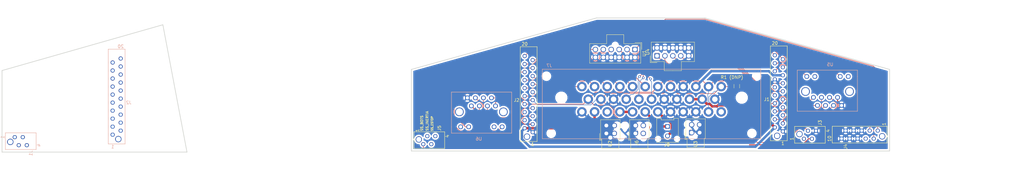
<source format=kicad_pcb>
(kicad_pcb (version 20171130) (host pcbnew 5.1.4-e60b266~84~ubuntu18.04.1)

  (general
    (thickness 1.6)
    (drawings 13)
    (tracks 430)
    (zones 0)
    (modules 17)
    (nets 55)
  )

  (page A4)
  (layers
    (0 F.Cu signal)
    (31 B.Cu signal)
    (32 B.Adhes user)
    (33 F.Adhes user)
    (34 B.Paste user)
    (35 F.Paste user)
    (36 B.SilkS user)
    (37 F.SilkS user)
    (38 B.Mask user)
    (39 F.Mask user)
    (40 Dwgs.User user)
    (41 Cmts.User user)
    (42 Eco1.User user)
    (43 Eco2.User user)
    (44 Edge.Cuts user)
    (45 Margin user)
    (46 B.CrtYd user)
    (47 F.CrtYd user)
    (48 B.Fab user)
    (49 F.Fab user)
  )

  (setup
    (last_trace_width 0.25)
    (user_trace_width 0.1524)
    (user_trace_width 0.254)
    (user_trace_width 0.762)
    (trace_clearance 0.2)
    (zone_clearance 0.508)
    (zone_45_only no)
    (trace_min 0.1524)
    (via_size 0.8)
    (via_drill 0.4)
    (via_min_size 0.4)
    (via_min_drill 0.3)
    (user_via 0.6096 0.3048)
    (uvia_size 0.3)
    (uvia_drill 0.1)
    (uvias_allowed no)
    (uvia_min_size 0.2)
    (uvia_min_drill 0.1)
    (edge_width 0.2)
    (segment_width 0.2)
    (pcb_text_width 0.3)
    (pcb_text_size 1.5 1.5)
    (mod_edge_width 0.15)
    (mod_text_size 1 1)
    (mod_text_width 0.15)
    (pad_size 3 3)
    (pad_drill 1.75)
    (pad_to_mask_clearance 0.051)
    (solder_mask_min_width 0.25)
    (aux_axis_origin 0 0)
    (visible_elements FFFFFF7F)
    (pcbplotparams
      (layerselection 0x010fc_ffffffff)
      (usegerberextensions false)
      (usegerberattributes false)
      (usegerberadvancedattributes false)
      (creategerberjobfile false)
      (excludeedgelayer true)
      (linewidth 0.076200)
      (plotframeref false)
      (viasonmask false)
      (mode 1)
      (useauxorigin false)
      (hpglpennumber 1)
      (hpglpenspeed 20)
      (hpglpendiameter 15.000000)
      (psnegative false)
      (psa4output false)
      (plotreference true)
      (plotvalue true)
      (plotinvisibletext false)
      (padsonsilk false)
      (subtractmaskfromsilk false)
      (outputformat 1)
      (mirror false)
      (drillshape 1)
      (scaleselection 1)
      (outputdirectory ""))
  )

  (net 0 "")
  (net 1 /MOSI_DUX)
  (net 2 /5V_DUX)
  (net 3 GND)
  (net 4 /RESET_DUX)
  (net 5 +12V)
  (net 6 /MISO_DUX)
  (net 7 /SCK_DUX)
  (net 8 /CANH)
  (net 9 /CANL)
  (net 10 /START_BTN)
  (net 11 /START_LED)
  (net 12 /BMS_LED)
  (net 13 /IMD_LED)
  (net 14 /RTD_LSD)
  (net 15 /RJ45_LED_O_DUX)
  (net 16 /RJ45_LED_G_DUX)
  (net 17 /STEERING_POT_+)
  (net 18 /STEERING_POT_SENSE)
  (net 19 /STEERING_POT_-)
  (net 20 /DRIVE_MODE_-)
  (net 21 /DRIVE_MODE_SENSE)
  (net 22 /DRIVE_MODE_+)
  (net 23 /RJ45_LED_G_THROTTLE)
  (net 24 /RJ45_LED_O_THROTTLE)
  (net 25 /THROTTLE_POT_2_-)
  (net 26 /THROTTLE_POT_2_SENSE)
  (net 27 /THROTTLE_POT_2_+)
  (net 28 /THROTTLE_POT_1_-)
  (net 29 /THROTTLE_POT_1_SENSE)
  (net 30 /THROTTLE_POT_1_+)
  (net 31 /SCK_THROTTLE)
  (net 32 /MISO_THROTTLE)
  (net 33 /RESET_THROTTLE)
  (net 34 /5V_THROTTLE)
  (net 35 /MOSI_THROTTLE)
  (net 36 /5V_LED_BARS)
  (net 37 /SPEED_LED_BAR)
  (net 38 /SOC_LED_BAR)
  (net 39 /BRAKE_LED)
  (net 40 /LV_LED)
  (net 41 /HV_LED)
  (net 42 /5V_STEERING)
  (net 43 /5V_CAN_LOGGER)
  (net 44 /ESTOP>HVD)
  (net 45 /BOTS>ESTOP)
  (net 46 /IS>BOTS)
  (net 47 "Net-(U5-Pad14)")
  (net 48 "Net-(U5-Pad13)")
  (net 49 "Net-(U5-Pad9)")
  (net 50 "Net-(U5-Pad11)")
  (net 51 "Net-(U6-Pad11)")
  (net 52 "Net-(U6-Pad9)")
  (net 53 "Net-(U6-Pad13)")
  (net 54 "Net-(U6-Pad14)")

  (net_class Default "This is the default net class."
    (clearance 0.2)
    (trace_width 0.25)
    (via_dia 0.8)
    (via_drill 0.4)
    (uvia_dia 0.3)
    (uvia_drill 0.1)
    (add_net +12V)
    (add_net /5V_CAN_LOGGER)
    (add_net /5V_DUX)
    (add_net /5V_LED_BARS)
    (add_net /5V_STEERING)
    (add_net /5V_THROTTLE)
    (add_net /BMS_LED)
    (add_net /BOTS>ESTOP)
    (add_net /BRAKE_LED)
    (add_net /CANH)
    (add_net /CANL)
    (add_net /DRIVE_MODE_+)
    (add_net /DRIVE_MODE_-)
    (add_net /DRIVE_MODE_SENSE)
    (add_net /ESTOP>HVD)
    (add_net /HV_LED)
    (add_net /IMD_LED)
    (add_net /IS>BOTS)
    (add_net /LV_LED)
    (add_net /MISO_DUX)
    (add_net /MISO_THROTTLE)
    (add_net /MOSI_DUX)
    (add_net /MOSI_THROTTLE)
    (add_net /RESET_DUX)
    (add_net /RESET_THROTTLE)
    (add_net /RJ45_LED_G_DUX)
    (add_net /RJ45_LED_G_THROTTLE)
    (add_net /RJ45_LED_O_DUX)
    (add_net /RJ45_LED_O_THROTTLE)
    (add_net /RTD_LSD)
    (add_net /SCK_DUX)
    (add_net /SCK_THROTTLE)
    (add_net /SOC_LED_BAR)
    (add_net /SPEED_LED_BAR)
    (add_net /START_BTN)
    (add_net /START_LED)
    (add_net /STEERING_POT_+)
    (add_net /STEERING_POT_-)
    (add_net /STEERING_POT_SENSE)
    (add_net /THROTTLE_POT_1_+)
    (add_net /THROTTLE_POT_1_-)
    (add_net /THROTTLE_POT_1_SENSE)
    (add_net /THROTTLE_POT_2_+)
    (add_net /THROTTLE_POT_2_-)
    (add_net /THROTTLE_POT_2_SENSE)
    (add_net GND)
    (add_net "Net-(U5-Pad11)")
    (add_net "Net-(U5-Pad13)")
    (add_net "Net-(U5-Pad14)")
    (add_net "Net-(U5-Pad9)")
    (add_net "Net-(U6-Pad11)")
    (add_net "Net-(U6-Pad13)")
    (add_net "Net-(U6-Pad14)")
    (add_net "Net-(U6-Pad9)")
  )

  (module footprints:micromatch_female_vert_20 (layer B.Cu) (tedit 5C3D138E) (tstamp 5DD7711C)
    (at -18.95 85.97)
    (path /5A77724E)
    (fp_text reference J2 (at 5.08 -5.08) (layer B.SilkS)
      (effects (font (size 1 1) (thickness 0.15)) (justify mirror))
    )
    (fp_text value micromatch_female_TOP_ENTRY_locking_20 (at 6.35 0 270) (layer B.Fab) hide
      (effects (font (size 1 1) (thickness 0.15)) (justify mirror))
    )
    (fp_text user 20 (at 2.54 -22.86) (layer B.SilkS)
      (effects (font (size 1 1) (thickness 0.15)) (justify mirror))
    )
    (fp_text user 1 (at 0 8.89) (layer B.SilkS)
      (effects (font (size 1 1) (thickness 0.15)) (justify mirror))
    )
    (fp_line (start -1.38 -21.99) (end 3.92 -21.99) (layer B.SilkS) (width 0.15))
    (fp_line (start -1.38 8.02) (end 3.92 8.02) (layer B.SilkS) (width 0.15))
    (fp_line (start -1.38 -21.99) (end -1.38 8.02) (layer B.SilkS) (width 0.15))
    (fp_line (start 3.92 -21.99) (end 3.92 8.02) (layer B.SilkS) (width 0.15))
    (pad 5 thru_hole circle (at 0 0) (size 1.3 1.3) (drill 0.8) (layers *.Cu *.Mask))
    (pad 3 thru_hole circle (at 0 2.54) (size 1.3 1.3) (drill 0.8) (layers *.Cu *.Mask))
    (pad 1 thru_hole circle (at 0 5.08) (size 1.3 1.3) (drill 0.8) (layers *.Cu *.Mask))
    (pad 7 thru_hole circle (at 0 -2.54) (size 1.3 1.3) (drill 0.8) (layers *.Cu *.Mask))
    (pad 2 thru_hole circle (at 2.54 3.81) (size 1.3 1.3) (drill 0.8) (layers *.Cu *.Mask))
    (pad 4 thru_hole circle (at 2.54 1.27) (size 1.3 1.3) (drill 0.8) (layers *.Cu *.Mask))
    (pad 6 thru_hole circle (at 2.54 -1.27) (size 1.3 1.3) (drill 0.8) (layers *.Cu *.Mask))
    (pad 8 thru_hole circle (at 2.54 -3.81) (size 1.3 1.3) (drill 0.8) (layers *.Cu *.Mask))
    (pad 9 thru_hole circle (at 0 -5.08) (size 1.3 1.3) (drill 0.8) (layers *.Cu *.Mask))
    (pad 10 thru_hole circle (at 2.54 -6.35) (size 1.3 1.3) (drill 0.8) (layers *.Cu *.Mask))
    (pad 11 thru_hole circle (at 0 -7.62) (size 1.3 1.3) (drill 0.8) (layers *.Cu *.Mask))
    (pad 12 thru_hole circle (at 2.54 -8.89) (size 1.3 1.3) (drill 0.8) (layers *.Cu *.Mask))
    (pad 13 thru_hole circle (at 0 -10.16) (size 1.3 1.3) (drill 0.8) (layers *.Cu *.Mask))
    (pad 14 thru_hole circle (at 2.54 -11.43) (size 1.3 1.3) (drill 0.8) (layers *.Cu *.Mask))
    (pad 15 thru_hole circle (at 0 -12.7) (size 1.3 1.3) (drill 0.8) (layers *.Cu *.Mask))
    (pad 16 thru_hole circle (at 2.54 -13.97) (size 1.3 1.3) (drill 0.8) (layers *.Cu *.Mask))
    (pad 17 thru_hole circle (at 0 -15.24) (size 1.3 1.3) (drill 0.8) (layers *.Cu *.Mask))
    (pad 18 thru_hole circle (at 2.54 -16.51) (size 1.3 1.3) (drill 0.8) (layers *.Cu *.Mask))
    (pad 19 thru_hole circle (at 0 -17.78) (size 1.3 1.3) (drill 0.8) (layers *.Cu *.Mask))
    (pad 20 thru_hole circle (at 2.54 -19.05) (size 1.3 1.3) (drill 0.8) (layers *.Cu *.Mask))
    (pad 21 thru_hole circle (at 1.8 6.48) (size 2 2) (drill 1.5) (layers *.Cu *.Mask))
    (model ${LOCAL_DIR}/OEM_Preferred_Parts/3DModels/micromatch-female-vert-20/micromatch-female-vert-20.step
      (at (xyz 0 0 0))
      (scale (xyz 1 1 1))
      (rotate (xyz 0 0 0))
    )
  )

  (module footprints:micromatch_female_vert_4 (layer B.Cu) (tedit 5C16B8A4) (tstamp 5DD7710E)
    (at -44.7942 91.8408 270)
    (path /5A77B3F7)
    (fp_text reference J1 (at 5.08 0 90) (layer B.SilkS)
      (effects (font (size 1 1) (thickness 0.15)) (justify mirror))
    )
    (fp_text value micromatch_female_TOP_ENTRY_locking_4 (at 6.35 1.27 180) (layer B.Fab) hide
      (effects (font (size 1 1) (thickness 0.15)) (justify mirror))
    )
    (fp_text user 4 (at 2.54 -2.54 90) (layer B.SilkS)
      (effects (font (size 1 1) (thickness 0.15)) (justify mirror))
    )
    (fp_text user 1 (at 0 8.89 90) (layer B.SilkS)
      (effects (font (size 1 1) (thickness 0.15)) (justify mirror))
    )
    (fp_line (start -1.38 -1.67) (end 3.92 -1.67) (layer B.SilkS) (width 0.15))
    (fp_line (start -1.38 8.02) (end 3.92 8.02) (layer B.SilkS) (width 0.15))
    (fp_line (start -1.38 -1.67) (end -1.38 8.02) (layer B.SilkS) (width 0.15))
    (fp_line (start 3.92 -1.67) (end 3.92 8.02) (layer B.SilkS) (width 0.15))
    (pad 3 thru_hole circle (at 0 2.54 270) (size 1.3 1.3) (drill 0.8) (layers *.Cu *.Mask))
    (pad 1 thru_hole circle (at 0 5.08 270) (size 1.3 1.3) (drill 0.8) (layers *.Cu *.Mask))
    (pad 2 thru_hole circle (at 2.54 3.81 270) (size 1.3 1.3) (drill 0.8) (layers *.Cu *.Mask))
    (pad 4 thru_hole circle (at 2.54 1.27 270) (size 1.3 1.3) (drill 0.8) (layers *.Cu *.Mask))
    (pad 5 thru_hole circle (at 1.5 6.48 270) (size 2 2) (drill 1.5) (layers *.Cu *.Mask))
    (model ${LOCAL_DIR}/OEM_Preferred_Parts/3DModels/micromatch_vert4/micromatch_vert4.wrl
      (at (xyz 0 0 0))
      (scale (xyz 1 1 1))
      (rotate (xyz 0 0 0))
    )
  )

  (module Connector_Molex:Molex_Nano-Fit_105310-xx10_2x05_P2.50mm_Vertical (layer F.Cu) (tedit 5B7830BB) (tstamp 5DE77642)
    (at 153.0134 66.0762 90)
    (descr "Molex Nano-Fit Power Connectors, 105310-xx10, 5 Pins per row (http://www.molex.com/pdm_docs/sd/1053101208_sd.pdf), generated with kicad-footprint-generator")
    (tags "connector Molex Nano-Fit side entry")
    (path /5DCB9D7D)
    (fp_text reference U4 (at 1.25 -2.92 90) (layer F.SilkS)
      (effects (font (size 1 1) (thickness 0.15)))
    )
    (fp_text value Nanofit_10 (at 1.25 12.92 90) (layer F.Fab)
      (effects (font (size 1 1) (thickness 0.15)))
    )
    (fp_line (start 4.24 5) (end 4.24 -1.72) (layer F.Fab) (width 0.1))
    (fp_line (start 4.24 -1.72) (end -1.74 -1.72) (layer F.Fab) (width 0.1))
    (fp_line (start -1.74 -1.72) (end -1.74 2.4) (layer F.Fab) (width 0.1))
    (fp_line (start -1.74 2.4) (end -4.6 2.4) (layer F.Fab) (width 0.1))
    (fp_line (start -4.6 2.4) (end -4.6 5) (layer F.Fab) (width 0.1))
    (fp_line (start 4.24 5) (end 4.24 11.72) (layer F.Fab) (width 0.1))
    (fp_line (start 4.24 11.72) (end -1.74 11.72) (layer F.Fab) (width 0.1))
    (fp_line (start -1.74 11.72) (end -1.74 7.6) (layer F.Fab) (width 0.1))
    (fp_line (start -1.74 7.6) (end -4.6 7.6) (layer F.Fab) (width 0.1))
    (fp_line (start -4.6 7.6) (end -4.6 5) (layer F.Fab) (width 0.1))
    (fp_line (start 4.35 5) (end 4.35 -1.83) (layer F.SilkS) (width 0.12))
    (fp_line (start 4.35 -1.83) (end -1.85 -1.83) (layer F.SilkS) (width 0.12))
    (fp_line (start -1.85 -1.83) (end -1.85 2.29) (layer F.SilkS) (width 0.12))
    (fp_line (start -1.85 2.29) (end -4.71 2.29) (layer F.SilkS) (width 0.12))
    (fp_line (start -4.71 2.29) (end -4.71 5) (layer F.SilkS) (width 0.12))
    (fp_line (start 4.35 5) (end 4.35 11.83) (layer F.SilkS) (width 0.12))
    (fp_line (start 4.35 11.83) (end -1.85 11.83) (layer F.SilkS) (width 0.12))
    (fp_line (start -1.85 11.83) (end -1.85 7.71) (layer F.SilkS) (width 0.12))
    (fp_line (start -1.85 7.71) (end -4.71 7.71) (layer F.SilkS) (width 0.12))
    (fp_line (start -4.71 7.71) (end -4.71 5) (layer F.SilkS) (width 0.12))
    (fp_line (start 4.74 5) (end 4.74 -2.22) (layer F.CrtYd) (width 0.05))
    (fp_line (start 4.74 -2.22) (end -2.24 -2.22) (layer F.CrtYd) (width 0.05))
    (fp_line (start -2.24 -2.22) (end -2.24 1.9) (layer F.CrtYd) (width 0.05))
    (fp_line (start -2.24 1.9) (end -5.1 1.9) (layer F.CrtYd) (width 0.05))
    (fp_line (start -5.1 1.9) (end -5.1 5) (layer F.CrtYd) (width 0.05))
    (fp_line (start 4.74 5) (end 4.74 12.22) (layer F.CrtYd) (width 0.05))
    (fp_line (start 4.74 12.22) (end -2.24 12.22) (layer F.CrtYd) (width 0.05))
    (fp_line (start -2.24 12.22) (end -2.24 8.1) (layer F.CrtYd) (width 0.05))
    (fp_line (start -2.24 8.1) (end -5.1 8.1) (layer F.CrtYd) (width 0.05))
    (fp_line (start -5.1 8.1) (end -5.1 5) (layer F.CrtYd) (width 0.05))
    (fp_line (start -4.1 2.9) (end -4.1 7.1) (layer F.Fab) (width 0.1))
    (fp_line (start -4.1 7.1) (end -2.02 7.1) (layer F.Fab) (width 0.1))
    (fp_line (start -2.02 7.1) (end -2.02 2.9) (layer F.Fab) (width 0.1))
    (fp_line (start -2.02 2.9) (end -4.1 2.9) (layer F.Fab) (width 0.1))
    (fp_line (start 0 -2.13) (end -2.15 -2.13) (layer F.SilkS) (width 0.12))
    (fp_line (start -2.15 -2.13) (end -2.15 0) (layer F.SilkS) (width 0.12))
    (fp_line (start -0.5 -1.72) (end 0 -1.012893) (layer F.Fab) (width 0.1))
    (fp_line (start 0 -1.012893) (end 0.5 -1.72) (layer F.Fab) (width 0.1))
    (fp_text user %R (at 3.54 5 180) (layer F.Fab)
      (effects (font (size 1 1) (thickness 0.15)))
    )
    (pad 1 thru_hole roundrect (at 0 0 90) (size 1.7 1.7) (drill 1.2) (layers *.Cu *.Mask) (roundrect_rratio 0.147059)
      (net 10 /START_BTN))
    (pad 2 thru_hole circle (at 0 2.5 90) (size 1.7 1.7) (drill 1.2) (layers *.Cu *.Mask)
      (net 11 /START_LED))
    (pad 3 thru_hole circle (at 0 5 90) (size 1.7 1.7) (drill 1.2) (layers *.Cu *.Mask)
      (net 12 /BMS_LED))
    (pad 4 thru_hole circle (at 0 7.5 90) (size 1.7 1.7) (drill 1.2) (layers *.Cu *.Mask)
      (net 13 /IMD_LED))
    (pad 5 thru_hole circle (at 0 10 90) (size 1.7 1.7) (drill 1.2) (layers *.Cu *.Mask)
      (net 3 GND))
    (pad 6 thru_hole circle (at 2.5 0 90) (size 1.7 1.7) (drill 1.2) (layers *.Cu *.Mask)
      (net 3 GND))
    (pad 7 thru_hole circle (at 2.5 2.5 90) (size 1.7 1.7) (drill 1.2) (layers *.Cu *.Mask)
      (net 3 GND))
    (pad 8 thru_hole circle (at 2.5 5 90) (size 1.7 1.7) (drill 1.2) (layers *.Cu *.Mask)
      (net 3 GND))
    (pad 9 thru_hole circle (at 2.5 7.5 90) (size 1.7 1.7) (drill 1.2) (layers *.Cu *.Mask)
      (net 3 GND))
    (pad 10 thru_hole circle (at 2.5 10 90) (size 1.7 1.7) (drill 1.2) (layers *.Cu *.Mask)
      (net 3 GND))
    (pad "" np_thru_hole circle (at -1.34 3.75 90) (size 1.3 1.3) (drill 1.3) (layers *.Cu *.Mask))
    (model ${KISYS3DMOD}/Connector_Molex.3dshapes/Molex_Nano-Fit_105310-xx10_2x05_P2.50mm_Vertical.wrl
      (at (xyz 0 0 0))
      (scale (xyz 1 1 1))
      (rotate (xyz 0 0 0))
    )
    (model ${LOCAL_DIR}/OEM_Preferred_Parts/3DModels/Nanofit_2x5_vert/1053101110.stp
      (offset (xyz 1.269999980926514 -5.079999923706055 5.079999923706055))
      (scale (xyz 1 1 1))
      (rotate (xyz 0 0 -90))
    )
  )

  (module Connector_Molex:Molex_Nano-Fit_105310-xx04_2x02_P2.50mm_Vertical (layer F.Cu) (tedit 5B7830BB) (tstamp 5DE775DC)
    (at 137.0076 90.6526 90)
    (descr "Molex Nano-Fit Power Connectors, 105310-xx04, 2 Pins per row (http://www.molex.com/pdm_docs/sd/1053101208_sd.pdf), generated with kicad-footprint-generator")
    (tags "connector Molex Nano-Fit side entry")
    (path /5DCB468B)
    (fp_text reference U2 (at -3.2404 1.1792 90) (layer F.SilkS)
      (effects (font (size 1 1) (thickness 0.15)))
    )
    (fp_text value Nanofit_4 (at 1.25 5.42 90) (layer F.Fab)
      (effects (font (size 1 1) (thickness 0.15)))
    )
    (fp_line (start 4.24 1.25) (end 4.24 -1.72) (layer F.Fab) (width 0.1))
    (fp_line (start 4.24 -1.72) (end -1.74 -1.72) (layer F.Fab) (width 0.1))
    (fp_line (start -1.74 -1.72) (end -1.74 -1.35) (layer F.Fab) (width 0.1))
    (fp_line (start -1.74 -1.35) (end -4.6 -1.35) (layer F.Fab) (width 0.1))
    (fp_line (start -4.6 -1.35) (end -4.6 1.25) (layer F.Fab) (width 0.1))
    (fp_line (start 4.24 1.25) (end 4.24 4.22) (layer F.Fab) (width 0.1))
    (fp_line (start 4.24 4.22) (end -1.74 4.22) (layer F.Fab) (width 0.1))
    (fp_line (start -1.74 4.22) (end -1.74 3.85) (layer F.Fab) (width 0.1))
    (fp_line (start -1.74 3.85) (end -4.6 3.85) (layer F.Fab) (width 0.1))
    (fp_line (start -4.6 3.85) (end -4.6 1.25) (layer F.Fab) (width 0.1))
    (fp_line (start 4.35 1.25) (end 4.35 -1.83) (layer F.SilkS) (width 0.12))
    (fp_line (start 4.35 -1.83) (end -1.85 -1.83) (layer F.SilkS) (width 0.12))
    (fp_line (start -1.85 -1.83) (end -1.85 -1.46) (layer F.SilkS) (width 0.12))
    (fp_line (start -1.85 -1.46) (end -4.71 -1.46) (layer F.SilkS) (width 0.12))
    (fp_line (start -4.71 -1.46) (end -4.71 1.25) (layer F.SilkS) (width 0.12))
    (fp_line (start 4.35 1.25) (end 4.35 4.33) (layer F.SilkS) (width 0.12))
    (fp_line (start 4.35 4.33) (end -1.85 4.33) (layer F.SilkS) (width 0.12))
    (fp_line (start -1.85 4.33) (end -1.85 3.96) (layer F.SilkS) (width 0.12))
    (fp_line (start -1.85 3.96) (end -4.71 3.96) (layer F.SilkS) (width 0.12))
    (fp_line (start -4.71 3.96) (end -4.71 1.25) (layer F.SilkS) (width 0.12))
    (fp_line (start 4.74 1.25) (end 4.74 -2.22) (layer F.CrtYd) (width 0.05))
    (fp_line (start 4.74 -2.22) (end -2.24 -2.22) (layer F.CrtYd) (width 0.05))
    (fp_line (start -2.24 -2.22) (end -2.24 -1.85) (layer F.CrtYd) (width 0.05))
    (fp_line (start -2.24 -1.85) (end -5.1 -1.85) (layer F.CrtYd) (width 0.05))
    (fp_line (start -5.1 -1.85) (end -5.1 1.25) (layer F.CrtYd) (width 0.05))
    (fp_line (start 4.74 1.25) (end 4.74 4.72) (layer F.CrtYd) (width 0.05))
    (fp_line (start 4.74 4.72) (end -2.24 4.72) (layer F.CrtYd) (width 0.05))
    (fp_line (start -2.24 4.72) (end -2.24 4.35) (layer F.CrtYd) (width 0.05))
    (fp_line (start -2.24 4.35) (end -5.1 4.35) (layer F.CrtYd) (width 0.05))
    (fp_line (start -5.1 4.35) (end -5.1 1.25) (layer F.CrtYd) (width 0.05))
    (fp_line (start -4.1 -0.85) (end -4.1 3.35) (layer F.Fab) (width 0.1))
    (fp_line (start -4.1 3.35) (end -2.02 3.35) (layer F.Fab) (width 0.1))
    (fp_line (start -2.02 3.35) (end -2.02 -0.85) (layer F.Fab) (width 0.1))
    (fp_line (start -2.02 -0.85) (end -4.1 -0.85) (layer F.Fab) (width 0.1))
    (fp_line (start 0 -2.13) (end -2.15 -2.13) (layer F.SilkS) (width 0.12))
    (fp_line (start -2.15 -2.13) (end -2.15 -1.46) (layer F.SilkS) (width 0.12))
    (fp_line (start -0.5 -1.72) (end 0 -1.012893) (layer F.Fab) (width 0.1))
    (fp_line (start 0 -1.012893) (end 0.5 -1.72) (layer F.Fab) (width 0.1))
    (fp_text user %R (at 3.54 1.25 180) (layer F.Fab)
      (effects (font (size 1 1) (thickness 0.15)))
    )
    (pad 1 thru_hole custom (at 0 0 90) (size 1.417157 1.417157) (drill 1.2) (layers *.Cu *.Mask)
      (net 3 GND)
      (options (clearance outline) (anchor circle))
      (primitives
        (gr_poly (pts
           (xy -0.6 -0.6) (xy 0.6 -0.6) (xy 0.6 0.6) (xy -0.2 0.6) (xy -0.6 0.2)
) (width 0.5))
      ))
    (pad 2 thru_hole circle (at 0 2.5 90) (size 1.7 1.7) (drill 1.2) (layers *.Cu *.Mask)
      (net 3 GND))
    (pad 3 thru_hole circle (at 2.5 0 90) (size 1.7 1.7) (drill 1.2) (layers *.Cu *.Mask)
      (net 36 /5V_LED_BARS))
    (pad 4 thru_hole circle (at 2.5 2.5 90) (size 1.7 1.7) (drill 1.2) (layers *.Cu *.Mask)
      (net 37 /SPEED_LED_BAR))
    (pad "" np_thru_hole circle (at -1.34 1.25 90) (size 1.3 1.3) (drill 1.3) (layers *.Cu *.Mask))
    (model ${KISYS3DMOD}/Connector_Molex.3dshapes/Molex_Nano-Fit_105310-xx04_2x02_P2.50mm_Vertical.wrl
      (at (xyz 0 0 0))
      (scale (xyz 1 1 1))
      (rotate (xyz 0 0 0))
    )
    (model ${LOCAL_DIR}/OEM_Preferred_Parts/3DModels/Nanofit_2x2_vert/1053101104.stp
      (offset (xyz 1.269999980926514 -1.269999980926514 5.079999923706055))
      (scale (xyz 1 1 1))
      (rotate (xyz 0 0 -90))
    )
  )

  (module footprints:micromatch_female_vert_4 (layer F.Cu) (tedit 5DD2E5B9) (tstamp 5DE774ED)
    (at 84.2518 94.0562 90)
    (path /5DC9CE7C)
    (fp_text reference J5 (at 5.08 0 90) (layer F.SilkS)
      (effects (font (size 1 1) (thickness 0.15)))
    )
    (fp_text value MM_F_VT_04 (at 6.35 -1.27 180) (layer F.Fab) hide
      (effects (font (size 1 1) (thickness 0.15)))
    )
    (fp_line (start 3.92 1.67) (end 3.92 -8.02) (layer F.SilkS) (width 0.15))
    (fp_line (start -1.38 1.67) (end -1.38 -8.02) (layer F.SilkS) (width 0.15))
    (fp_line (start -1.38 -8.02) (end 3.92 -8.02) (layer F.SilkS) (width 0.15))
    (fp_line (start -1.38 1.67) (end 3.92 1.67) (layer F.SilkS) (width 0.15))
    (fp_text user 1 (at 4.3688 -6.9088 90) (layer F.SilkS)
      (effects (font (size 1 1) (thickness 0.15)))
    )
    (fp_text user 4 (at 2.54 2.54 90) (layer F.SilkS)
      (effects (font (size 1 1) (thickness 0.15)))
    )
    (pad 5 thru_hole circle (at 1.5 -6.48 90) (size 2 2) (drill 1.5) (layers *.Cu *.Mask))
    (pad 4 thru_hole circle (at 2.54 -1.27 90) (size 1.3 1.3) (drill 0.8) (layers *.Cu *.Mask)
      (net 43 /5V_CAN_LOGGER))
    (pad 2 thru_hole circle (at 2.54 -3.81 90) (size 1.3 1.3) (drill 0.8) (layers *.Cu *.Mask)
      (net 46 /IS>BOTS))
    (pad 1 thru_hole circle (at 0 -5.08 90) (size 1.3 1.3) (drill 0.8) (layers *.Cu *.Mask)
      (net 45 /BOTS>ESTOP))
    (pad 3 thru_hole circle (at 0 -2.54 90) (size 1.3 1.3) (drill 0.8) (layers *.Cu *.Mask)
      (net 44 /ESTOP>HVD))
    (model ${LOCAL_DIR}/OEM_Preferred_Parts/3DModels/micromatch_vert4/micromatch_vert4.wrl
      (at (xyz 0 0 0))
      (scale (xyz 1 1 1))
      (rotate (xyz 0 0 0))
    )
  )

  (module Connector_Molex:Molex_Nano-Fit_105310-xx04_2x02_P2.50mm_Vertical (layer F.Cu) (tedit 5B7830BB) (tstamp 5DE7760C)
    (at 163.957 90.3986 90)
    (descr "Molex Nano-Fit Power Connectors, 105310-xx04, 2 Pins per row (http://www.molex.com/pdm_docs/sd/1053101208_sd.pdf), generated with kicad-footprint-generator")
    (tags "connector Molex Nano-Fit side entry")
    (path /5DCB561E)
    (fp_text reference U3 (at -3.6068 1.2192 90) (layer F.SilkS)
      (effects (font (size 1 1) (thickness 0.15)))
    )
    (fp_text value Nanofit_4 (at 1.25 5.42 90) (layer F.Fab)
      (effects (font (size 1 1) (thickness 0.15)))
    )
    (fp_text user %R (at 3.54 1.25 180) (layer F.Fab)
      (effects (font (size 1 1) (thickness 0.15)))
    )
    (fp_line (start 0 -1.012893) (end 0.5 -1.72) (layer F.Fab) (width 0.1))
    (fp_line (start -0.5 -1.72) (end 0 -1.012893) (layer F.Fab) (width 0.1))
    (fp_line (start -2.15 -2.13) (end -2.15 -1.46) (layer F.SilkS) (width 0.12))
    (fp_line (start 0 -2.13) (end -2.15 -2.13) (layer F.SilkS) (width 0.12))
    (fp_line (start -2.02 -0.85) (end -4.1 -0.85) (layer F.Fab) (width 0.1))
    (fp_line (start -2.02 3.35) (end -2.02 -0.85) (layer F.Fab) (width 0.1))
    (fp_line (start -4.1 3.35) (end -2.02 3.35) (layer F.Fab) (width 0.1))
    (fp_line (start -4.1 -0.85) (end -4.1 3.35) (layer F.Fab) (width 0.1))
    (fp_line (start -5.1 4.35) (end -5.1 1.25) (layer F.CrtYd) (width 0.05))
    (fp_line (start -2.24 4.35) (end -5.1 4.35) (layer F.CrtYd) (width 0.05))
    (fp_line (start -2.24 4.72) (end -2.24 4.35) (layer F.CrtYd) (width 0.05))
    (fp_line (start 4.74 4.72) (end -2.24 4.72) (layer F.CrtYd) (width 0.05))
    (fp_line (start 4.74 1.25) (end 4.74 4.72) (layer F.CrtYd) (width 0.05))
    (fp_line (start -5.1 -1.85) (end -5.1 1.25) (layer F.CrtYd) (width 0.05))
    (fp_line (start -2.24 -1.85) (end -5.1 -1.85) (layer F.CrtYd) (width 0.05))
    (fp_line (start -2.24 -2.22) (end -2.24 -1.85) (layer F.CrtYd) (width 0.05))
    (fp_line (start 4.74 -2.22) (end -2.24 -2.22) (layer F.CrtYd) (width 0.05))
    (fp_line (start 4.74 1.25) (end 4.74 -2.22) (layer F.CrtYd) (width 0.05))
    (fp_line (start -4.71 3.96) (end -4.71 1.25) (layer F.SilkS) (width 0.12))
    (fp_line (start -1.85 3.96) (end -4.71 3.96) (layer F.SilkS) (width 0.12))
    (fp_line (start -1.85 4.33) (end -1.85 3.96) (layer F.SilkS) (width 0.12))
    (fp_line (start 4.35 4.33) (end -1.85 4.33) (layer F.SilkS) (width 0.12))
    (fp_line (start 4.35 1.25) (end 4.35 4.33) (layer F.SilkS) (width 0.12))
    (fp_line (start -4.71 -1.46) (end -4.71 1.25) (layer F.SilkS) (width 0.12))
    (fp_line (start -1.85 -1.46) (end -4.71 -1.46) (layer F.SilkS) (width 0.12))
    (fp_line (start -1.85 -1.83) (end -1.85 -1.46) (layer F.SilkS) (width 0.12))
    (fp_line (start 4.35 -1.83) (end -1.85 -1.83) (layer F.SilkS) (width 0.12))
    (fp_line (start 4.35 1.25) (end 4.35 -1.83) (layer F.SilkS) (width 0.12))
    (fp_line (start -4.6 3.85) (end -4.6 1.25) (layer F.Fab) (width 0.1))
    (fp_line (start -1.74 3.85) (end -4.6 3.85) (layer F.Fab) (width 0.1))
    (fp_line (start -1.74 4.22) (end -1.74 3.85) (layer F.Fab) (width 0.1))
    (fp_line (start 4.24 4.22) (end -1.74 4.22) (layer F.Fab) (width 0.1))
    (fp_line (start 4.24 1.25) (end 4.24 4.22) (layer F.Fab) (width 0.1))
    (fp_line (start -4.6 -1.35) (end -4.6 1.25) (layer F.Fab) (width 0.1))
    (fp_line (start -1.74 -1.35) (end -4.6 -1.35) (layer F.Fab) (width 0.1))
    (fp_line (start -1.74 -1.72) (end -1.74 -1.35) (layer F.Fab) (width 0.1))
    (fp_line (start 4.24 -1.72) (end -1.74 -1.72) (layer F.Fab) (width 0.1))
    (fp_line (start 4.24 1.25) (end 4.24 -1.72) (layer F.Fab) (width 0.1))
    (pad "" np_thru_hole circle (at -1.34 1.25 90) (size 1.3 1.3) (drill 1.3) (layers *.Cu *.Mask))
    (pad 4 thru_hole circle (at 2.5 2.5 90) (size 1.7 1.7) (drill 1.2) (layers *.Cu *.Mask)
      (net 38 /SOC_LED_BAR))
    (pad 3 thru_hole circle (at 2.5 0 90) (size 1.7 1.7) (drill 1.2) (layers *.Cu *.Mask)
      (net 36 /5V_LED_BARS))
    (pad 2 thru_hole circle (at 0 2.5 90) (size 1.7 1.7) (drill 1.2) (layers *.Cu *.Mask)
      (net 3 GND))
    (pad 1 thru_hole custom (at 0 0 90) (size 1.417157 1.417157) (drill 1.2) (layers *.Cu *.Mask)
      (net 3 GND)
      (options (clearance outline) (anchor circle))
      (primitives
        (gr_poly (pts
           (xy -0.6 -0.6) (xy 0.6 -0.6) (xy 0.6 0.6) (xy -0.2 0.6) (xy -0.6 0.2)
) (width 0.5))
      ))
    (model ${KISYS3DMOD}/Connector_Molex.3dshapes/Molex_Nano-Fit_105310-xx04_2x02_P2.50mm_Vertical.wrl
      (at (xyz 0 0 0))
      (scale (xyz 1 1 1))
      (rotate (xyz 0 0 0))
    )
    (model ${LOCAL_DIR}/OEM_Preferred_Parts/3DModels/Nanofit_2x2_vert/1053101104.stp
      (offset (xyz 1.269999980926514 -1.269999980926514 5.079999923706055))
      (scale (xyz 1 1 1))
      (rotate (xyz 0 0 -90))
    )
  )

  (module footprints:RJ45-Vertical (layer B.Cu) (tedit 5C8B020C) (tstamp 5DE77670)
    (at 104.0828 88.5698 180)
    (path /5DC9E4A2)
    (fp_text reference U6 (at 7.366 -3.81 180) (layer B.SilkS)
      (effects (font (size 1 1) (thickness 0.15)) (justify mirror))
    )
    (fp_text value RJ45_VT (at 6.4516 13.0048 180) (layer B.Fab)
      (effects (font (size 1 1) (thickness 0.15)) (justify mirror))
    )
    (fp_line (start 16 -2) (end 16 0) (layer B.SilkS) (width 0.15))
    (fp_line (start -3 -2) (end 16 -2) (layer B.SilkS) (width 0.15))
    (fp_line (start -3 11) (end -3 -2) (layer B.SilkS) (width 0.15))
    (fp_line (start 16 11) (end -3 11) (layer B.SilkS) (width 0.15))
    (fp_line (start 16 0) (end 16 11) (layer B.SilkS) (width 0.15))
    (pad 12 thru_hole circle (at 0 0 180) (size 1.5 1.5) (drill 0.95) (layers *.Cu *.Mask)
      (net 23 /RJ45_LED_G_THROTTLE))
    (pad 11 thru_hole circle (at 2.54 0 180) (size 1.5 1.5) (drill 0.95) (layers *.Cu *.Mask)
      (net 51 "Net-(U6-Pad11)"))
    (pad 9 thru_hole circle (at 13.1 0 180) (size 1.5 1.5) (drill 0.95) (layers *.Cu *.Mask)
      (net 52 "Net-(U6-Pad9)"))
    (pad 10 thru_hole circle (at 10.56 0 180) (size 1.5 1.5) (drill 0.95) (layers *.Cu *.Mask)
      (net 24 /RJ45_LED_O_THROTTLE))
    (pad 1 thru_hole circle (at 2.1 6.63 180) (size 1.5 1.5) (drill 0.95) (layers *.Cu *.Mask)
      (net 8 /CANH))
    (pad 3 thru_hole circle (at 4.64 6.63 180) (size 1.5 1.5) (drill 0.95) (layers *.Cu *.Mask)
      (net 33 /RESET_THROTTLE))
    (pad 5 thru_hole circle (at 7.18 6.63 180) (size 1.5 1.5) (drill 0.95) (layers *.Cu *.Mask)
      (net 32 /MISO_THROTTLE))
    (pad 7 thru_hole circle (at 9.72 6.63 180) (size 1.5 1.5) (drill 0.95) (layers *.Cu *.Mask)
      (net 34 /5V_THROTTLE))
    (pad 2 thru_hole circle (at 3.37 9.17 180) (size 1.5 1.5) (drill 0.95) (layers *.Cu *.Mask)
      (net 9 /CANL))
    (pad 4 thru_hole circle (at 5.91 9.17 180) (size 1.5 1.5) (drill 0.95) (layers *.Cu *.Mask)
      (net 31 /SCK_THROTTLE))
    (pad 6 thru_hole circle (at 8.45 9.17 180) (size 1.5 1.5) (drill 0.95) (layers *.Cu *.Mask B.Paste)
      (net 35 /MOSI_THROTTLE))
    (pad 8 thru_hole circle (at 10.99 9.17 180) (size 1.5 1.5) (drill 0.95) (layers *.Cu *.Mask)
      (net 3 GND))
    (pad 13 thru_hole circle (at -0.4 4.75 180) (size 2.75 2.75) (drill 2.18) (layers *.Cu *.Mask)
      (net 53 "Net-(U6-Pad13)"))
    (pad 14 thru_hole circle (at 13.5 4.75 180) (size 2.75 2.75) (drill 2.18) (layers *.Cu *.Mask)
      (net 54 "Net-(U6-Pad14)"))
    (model ${LOCAL_DIR}/OEM_Preferred_Parts/3DModels/rj45-vert/rj45-vert.step
      (at (xyz 0 0 0))
      (scale (xyz 1 1 1))
      (rotate (xyz 0 0 0))
    )
  )

  (module Connector_Molex:Molex_Nano-Fit_105310-xx12_2x06_P2.50mm_Vertical (layer F.Cu) (tedit 5B7830BB) (tstamp 5DE775AC)
    (at 146.05 64.0588 270)
    (descr "Molex Nano-Fit Power Connectors, 105310-xx12, 6 Pins per row (http://www.molex.com/pdm_docs/sd/1053101208_sd.pdf), generated with kicad-footprint-generator")
    (tags "connector Molex Nano-Fit side entry")
    (path /5DCBAD7A)
    (fp_text reference U1 (at 1.25 -2.92 270) (layer F.SilkS)
      (effects (font (size 1 1) (thickness 0.15)))
    )
    (fp_text value Nanofit_12 (at 1.25 15.42 270) (layer F.Fab)
      (effects (font (size 1 1) (thickness 0.15)))
    )
    (fp_line (start 4.24 6.25) (end 4.24 -1.72) (layer F.Fab) (width 0.1))
    (fp_line (start 4.24 -1.72) (end -1.74 -1.72) (layer F.Fab) (width 0.1))
    (fp_line (start -1.74 -1.72) (end -1.74 3.65) (layer F.Fab) (width 0.1))
    (fp_line (start -1.74 3.65) (end -4.6 3.65) (layer F.Fab) (width 0.1))
    (fp_line (start -4.6 3.65) (end -4.6 6.25) (layer F.Fab) (width 0.1))
    (fp_line (start 4.24 6.25) (end 4.24 14.22) (layer F.Fab) (width 0.1))
    (fp_line (start 4.24 14.22) (end -1.74 14.22) (layer F.Fab) (width 0.1))
    (fp_line (start -1.74 14.22) (end -1.74 8.85) (layer F.Fab) (width 0.1))
    (fp_line (start -1.74 8.85) (end -4.6 8.85) (layer F.Fab) (width 0.1))
    (fp_line (start -4.6 8.85) (end -4.6 6.25) (layer F.Fab) (width 0.1))
    (fp_line (start 4.35 6.25) (end 4.35 -1.83) (layer F.SilkS) (width 0.12))
    (fp_line (start 4.35 -1.83) (end -1.85 -1.83) (layer F.SilkS) (width 0.12))
    (fp_line (start -1.85 -1.83) (end -1.85 3.54) (layer F.SilkS) (width 0.12))
    (fp_line (start -1.85 3.54) (end -4.71 3.54) (layer F.SilkS) (width 0.12))
    (fp_line (start -4.71 3.54) (end -4.71 6.25) (layer F.SilkS) (width 0.12))
    (fp_line (start 4.35 6.25) (end 4.35 14.33) (layer F.SilkS) (width 0.12))
    (fp_line (start 4.35 14.33) (end -1.85 14.33) (layer F.SilkS) (width 0.12))
    (fp_line (start -1.85 14.33) (end -1.85 8.96) (layer F.SilkS) (width 0.12))
    (fp_line (start -1.85 8.96) (end -4.71 8.96) (layer F.SilkS) (width 0.12))
    (fp_line (start -4.71 8.96) (end -4.71 6.25) (layer F.SilkS) (width 0.12))
    (fp_line (start 4.74 6.25) (end 4.74 -2.22) (layer F.CrtYd) (width 0.05))
    (fp_line (start 4.74 -2.22) (end -2.24 -2.22) (layer F.CrtYd) (width 0.05))
    (fp_line (start -2.24 -2.22) (end -2.24 3.15) (layer F.CrtYd) (width 0.05))
    (fp_line (start -2.24 3.15) (end -5.1 3.15) (layer F.CrtYd) (width 0.05))
    (fp_line (start -5.1 3.15) (end -5.1 6.25) (layer F.CrtYd) (width 0.05))
    (fp_line (start 4.74 6.25) (end 4.74 14.72) (layer F.CrtYd) (width 0.05))
    (fp_line (start 4.74 14.72) (end -2.24 14.72) (layer F.CrtYd) (width 0.05))
    (fp_line (start -2.24 14.72) (end -2.24 9.35) (layer F.CrtYd) (width 0.05))
    (fp_line (start -2.24 9.35) (end -5.1 9.35) (layer F.CrtYd) (width 0.05))
    (fp_line (start -5.1 9.35) (end -5.1 6.25) (layer F.CrtYd) (width 0.05))
    (fp_line (start -4.1 4.15) (end -4.1 8.35) (layer F.Fab) (width 0.1))
    (fp_line (start -4.1 8.35) (end -2.02 8.35) (layer F.Fab) (width 0.1))
    (fp_line (start -2.02 8.35) (end -2.02 4.15) (layer F.Fab) (width 0.1))
    (fp_line (start -2.02 4.15) (end -4.1 4.15) (layer F.Fab) (width 0.1))
    (fp_line (start 0 -2.13) (end -2.15 -2.13) (layer F.SilkS) (width 0.12))
    (fp_line (start -2.15 -2.13) (end -2.15 0) (layer F.SilkS) (width 0.12))
    (fp_line (start -0.5 -1.72) (end 0 -1.012893) (layer F.Fab) (width 0.1))
    (fp_line (start 0 -1.012893) (end 0.5 -1.72) (layer F.Fab) (width 0.1))
    (fp_text user %R (at 4.9784 6.2992) (layer F.Fab)
      (effects (font (size 1 1) (thickness 0.15)))
    )
    (pad 1 thru_hole roundrect (at 0 0 270) (size 1.7 1.7) (drill 1.2) (layers *.Cu *.Mask) (roundrect_rratio 0.147059)
      (net 40 /LV_LED))
    (pad 2 thru_hole circle (at 0 2.5 270) (size 1.7 1.7) (drill 1.2) (layers *.Cu *.Mask)
      (net 41 /HV_LED))
    (pad 3 thru_hole circle (at 0 5 270) (size 1.7 1.7) (drill 1.2) (layers *.Cu *.Mask)
      (net 39 /BRAKE_LED))
    (pad 4 thru_hole circle (at 0 7.5 270) (size 1.7 1.7) (drill 1.2) (layers *.Cu *.Mask)
      (net 22 /DRIVE_MODE_+))
    (pad 5 thru_hole circle (at 0 10 270) (size 1.7 1.7) (drill 1.2) (layers *.Cu *.Mask)
      (net 21 /DRIVE_MODE_SENSE))
    (pad 6 thru_hole circle (at 0 12.5 270) (size 1.7 1.7) (drill 1.2) (layers *.Cu *.Mask)
      (net 20 /DRIVE_MODE_-))
    (pad 7 thru_hole circle (at 2.5 0 270) (size 1.7 1.7) (drill 1.2) (layers *.Cu *.Mask)
      (net 3 GND))
    (pad 8 thru_hole circle (at 2.5 2.5 270) (size 1.7 1.7) (drill 1.2) (layers *.Cu *.Mask)
      (net 3 GND))
    (pad 9 thru_hole circle (at 2.5 5 270) (size 1.7 1.7) (drill 1.2) (layers *.Cu *.Mask)
      (net 3 GND))
    (pad 10 thru_hole circle (at 2.5 7.5 270) (size 1.7 1.7) (drill 1.2) (layers *.Cu *.Mask)
      (net 3 GND))
    (pad 11 thru_hole circle (at 2.5 10 270) (size 1.7 1.7) (drill 1.2) (layers *.Cu *.Mask)
      (net 3 GND))
    (pad 12 thru_hole circle (at 2.5 12.5 270) (size 1.7 1.7) (drill 1.2) (layers *.Cu *.Mask)
      (net 3 GND))
    (pad "" np_thru_hole circle (at -1.34 6.25 270) (size 1.3 1.3) (drill 1.3) (layers *.Cu *.Mask))
    (model ${KISYS3DMOD}/Connector_Molex.3dshapes/Molex_Nano-Fit_105310-xx12_2x06_P2.50mm_Vertical.wrl
      (at (xyz 0 0 0))
      (scale (xyz 1 1 1))
      (rotate (xyz 0 0 0))
    )
    (model ${LOCAL_DIR}/OEM_Preferred_Parts/3DModels/Nanofit_2x6_vert/1053101112.stp
      (offset (xyz 1.269999980926514 -6.349999904632568 5.079999923706055))
      (scale (xyz 1 1 1))
      (rotate (xyz 0 0 -90))
    )
  )

  (module footprints:micromatch_female_vert_4 (layer F.Cu) (tedit 5C16B8A4) (tstamp 5DE774C9)
    (at 204.4954 92.3544 90)
    (path /5DC9CE0A)
    (fp_text reference J3 (at 5.08 0 90) (layer F.SilkS)
      (effects (font (size 1 1) (thickness 0.15)))
    )
    (fp_text value MM_F_VT_04 (at 6.35 -1.27 180) (layer F.Fab) hide
      (effects (font (size 1 1) (thickness 0.15)))
    )
    (fp_text user 4 (at 2.54 2.54 90) (layer F.SilkS)
      (effects (font (size 1 1) (thickness 0.15)))
    )
    (fp_text user 1 (at 0 -8.89 90) (layer F.SilkS)
      (effects (font (size 1 1) (thickness 0.15)))
    )
    (fp_line (start -1.38 1.67) (end 3.92 1.67) (layer F.SilkS) (width 0.15))
    (fp_line (start -1.38 -8.02) (end 3.92 -8.02) (layer F.SilkS) (width 0.15))
    (fp_line (start -1.38 1.67) (end -1.38 -8.02) (layer F.SilkS) (width 0.15))
    (fp_line (start 3.92 1.67) (end 3.92 -8.02) (layer F.SilkS) (width 0.15))
    (pad 3 thru_hole circle (at 0 -2.54 90) (size 1.3 1.3) (drill 0.8) (layers *.Cu *.Mask)
      (net 36 /5V_LED_BARS))
    (pad 1 thru_hole circle (at 0 -5.08 90) (size 1.3 1.3) (drill 0.8) (layers *.Cu *.Mask)
      (net 37 /SPEED_LED_BAR))
    (pad 2 thru_hole circle (at 2.54 -3.81 90) (size 1.3 1.3) (drill 0.8) (layers *.Cu *.Mask)
      (net 38 /SOC_LED_BAR))
    (pad 4 thru_hole circle (at 2.54 -1.27 90) (size 1.3 1.3) (drill 0.8) (layers *.Cu *.Mask)
      (net 3 GND))
    (pad 5 thru_hole circle (at 1.5 -6.48 90) (size 2 2) (drill 1.5) (layers *.Cu *.Mask))
    (model ${LOCAL_DIR}/OEM_Preferred_Parts/3DModels/micromatch_vert4/micromatch_vert4.wrl
      (at (xyz 0 0 0))
      (scale (xyz 1 1 1))
      (rotate (xyz 0 0 0))
    )
  )

  (module footprints:Ampseal_35 (layer B.Cu) (tedit 5DD2E88B) (tstamp 5DE7754E)
    (at 122.7836 79.3242)
    (path /5DC9DA96)
    (fp_text reference J7 (at -3.81 -10.16) (layer B.SilkS)
      (effects (font (size 1 1) (thickness 0.15)) (justify mirror))
    )
    (fp_text value Ampseal_35_VT (at -1.524 13.97) (layer B.Fab)
      (effects (font (size 1 1) (thickness 0.15)) (justify mirror))
    )
    (fp_line (start -6 13) (end 63 13) (layer B.SilkS) (width 0.15))
    (fp_line (start 63 13) (end 63 -9) (layer B.SilkS) (width 0.15))
    (fp_line (start 63 -9) (end -6 -9) (layer B.SilkS) (width 0.15))
    (fp_line (start -6 -9) (end -6 13) (layer B.SilkS) (width 0.15))
    (pad "" np_thru_hole circle (at 57 0) (size 2.85 2.85) (drill 2.85) (layers *.Cu *.Mask))
    (pad "" np_thru_hole circle (at 61.7 -6.8) (size 2 2) (drill 2) (layers *.Cu *.Mask))
    (pad "" np_thru_hole circle (at -4.7 -6.8) (size 2 2) (drill 2) (layers *.Cu *.Mask))
    (pad "" np_thru_hole circle (at 60.2 11.3) (size 2 2) (drill 2) (layers *.Cu *.Mask))
    (pad "" np_thru_hole circle (at -3.2 11.3) (size 2 2) (drill 2) (layers *.Cu *.Mask))
    (pad 31 thru_hole circle (at 34.5 -3.5) (size 3 3) (drill 1.75) (layers *.Cu *.Mask)
      (net 9 /CANL))
    (pad 25 thru_hole circle (at 10.5 -3.5) (size 3 3) (drill 1.75) (layers *.Cu *.Mask)
      (net 29 /THROTTLE_POT_1_SENSE))
    (pad 26 thru_hole circle (at 14.5 -3.5) (size 3 3) (drill 1.75) (layers *.Cu *.Mask)
      (net 28 /THROTTLE_POT_1_-))
    (pad 27 thru_hole circle (at 18.5 -3.5) (size 3 3) (drill 1.75) (layers *.Cu *.Mask)
      (net 27 /THROTTLE_POT_2_+))
    (pad 28 thru_hole circle (at 22.5 -3.5) (size 3 3) (drill 1.75) (layers *.Cu *.Mask)
      (net 26 /THROTTLE_POT_2_SENSE))
    (pad 29 thru_hole circle (at 26.5 -3.5) (size 3 3) (drill 1.75) (layers *.Cu *.Mask)
      (net 25 /THROTTLE_POT_2_-))
    (pad 30 thru_hole circle (at 30.5 -3.5) (size 3 3) (drill 1.75) (layers *.Cu *.Mask)
      (net 8 /CANH))
    (pad 14 thru_hole circle (at 12.5 0.5) (size 3 3) (drill 1.75) (layers *.Cu *.Mask)
      (net 9 /CANL))
    (pad 15 thru_hole circle (at 16.5 0.5) (size 3 3) (drill 1.75) (layers *.Cu *.Mask)
      (net 3 GND))
    (pad 17 thru_hole circle (at 24.5 0.5) (size 3 3) (drill 1.75) (layers *.Cu *.Mask)
      (net 18 /STEERING_POT_SENSE))
    (pad 16 thru_hole circle (at 20.5 0.5) (size 3 3) (drill 1.75) (layers *.Cu *.Mask)
      (net 17 /STEERING_POT_+))
    (pad 18 thru_hole circle (at 28.5 0.5) (size 3 3) (drill 1.75) (layers *.Cu *.Mask)
      (net 19 /STEERING_POT_-))
    (pad 19 thru_hole circle (at 32.5 0.5) (size 3 3) (drill 1.75) (layers *.Cu *.Mask)
      (net 3 GND))
    (pad 7 thru_hole circle (at 30.5 4.5) (size 3 3) (drill 1.75) (layers *.Cu *.Mask)
      (net 44 /ESTOP>HVD))
    (pad 6 thru_hole circle (at 26.5 4.5) (size 3 3) (drill 1.75) (layers *.Cu *.Mask)
      (net 45 /BOTS>ESTOP))
    (pad 4 thru_hole circle (at 18.5 4.5) (size 3 3) (drill 1.75) (layers *.Cu *.Mask)
      (net 46 /IS>BOTS))
    (pad 5 thru_hole circle (at 22.5 4.5) (size 3 3) (drill 1.75) (layers *.Cu *.Mask)
      (net 46 /IS>BOTS))
    (pad 3 thru_hole circle (at 14.5 4.5) (size 3 3) (drill 1.75) (layers *.Cu *.Mask)
      (net 43 /5V_CAN_LOGGER))
    (pad 2 thru_hole circle (at 10.5 4.5) (size 3 3) (drill 1.75) (layers *.Cu *.Mask)
      (net 5 +12V))
    (pad 24 thru_hole circle (at 6.5 -3.5) (size 3 3) (drill 1.75) (layers *.Cu *.Mask)
      (net 30 /THROTTLE_POT_1_+))
    (pad 13 thru_hole circle (at 8.5 0.5) (size 3 3) (drill 1.75) (layers *.Cu *.Mask)
      (net 8 /CANH))
    (pad 1 thru_hole circle (at 6.5 4.5) (size 3 3) (drill 1.75) (layers *.Cu *.Mask)
      (net 3 GND))
    (pad "" np_thru_hole circle (at 0 0) (size 2.85 2.85) (drill 2.85) (layers *.Cu *.Mask))
    (pad 8 thru_hole circle (at 34.5 4.5) (size 3 3) (drill 1.75) (layers *.Cu *.Mask)
      (net 3 GND))
    (pad 20 thru_hole circle (at 36.5 0.5) (size 3 3) (drill 1.75) (layers *.Cu *.Mask)
      (net 3 GND))
    (pad 32 thru_hole circle (at 38.5 -3.5) (size 3 3) (drill 1.75) (layers *.Cu *.Mask)
      (net 3 GND))
    (pad 9 thru_hole circle (at 38.5 4.5) (size 3 3) (drill 1.75) (layers *.Cu *.Mask)
      (net 3 GND))
    (pad 33 thru_hole circle (at 42.5 -3.5) (size 3 3) (drill 1.75) (layers *.Cu *.Mask)
      (net 14 /RTD_LSD))
    (pad 21 thru_hole circle (at 40.5 0.5) (size 3 3) (drill 1.75) (layers *.Cu *.Mask)
      (net 5 +12V))
    (pad 10 thru_hole circle (at 42.5 4.5) (size 3 3) (drill 1.75) (layers *.Cu *.Mask)
      (net 3 GND))
    (pad 34 thru_hole circle (at 46.5 -3.5) (size 3 3) (drill 1.75) (layers *.Cu *.Mask)
      (net 8 /CANH))
    (pad 22 thru_hole circle (at 44.5 0.5) (size 3 3) (drill 1.75) (layers *.Cu *.Mask)
      (net 5 +12V))
    (pad 11 thru_hole circle (at 46.5 4.5) (size 3 3) (drill 1.75) (layers *.Cu *.Mask)
      (net 8 /CANH))
    (pad 35 thru_hole circle (at 50.5 -3.5) (size 3 3) (drill 1.75) (layers *.Cu *.Mask)
      (net 9 /CANL))
    (pad 23 thru_hole circle (at 48.5 0.5) (size 3 3) (drill 1.75) (layers *.Cu *.Mask)
      (net 3 GND))
    (pad 12 thru_hole circle (at 50.5 4.5) (size 3 3) (drill 1.75) (layers *.Cu *.Mask)
      (net 9 /CANL))
    (model ${LOCAL_DIR}/OEM_Preferred_Parts/3DModels/Ampseal-35/C-1-776231-4.step
      (at (xyz 0 0 0))
      (scale (xyz 1 1 1))
      (rotate (xyz 0 0 0))
    )
  )

  (module footprints:micromatch_female_vert_20 (layer F.Cu) (tedit 5C3D138E) (tstamp 5DE7749B)
    (at 192.7606 84.9376 180)
    (path /5DC9C7F3)
    (fp_text reference J1 (at 5.08 5.08 180) (layer F.SilkS)
      (effects (font (size 1 1) (thickness 0.15)))
    )
    (fp_text value MM_F_VT_20 (at 6.35 0 270) (layer F.Fab) hide
      (effects (font (size 1 1) (thickness 0.15)))
    )
    (fp_text user 20 (at 2.54 22.86 180) (layer F.SilkS)
      (effects (font (size 1 1) (thickness 0.15)))
    )
    (fp_text user 1 (at 0 -8.89 180) (layer F.SilkS)
      (effects (font (size 1 1) (thickness 0.15)))
    )
    (fp_line (start -1.38 21.99) (end 3.92 21.99) (layer F.SilkS) (width 0.15))
    (fp_line (start -1.38 -8.02) (end 3.92 -8.02) (layer F.SilkS) (width 0.15))
    (fp_line (start -1.38 21.99) (end -1.38 -8.02) (layer F.SilkS) (width 0.15))
    (fp_line (start 3.92 21.99) (end 3.92 -8.02) (layer F.SilkS) (width 0.15))
    (pad 5 thru_hole circle (at 0 0 180) (size 1.3 1.3) (drill 0.8) (layers *.Cu *.Mask)
      (net 1 /MOSI_DUX))
    (pad 3 thru_hole circle (at 0 -2.54 180) (size 1.3 1.3) (drill 0.8) (layers *.Cu *.Mask)
      (net 2 /5V_DUX))
    (pad 1 thru_hole circle (at 0 -5.08 180) (size 1.3 1.3) (drill 0.8) (layers *.Cu *.Mask)
      (net 3 GND))
    (pad 7 thru_hole circle (at 0 2.54 180) (size 1.3 1.3) (drill 0.8) (layers *.Cu *.Mask)
      (net 4 /RESET_DUX))
    (pad 2 thru_hole circle (at 2.54 -3.81 180) (size 1.3 1.3) (drill 0.8) (layers *.Cu *.Mask)
      (net 5 +12V))
    (pad 4 thru_hole circle (at 2.54 -1.27 180) (size 1.3 1.3) (drill 0.8) (layers *.Cu *.Mask)
      (net 6 /MISO_DUX))
    (pad 6 thru_hole circle (at 2.54 1.27 180) (size 1.3 1.3) (drill 0.8) (layers *.Cu *.Mask)
      (net 7 /SCK_DUX))
    (pad 8 thru_hole circle (at 2.54 3.81 180) (size 1.3 1.3) (drill 0.8) (layers *.Cu *.Mask)
      (net 8 /CANH))
    (pad 9 thru_hole circle (at 0 5.08 180) (size 1.3 1.3) (drill 0.8) (layers *.Cu *.Mask)
      (net 9 /CANL))
    (pad 10 thru_hole circle (at 2.54 6.35 180) (size 1.3 1.3) (drill 0.8) (layers *.Cu *.Mask)
      (net 10 /START_BTN))
    (pad 11 thru_hole circle (at 0 7.62 180) (size 1.3 1.3) (drill 0.8) (layers *.Cu *.Mask)
      (net 11 /START_LED))
    (pad 12 thru_hole circle (at 2.54 8.89 180) (size 1.3 1.3) (drill 0.8) (layers *.Cu *.Mask)
      (net 12 /BMS_LED))
    (pad 13 thru_hole circle (at 0 10.16 180) (size 1.3 1.3) (drill 0.8) (layers *.Cu *.Mask)
      (net 13 /IMD_LED))
    (pad 14 thru_hole circle (at 2.54 11.43 180) (size 1.3 1.3) (drill 0.8) (layers *.Cu *.Mask)
      (net 3 GND))
    (pad 15 thru_hole circle (at 0 12.7 180) (size 1.3 1.3) (drill 0.8) (layers *.Cu *.Mask)
      (net 14 /RTD_LSD))
    (pad 16 thru_hole circle (at 2.54 13.97 180) (size 1.3 1.3) (drill 0.8) (layers *.Cu *.Mask)
      (net 15 /RJ45_LED_O_DUX))
    (pad 17 thru_hole circle (at 0 15.24 180) (size 1.3 1.3) (drill 0.8) (layers *.Cu *.Mask)
      (net 16 /RJ45_LED_G_DUX))
    (pad 18 thru_hole circle (at 2.54 16.51 180) (size 1.3 1.3) (drill 0.8) (layers *.Cu *.Mask)
      (net 17 /STEERING_POT_+))
    (pad 19 thru_hole circle (at 0 17.78 180) (size 1.3 1.3) (drill 0.8) (layers *.Cu *.Mask)
      (net 18 /STEERING_POT_SENSE))
    (pad 20 thru_hole circle (at 2.54 19.05 180) (size 1.3 1.3) (drill 0.8) (layers *.Cu *.Mask)
      (net 19 /STEERING_POT_-))
    (pad 21 thru_hole circle (at 1.8 -6.48 180) (size 2 2) (drill 1.5) (layers *.Cu *.Mask))
    (model ${LOCAL_DIR}/OEM_Preferred_Parts/3DModels/micromatch-female-vert-20/micromatch-female-vert-20.step
      (at (xyz 0 0 0))
      (scale (xyz 1 1 1))
      (rotate (xyz 0 0 0))
    )
  )

  (module footprints:micromatch_female_vert_20 (layer F.Cu) (tedit 5C3D138E) (tstamp 5DE774BA)
    (at 113.7412 85.1916 180)
    (path /5DC9C8A5)
    (fp_text reference J2 (at 5.08 5.08 180) (layer F.SilkS)
      (effects (font (size 1 1) (thickness 0.15)))
    )
    (fp_text value MM_F_VT_20 (at 6.35 0 270) (layer F.Fab) hide
      (effects (font (size 1 1) (thickness 0.15)))
    )
    (fp_line (start 3.92 21.99) (end 3.92 -8.02) (layer F.SilkS) (width 0.15))
    (fp_line (start -1.38 21.99) (end -1.38 -8.02) (layer F.SilkS) (width 0.15))
    (fp_line (start -1.38 -8.02) (end 3.92 -8.02) (layer F.SilkS) (width 0.15))
    (fp_line (start -1.38 21.99) (end 3.92 21.99) (layer F.SilkS) (width 0.15))
    (fp_text user 1 (at 0 -8.89 180) (layer F.SilkS)
      (effects (font (size 1 1) (thickness 0.15)))
    )
    (fp_text user 20 (at 2.54 22.86 180) (layer F.SilkS)
      (effects (font (size 1 1) (thickness 0.15)))
    )
    (pad 21 thru_hole circle (at 1.8 -6.48 180) (size 2 2) (drill 1.5) (layers *.Cu *.Mask))
    (pad 20 thru_hole circle (at 2.54 19.05 180) (size 1.3 1.3) (drill 0.8) (layers *.Cu *.Mask)
      (net 20 /DRIVE_MODE_-))
    (pad 19 thru_hole circle (at 0 17.78 180) (size 1.3 1.3) (drill 0.8) (layers *.Cu *.Mask)
      (net 21 /DRIVE_MODE_SENSE))
    (pad 18 thru_hole circle (at 2.54 16.51 180) (size 1.3 1.3) (drill 0.8) (layers *.Cu *.Mask)
      (net 22 /DRIVE_MODE_+))
    (pad 17 thru_hole circle (at 0 15.24 180) (size 1.3 1.3) (drill 0.8) (layers *.Cu *.Mask)
      (net 23 /RJ45_LED_G_THROTTLE))
    (pad 16 thru_hole circle (at 2.54 13.97 180) (size 1.3 1.3) (drill 0.8) (layers *.Cu *.Mask)
      (net 24 /RJ45_LED_O_THROTTLE))
    (pad 15 thru_hole circle (at 0 12.7 180) (size 1.3 1.3) (drill 0.8) (layers *.Cu *.Mask)
      (net 25 /THROTTLE_POT_2_-))
    (pad 14 thru_hole circle (at 2.54 11.43 180) (size 1.3 1.3) (drill 0.8) (layers *.Cu *.Mask)
      (net 26 /THROTTLE_POT_2_SENSE))
    (pad 13 thru_hole circle (at 0 10.16 180) (size 1.3 1.3) (drill 0.8) (layers *.Cu *.Mask)
      (net 27 /THROTTLE_POT_2_+))
    (pad 12 thru_hole circle (at 2.54 8.89 180) (size 1.3 1.3) (drill 0.8) (layers *.Cu *.Mask)
      (net 28 /THROTTLE_POT_1_-))
    (pad 11 thru_hole circle (at 0 7.62 180) (size 1.3 1.3) (drill 0.8) (layers *.Cu *.Mask)
      (net 29 /THROTTLE_POT_1_SENSE))
    (pad 10 thru_hole circle (at 2.54 6.35 180) (size 1.3 1.3) (drill 0.8) (layers *.Cu *.Mask)
      (net 30 /THROTTLE_POT_1_+))
    (pad 9 thru_hole circle (at 0 5.08 180) (size 1.3 1.3) (drill 0.8) (layers *.Cu *.Mask)
      (net 9 /CANL))
    (pad 8 thru_hole circle (at 2.54 3.81 180) (size 1.3 1.3) (drill 0.8) (layers *.Cu *.Mask)
      (net 8 /CANH))
    (pad 6 thru_hole circle (at 2.54 1.27 180) (size 1.3 1.3) (drill 0.8) (layers *.Cu *.Mask)
      (net 31 /SCK_THROTTLE))
    (pad 4 thru_hole circle (at 2.54 -1.27 180) (size 1.3 1.3) (drill 0.8) (layers *.Cu *.Mask)
      (net 32 /MISO_THROTTLE))
    (pad 2 thru_hole circle (at 2.54 -3.81 180) (size 1.3 1.3) (drill 0.8) (layers *.Cu *.Mask)
      (net 5 +12V))
    (pad 7 thru_hole circle (at 0 2.54 180) (size 1.3 1.3) (drill 0.8) (layers *.Cu *.Mask)
      (net 33 /RESET_THROTTLE))
    (pad 1 thru_hole circle (at 0 -5.08 180) (size 1.3 1.3) (drill 0.8) (layers *.Cu *.Mask)
      (net 3 GND))
    (pad 3 thru_hole circle (at 0 -2.54 180) (size 1.3 1.3) (drill 0.8) (layers *.Cu *.Mask)
      (net 34 /5V_THROTTLE))
    (pad 5 thru_hole circle (at 0 0 180) (size 1.3 1.3) (drill 0.8) (layers *.Cu *.Mask)
      (net 35 /MOSI_THROTTLE))
    (model ${LOCAL_DIR}/OEM_Preferred_Parts/3DModels/micromatch-female-vert-20/micromatch-female-vert-20.step
      (at (xyz 0 0 0))
      (scale (xyz 1 1 1))
      (rotate (xyz 0 0 0))
    )
  )

  (module footprints:micromatch_female_vert_10 (layer F.Cu) (tedit 5DBF064B) (tstamp 5DE774DE)
    (at 217.0176 91.0336 270)
    (path /5DC9CB1E)
    (fp_text reference J4 (at 3.81 4.445 270) (layer F.SilkS)
      (effects (font (size 1 1) (thickness 0.15)))
    )
    (fp_text value MM_F_VT_10 (at 5.1308 -0.3048) (layer F.Fab) hide
      (effects (font (size 1 1) (thickness 0.15)))
    )
    (fp_line (start 2.65 8.655) (end 2.65 -8.655) (layer F.SilkS) (width 0.15))
    (fp_line (start -2.65 8.655) (end -2.65 -8.655) (layer F.SilkS) (width 0.15))
    (fp_line (start -2.65 -8.655) (end 2.65 -8.655) (layer F.SilkS) (width 0.15))
    (fp_line (start -2.65 8.655) (end 2.65 8.655) (layer F.SilkS) (width 0.15))
    (fp_text user 1 (at -3.3528 -7.7216 270) (layer F.SilkS)
      (effects (font (size 1 1) (thickness 0.15)))
    )
    (fp_text user 10 (at 1.27 9.525 270) (layer F.SilkS)
      (effects (font (size 1 1) (thickness 0.15)))
    )
    (pad 11 thru_hole circle (at 0.53 -7.115 270) (size 2 2) (drill 1.5) (layers *.Cu *.Mask))
    (pad 10 thru_hole circle (at 1.27 5.715 270) (size 1.3 1.3) (drill 0.8) (layers *.Cu *.Mask)
      (net 3 GND))
    (pad 9 thru_hole circle (at -1.27 4.445 270) (size 1.3 1.3) (drill 0.8) (layers *.Cu *.Mask)
      (net 3 GND))
    (pad 8 thru_hole circle (at 1.27 3.175 270) (size 1.3 1.3) (drill 0.8) (layers *.Cu *.Mask)
      (net 3 GND))
    (pad 6 thru_hole circle (at 1.27 0.635 270) (size 1.3 1.3) (drill 0.8) (layers *.Cu *.Mask)
      (net 3 GND))
    (pad 4 thru_hole circle (at 1.27 -1.905 270) (size 1.3 1.3) (drill 0.8) (layers *.Cu *.Mask)
      (net 42 /5V_STEERING))
    (pad 2 thru_hole circle (at 1.27 -4.445 270) (size 1.3 1.3) (drill 0.8) (layers *.Cu *.Mask)
      (net 41 /HV_LED))
    (pad 7 thru_hole circle (at -1.27 1.905 270) (size 1.3 1.3) (drill 0.8) (layers *.Cu *.Mask)
      (net 3 GND))
    (pad 1 thru_hole circle (at -1.27 -5.715 270) (size 1.3 1.3) (drill 0.8) (layers *.Cu *.Mask)
      (net 40 /LV_LED))
    (pad 3 thru_hole circle (at -1.27 -3.175 270) (size 1.3 1.3) (drill 0.8) (layers *.Cu *.Mask)
      (net 39 /BRAKE_LED))
    (pad 5 thru_hole circle (at -1.27 -0.635 270) (size 1.3 1.3) (drill 0.8) (layers *.Cu *.Mask)
      (net 3 GND))
    (model ${LOCAL_DIR}/OEM_Preferred_Parts/3DModels/micromatch_vert10/micromatch_10_vert.step
      (offset (xyz -1.2 0.7 0))
      (scale (xyz 1 1 1))
      (rotate (xyz 0 0 0))
    )
  )

  (module Connector_Molex:Molex_Nano-Fit_105310-xx04_2x02_P2.50mm_Vertical (layer F.Cu) (tedit 5B7830BB) (tstamp 5DE7751D)
    (at 146.177 90.6526 90)
    (descr "Molex Nano-Fit Power Connectors, 105310-xx04, 2 Pins per row (http://www.molex.com/pdm_docs/sd/1053101208_sd.pdf), generated with kicad-footprint-generator")
    (tags "connector Molex Nano-Fit side entry")
    (path /5DCF3CB6)
    (fp_text reference J6 (at -2.9972 0.4064 90) (layer F.SilkS)
      (effects (font (size 1 1) (thickness 0.15)))
    )
    (fp_text value NF_F_RA_2x02 (at 1.25 5.42 90) (layer F.Fab)
      (effects (font (size 1 1) (thickness 0.15)))
    )
    (fp_line (start 4.24 1.25) (end 4.24 -1.72) (layer F.Fab) (width 0.1))
    (fp_line (start 4.24 -1.72) (end -1.74 -1.72) (layer F.Fab) (width 0.1))
    (fp_line (start -1.74 -1.72) (end -1.74 -1.35) (layer F.Fab) (width 0.1))
    (fp_line (start -1.74 -1.35) (end -4.6 -1.35) (layer F.Fab) (width 0.1))
    (fp_line (start -4.6 -1.35) (end -4.6 1.25) (layer F.Fab) (width 0.1))
    (fp_line (start 4.24 1.25) (end 4.24 4.22) (layer F.Fab) (width 0.1))
    (fp_line (start 4.24 4.22) (end -1.74 4.22) (layer F.Fab) (width 0.1))
    (fp_line (start -1.74 4.22) (end -1.74 3.85) (layer F.Fab) (width 0.1))
    (fp_line (start -1.74 3.85) (end -4.6 3.85) (layer F.Fab) (width 0.1))
    (fp_line (start -4.6 3.85) (end -4.6 1.25) (layer F.Fab) (width 0.1))
    (fp_line (start 4.35 1.25) (end 4.35 -1.83) (layer F.SilkS) (width 0.12))
    (fp_line (start 4.35 -1.83) (end -1.85 -1.83) (layer F.SilkS) (width 0.12))
    (fp_line (start -1.85 -1.83) (end -1.85 -1.46) (layer F.SilkS) (width 0.12))
    (fp_line (start -1.85 -1.46) (end -4.71 -1.46) (layer F.SilkS) (width 0.12))
    (fp_line (start -4.71 -1.46) (end -4.71 1.25) (layer F.SilkS) (width 0.12))
    (fp_line (start 4.35 1.25) (end 4.35 4.33) (layer F.SilkS) (width 0.12))
    (fp_line (start 4.35 4.33) (end -1.85 4.33) (layer F.SilkS) (width 0.12))
    (fp_line (start -1.85 4.33) (end -1.85 3.96) (layer F.SilkS) (width 0.12))
    (fp_line (start -1.85 3.96) (end -4.71 3.96) (layer F.SilkS) (width 0.12))
    (fp_line (start -4.71 3.96) (end -4.71 1.25) (layer F.SilkS) (width 0.12))
    (fp_line (start 4.74 1.25) (end 4.74 -2.22) (layer F.CrtYd) (width 0.05))
    (fp_line (start 4.74 -2.22) (end -2.24 -2.22) (layer F.CrtYd) (width 0.05))
    (fp_line (start -2.24 -2.22) (end -2.24 -1.85) (layer F.CrtYd) (width 0.05))
    (fp_line (start -2.24 -1.85) (end -5.1 -1.85) (layer F.CrtYd) (width 0.05))
    (fp_line (start -5.1 -1.85) (end -5.1 1.25) (layer F.CrtYd) (width 0.05))
    (fp_line (start 4.74 1.25) (end 4.74 4.72) (layer F.CrtYd) (width 0.05))
    (fp_line (start 4.74 4.72) (end -2.24 4.72) (layer F.CrtYd) (width 0.05))
    (fp_line (start -2.24 4.72) (end -2.24 4.35) (layer F.CrtYd) (width 0.05))
    (fp_line (start -2.24 4.35) (end -5.1 4.35) (layer F.CrtYd) (width 0.05))
    (fp_line (start -5.1 4.35) (end -5.1 1.25) (layer F.CrtYd) (width 0.05))
    (fp_line (start -4.1 -0.85) (end -4.1 3.35) (layer F.Fab) (width 0.1))
    (fp_line (start -4.1 3.35) (end -2.02 3.35) (layer F.Fab) (width 0.1))
    (fp_line (start -2.02 3.35) (end -2.02 -0.85) (layer F.Fab) (width 0.1))
    (fp_line (start -2.02 -0.85) (end -4.1 -0.85) (layer F.Fab) (width 0.1))
    (fp_line (start 0 -2.13) (end -2.15 -2.13) (layer F.SilkS) (width 0.12))
    (fp_line (start -2.15 -2.13) (end -2.15 -1.46) (layer F.SilkS) (width 0.12))
    (fp_line (start -0.5 -1.72) (end 0 -1.012893) (layer F.Fab) (width 0.1))
    (fp_line (start 0 -1.012893) (end 0.5 -1.72) (layer F.Fab) (width 0.1))
    (fp_text user %R (at 3.54 1.25 180) (layer F.Fab)
      (effects (font (size 1 1) (thickness 0.15)))
    )
    (pad 1 thru_hole custom (at 0 0 90) (size 1.417157 1.417157) (drill 1.2) (layers *.Cu *.Mask)
      (net 3 GND)
      (options (clearance outline) (anchor circle))
      (primitives
        (gr_poly (pts
           (xy -0.6 -0.6) (xy 0.6 -0.6) (xy 0.6 0.6) (xy -0.2 0.6) (xy -0.6 0.2)
) (width 0.5))
      ))
    (pad 2 thru_hole circle (at 0 2.5 90) (size 1.7 1.7) (drill 1.2) (layers *.Cu *.Mask)
      (net 42 /5V_STEERING))
    (pad 3 thru_hole circle (at 2.5 0 90) (size 1.7 1.7) (drill 1.2) (layers *.Cu *.Mask)
      (net 8 /CANH))
    (pad 4 thru_hole circle (at 2.5 2.5 90) (size 1.7 1.7) (drill 1.2) (layers *.Cu *.Mask)
      (net 9 /CANL))
    (pad "" np_thru_hole circle (at -1.34 1.25 90) (size 1.3 1.3) (drill 1.3) (layers *.Cu *.Mask))
    (model ${KISYS3DMOD}/Connector_Molex.3dshapes/Molex_Nano-Fit_105310-xx04_2x02_P2.50mm_Vertical.wrl
      (at (xyz 0 0 0))
      (scale (xyz 1 1 1))
      (rotate (xyz 0 0 0))
    )
    (model ${LOCAL_DIR}/OEM_Preferred_Parts/3DModels/Nanofit_2x2_vert/1053101104.stp
      (offset (xyz 1.269999980926514 -1.269999980926514 5.079999923706055))
      (scale (xyz 1 1 1))
      (rotate (xyz 0 0 -90))
    )
  )

  (module Connector_Molex:Molex_Micro-Fit_3.0_43045-0212_2x01_P3.00mm_Vertical (layer F.Cu) (tedit 5B78138F) (tstamp 5DE77574)
    (at 156.337 88.4428)
    (descr "Molex Micro-Fit 3.0 Connector System, 43045-0212 (compatible alternatives: 43045-0213, 43045-0224), 1 Pins per row (http://www.molex.com/pdm_docs/sd/430450212_sd.pdf), generated with kicad-footprint-generator")
    (tags "connector Molex Micro-Fit_3.0 side entry")
    (path /5DCFB5BE)
    (fp_text reference J8 (at -0.1778 5.7912) (layer F.SilkS)
      (effects (font (size 1 1) (thickness 0.15)))
    )
    (fp_text value MicroFit_RA_V_2 (at -5.2832 2.54 90) (layer F.Fab)
      (effects (font (size 1 1) (thickness 0.15)))
    )
    (fp_line (start -2.125 -1.97) (end -2.125 -2.47) (layer F.Fab) (width 0.1))
    (fp_line (start -2.125 -2.47) (end -3.325 -2.47) (layer F.Fab) (width 0.1))
    (fp_line (start -3.325 -2.47) (end -3.325 4.9) (layer F.Fab) (width 0.1))
    (fp_line (start -3.325 4.9) (end 3.325 4.9) (layer F.Fab) (width 0.1))
    (fp_line (start 3.325 4.9) (end 3.325 -2.47) (layer F.Fab) (width 0.1))
    (fp_line (start 3.325 -2.47) (end 2.125 -2.47) (layer F.Fab) (width 0.1))
    (fp_line (start 2.125 -2.47) (end 2.125 -1.97) (layer F.Fab) (width 0.1))
    (fp_line (start 2.125 -1.97) (end -2.125 -1.97) (layer F.Fab) (width 0.1))
    (fp_line (start -3.325 -1.34) (end -2.125 -1.97) (layer F.Fab) (width 0.1))
    (fp_line (start 3.325 -1.34) (end 2.125 -1.97) (layer F.Fab) (width 0.1))
    (fp_line (start -0.7 4.9) (end -0.7 6.3) (layer F.Fab) (width 0.1))
    (fp_line (start -0.7 6.3) (end 0.7 6.3) (layer F.Fab) (width 0.1))
    (fp_line (start 0.7 6.3) (end 0.7 4.9) (layer F.Fab) (width 0.1))
    (fp_line (start -0.5 -1.97) (end 0 -1.262893) (layer F.Fab) (width 0.1))
    (fp_line (start 0 -1.262893) (end 0.5 -1.97) (layer F.Fab) (width 0.1))
    (fp_line (start -3.435 4.7) (end -3.435 5.01) (layer F.SilkS) (width 0.12))
    (fp_line (start -3.435 5.01) (end 3.435 5.01) (layer F.SilkS) (width 0.12))
    (fp_line (start 3.435 5.01) (end 3.435 4.7) (layer F.SilkS) (width 0.12))
    (fp_line (start -3.435 3.18) (end -3.435 -2.58) (layer F.SilkS) (width 0.12))
    (fp_line (start -3.435 -2.58) (end -2.015 -2.58) (layer F.SilkS) (width 0.12))
    (fp_line (start -2.015 -2.58) (end -2.015 -2.08) (layer F.SilkS) (width 0.12))
    (fp_line (start -2.015 -2.08) (end 2.015 -2.08) (layer F.SilkS) (width 0.12))
    (fp_line (start 2.015 -2.08) (end 2.015 -2.58) (layer F.SilkS) (width 0.12))
    (fp_line (start 2.015 -2.58) (end 3.435 -2.58) (layer F.SilkS) (width 0.12))
    (fp_line (start 3.435 -2.58) (end 3.435 3.18) (layer F.SilkS) (width 0.12))
    (fp_line (start -3.82 -2.97) (end 3.82 -2.97) (layer F.CrtYd) (width 0.05))
    (fp_line (start 3.82 -2.97) (end 3.82 6.8) (layer F.CrtYd) (width 0.05))
    (fp_line (start 3.82 6.8) (end -3.82 6.8) (layer F.CrtYd) (width 0.05))
    (fp_line (start -3.82 6.8) (end -3.82 -2.97) (layer F.CrtYd) (width 0.05))
    (fp_text user %R (at 0 4.2) (layer F.Fab)
      (effects (font (size 1 1) (thickness 0.15)))
    )
    (pad "" np_thru_hole circle (at -3 3.94) (size 1 1) (drill 1) (layers *.Cu *.Mask))
    (pad "" np_thru_hole circle (at 3 3.94) (size 1 1) (drill 1) (layers *.Cu *.Mask))
    (pad 1 thru_hole roundrect (at 0 0) (size 1.5 1.5) (drill 1) (layers *.Cu *.Mask) (roundrect_rratio 0.166667)
      (net 45 /BOTS>ESTOP))
    (pad 2 thru_hole circle (at 0 3) (size 1.5 1.5) (drill 1) (layers *.Cu *.Mask)
      (net 44 /ESTOP>HVD))
    (model ${LOCAL_DIR}/OEM_Preferred_Parts/3DModels/MicroFit_V_2/MicroFit_V_2.stp
      (offset (xyz 0 -1.269999980926514 5.079999923706055))
      (scale (xyz 1 1 1))
      (rotate (xyz 0 0 180))
    )
  )

  (module footprints:RJ45-Vertical (layer B.Cu) (tedit 5C8B020C) (tstamp 5DE77659)
    (at 200.3234 72.6184)
    (path /5DCE32FB)
    (fp_text reference U5 (at 7.366 -3.81) (layer B.SilkS)
      (effects (font (size 1 1) (thickness 0.15)) (justify mirror))
    )
    (fp_text value RJ45_VT (at 6.4516 13.0048) (layer B.Fab)
      (effects (font (size 1 1) (thickness 0.15)) (justify mirror))
    )
    (fp_line (start 16 0) (end 16 11) (layer B.SilkS) (width 0.15))
    (fp_line (start 16 11) (end -3 11) (layer B.SilkS) (width 0.15))
    (fp_line (start -3 11) (end -3 -2) (layer B.SilkS) (width 0.15))
    (fp_line (start -3 -2) (end 16 -2) (layer B.SilkS) (width 0.15))
    (fp_line (start 16 -2) (end 16 0) (layer B.SilkS) (width 0.15))
    (pad 14 thru_hole circle (at 13.5 4.75) (size 2.75 2.75) (drill 2.18) (layers *.Cu *.Mask)
      (net 47 "Net-(U5-Pad14)"))
    (pad 13 thru_hole circle (at -0.4 4.75) (size 2.75 2.75) (drill 2.18) (layers *.Cu *.Mask)
      (net 48 "Net-(U5-Pad13)"))
    (pad 8 thru_hole circle (at 10.99 9.17) (size 1.5 1.5) (drill 0.95) (layers *.Cu *.Mask)
      (net 3 GND))
    (pad 6 thru_hole circle (at 8.45 9.17) (size 1.5 1.5) (drill 0.95) (layers *.Cu *.Mask B.Paste)
      (net 1 /MOSI_DUX))
    (pad 4 thru_hole circle (at 5.91 9.17) (size 1.5 1.5) (drill 0.95) (layers *.Cu *.Mask)
      (net 7 /SCK_DUX))
    (pad 2 thru_hole circle (at 3.37 9.17) (size 1.5 1.5) (drill 0.95) (layers *.Cu *.Mask)
      (net 9 /CANL))
    (pad 7 thru_hole circle (at 9.72 6.63) (size 1.5 1.5) (drill 0.95) (layers *.Cu *.Mask)
      (net 2 /5V_DUX))
    (pad 5 thru_hole circle (at 7.18 6.63) (size 1.5 1.5) (drill 0.95) (layers *.Cu *.Mask)
      (net 6 /MISO_DUX))
    (pad 3 thru_hole circle (at 4.64 6.63) (size 1.5 1.5) (drill 0.95) (layers *.Cu *.Mask)
      (net 4 /RESET_DUX))
    (pad 1 thru_hole circle (at 2.1 6.63) (size 1.5 1.5) (drill 0.95) (layers *.Cu *.Mask)
      (net 8 /CANH))
    (pad 10 thru_hole circle (at 10.56 0) (size 1.5 1.5) (drill 0.95) (layers *.Cu *.Mask)
      (net 15 /RJ45_LED_O_DUX))
    (pad 9 thru_hole circle (at 13.1 0) (size 1.5 1.5) (drill 0.95) (layers *.Cu *.Mask)
      (net 49 "Net-(U5-Pad9)"))
    (pad 11 thru_hole circle (at 2.54 0) (size 1.5 1.5) (drill 0.95) (layers *.Cu *.Mask)
      (net 50 "Net-(U5-Pad11)"))
    (pad 12 thru_hole circle (at 0 0) (size 1.5 1.5) (drill 0.95) (layers *.Cu *.Mask)
      (net 16 /RJ45_LED_G_DUX))
    (model ${LOCAL_DIR}/OEM_Preferred_Parts/3DModels/rj45-vert/rj45-vert.step
      (at (xyz 0 0 0))
      (scale (xyz 1 1 1))
      (rotate (xyz 0 0 0))
    )
  )

  (module footprints:R_0805_OEM (layer F.Cu) (tedit 5DD2DACE) (tstamp 5DDF014A)
    (at 178.2064 75.6818 90)
    (descr "Resistor SMD 0805, reflow soldering, Vishay (see dcrcw.pdf)")
    (tags "resistor 0805")
    (path /5DD2F1A4)
    (attr smd)
    (fp_text reference "R1 (DNP)" (at 2.8092 -1.524 180) (layer F.SilkS)
      (effects (font (size 1 1) (thickness 0.15)))
    )
    (fp_text value R_120_DNP (at 0 1.75 90) (layer F.Fab) hide
      (effects (font (size 1 1) (thickness 0.15)))
    )
    (fp_line (start -1 0.62) (end -1 -0.62) (layer F.Fab) (width 0.1))
    (fp_line (start 1 0.62) (end -1 0.62) (layer F.Fab) (width 0.1))
    (fp_line (start 1 -0.62) (end 1 0.62) (layer F.Fab) (width 0.1))
    (fp_line (start -1 -0.62) (end 1 -0.62) (layer F.Fab) (width 0.1))
    (fp_line (start 0.6 0.88) (end -0.6 0.88) (layer F.SilkS) (width 0.12))
    (fp_line (start -0.6 -0.88) (end 0.6 -0.88) (layer F.SilkS) (width 0.12))
    (fp_line (start -1.55 -0.9) (end 1.55 -0.9) (layer F.CrtYd) (width 0.05))
    (fp_line (start -1.55 -0.9) (end -1.55 0.9) (layer F.CrtYd) (width 0.05))
    (fp_line (start 1.55 0.9) (end 1.55 -0.9) (layer F.CrtYd) (width 0.05))
    (fp_line (start 1.55 0.9) (end -1.55 0.9) (layer F.CrtYd) (width 0.05))
    (pad 1 smd rect (at -0.95 0 90) (size 0.7 1.3) (layers F.Cu F.Paste F.Mask)
      (net 9 /CANL))
    (pad 2 smd rect (at 0.95 0 90) (size 0.7 1.3) (layers F.Cu F.Paste F.Mask)
      (net 8 /CANH))
    (model ${LOCAL_DIR}/OEM_Preferred_Parts/3DModels/R_0805_OEM/res0805.step
      (at (xyz 0 0 0))
      (scale (xyz 1 1 1))
      (rotate (xyz 0 0 0))
    )
    (model ${LOCAL_DIR}/OEM_Preferred_Parts/3DModels/R_0805_OEM/res0805.step
      (at (xyz 0 0 0))
      (scale (xyz 1 1 1))
      (rotate (xyz 0 0 0))
    )
  )

  (gr_line (start -53.8874 96.5652) (end -53.8874 70.7334) (layer Edge.Cuts) (width 0.199898) (tstamp 5DD7713C))
  (gr_line (start -3.0874 56.23) (end 4.5326 96.5652) (layer Edge.Cuts) (width 0.199898) (tstamp 5DD7713B))
  (gr_line (start -53.8874 96.5652) (end 4.5326 96.5652) (layer Edge.Cuts) (width 0.199898) (tstamp 5DD7713A))
  (gr_line (start -53.8874 70.7334) (end -3.0874 56.23) (layer Edge.Cuts) (width 0.199898) (tstamp 5DD7710D))
  (gr_text "SS_INERTIA\n" (at 80.4164 86.6902 90) (layer F.SilkS) (tstamp 5DDF09FE)
    (effects (font (size 0.762 0.762) (thickness 0.1524)))
  )
  (gr_text SS_ESTOP (at 81.9658 87.5284 90) (layer F.SilkS) (tstamp 5DDF09FE)
    (effects (font (size 0.635 0.635) (thickness 0.1524)))
  )
  (gr_text SS_BOTS (at 78.7146 87.4268 90) (layer F.SilkS)
    (effects (font (size 0.762 0.762) (thickness 0.1524)))
  )
  (gr_line (start 75.4126 96.2152) (end 75.4126 70.3834) (layer Edge.Cuts) (width 0.2))
  (gr_line (start 226.4918 96.2152) (end 226.4918 70.3834) (layer Edge.Cuts) (width 0.2))
  (gr_line (start 133.8834 54.0766) (end 168.1734 54.0766) (layer Edge.Cuts) (width 0.2))
  (gr_line (start 226.4918 96.2152) (end 75.4126 96.2152) (layer Edge.Cuts) (width 0.2))
  (gr_line (start 168.1734 54.0766) (end 226.4918 70.3834) (layer Edge.Cuts) (width 0.2))
  (gr_line (start 133.8834 54.0766) (end 75.4126 70.3834) (layer Edge.Cuts) (width 0.2))

  (segment (start 208.7734 81.7884) (end 206.809383 83.752417) (width 0.1524) (layer F.Cu) (net 1))
  (segment (start 204.258183 83.752417) (end 204.258181 83.752419) (width 0.1524) (layer F.Cu) (net 1))
  (segment (start 193.945781 83.752419) (end 192.7606 84.9376) (width 0.1524) (layer F.Cu) (net 1))
  (segment (start 206.809383 83.752417) (end 204.258183 83.752417) (width 0.1524) (layer F.Cu) (net 1))
  (segment (start 204.258181 83.752419) (end 193.945781 83.752419) (width 0.1524) (layer F.Cu) (net 1))
  (segment (start 193.028393 86.610809) (end 193.017791 86.610809) (width 0.254) (layer F.Cu) (net 2))
  (segment (start 210.0434 79.2484) (end 210.0434 80.30906) (width 0.254) (layer F.Cu) (net 2))
  (segment (start 193.017791 86.610809) (end 192.7606 86.868) (width 0.254) (layer F.Cu) (net 2))
  (segment (start 192.7606 86.868) (end 192.7606 87.4776) (width 0.254) (layer F.Cu) (net 2))
  (segment (start 195.131163 84.508039) (end 193.028393 86.610809) (width 0.254) (layer F.Cu) (net 2))
  (segment (start 208.142764 84.508039) (end 195.131163 84.508039) (width 0.254) (layer F.Cu) (net 2))
  (segment (start 210.202811 82.447992) (end 208.142764 84.508039) (width 0.254) (layer F.Cu) (net 2))
  (segment (start 210.202811 80.468471) (end 210.202811 82.447992) (width 0.254) (layer F.Cu) (net 2))
  (segment (start 210.0434 80.30906) (end 210.202811 80.468471) (width 0.254) (layer F.Cu) (net 2))
  (segment (start 137.795 91.9226) (end 137.6788 91.8064) (width 0.1524) (layer B.Cu) (net 3))
  (segment (start 204.9634 79.2484) (end 204.9634 82.037178) (width 0.1524) (layer F.Cu) (net 4))
  (segment (start 203.952979 83.047599) (end 193.410599 83.047599) (width 0.1524) (layer F.Cu) (net 4))
  (segment (start 204.9634 82.037178) (end 203.952979 83.047599) (width 0.1524) (layer F.Cu) (net 4))
  (segment (start 193.410599 83.047599) (end 192.7606 82.3976) (width 0.1524) (layer F.Cu) (net 4))
  (segment (start 111.2012 89.0016) (end 110.360199 89.842601) (width 0.762) (layer B.Cu) (net 5))
  (segment (start 110.360199 89.842601) (end 110.360199 92.430481) (width 0.762) (layer B.Cu) (net 5))
  (segment (start 189.570601 89.397599) (end 190.2206 88.7476) (width 0.762) (layer B.Cu) (net 5))
  (segment (start 131.0894 89.0016) (end 129.8448 89.0016) (width 0.762) (layer F.Cu) (net 5))
  (segment (start 129.8448 89.0016) (end 111.2012 89.0016) (width 0.762) (layer F.Cu) (net 5))
  (segment (start 167.2836 79.8242) (end 168.783599 81.324199) (width 0.762) (layer F.Cu) (net 5))
  (segment (start 189.570601 88.097601) (end 190.2206 88.7476) (width 0.762) (layer F.Cu) (net 5))
  (segment (start 168.783599 81.324199) (end 169.703717 81.324199) (width 0.762) (layer F.Cu) (net 5))
  (segment (start 169.703717 81.324199) (end 170.446918 82.0674) (width 0.762) (layer F.Cu) (net 5))
  (segment (start 170.446918 82.0674) (end 171.960518 82.0674) (width 0.762) (layer F.Cu) (net 5))
  (segment (start 171.960518 82.0674) (end 172.284719 81.743199) (width 0.762) (layer F.Cu) (net 5))
  (segment (start 172.284719 81.743199) (end 183.216199 81.743199) (width 0.762) (layer F.Cu) (net 5))
  (segment (start 183.216199 81.743199) (end 189.570601 88.097601) (width 0.762) (layer F.Cu) (net 5))
  (segment (start 163.2836 79.8242) (end 167.2836 79.8242) (width 0.762) (layer F.Cu) (net 5))
  (segment (start 133.2836 83.8242) (end 132.401074 83.8242) (width 0.8128) (layer B.Cu) (net 5))
  (segment (start 110.360199 92.430481) (end 112.789119 94.859401) (width 0.762) (layer B.Cu) (net 5))
  (segment (start 112.789119 94.859401) (end 184.108799 94.859401) (width 0.762) (layer B.Cu) (net 5))
  (segment (start 184.108799 94.859401) (end 189.570601 89.397599) (width 0.762) (layer B.Cu) (net 5))
  (segment (start 133.2836 86.8074) (end 131.0894 89.0016) (width 0.762) (layer F.Cu) (net 5))
  (segment (start 133.2836 83.8242) (end 133.2836 86.8074) (width 0.762) (layer F.Cu) (net 5))
  (segment (start 204.404154 84.104829) (end 194.964149 84.104829) (width 0.1524) (layer F.Cu) (net 6))
  (segment (start 207.5034 79.2484) (end 207.752178 79.2484) (width 0.1524) (layer F.Cu) (net 6))
  (segment (start 194.964149 84.104829) (end 192.861378 86.2076) (width 0.1524) (layer F.Cu) (net 6))
  (segment (start 192.861378 86.2076) (end 191.139838 86.2076) (width 0.1524) (layer F.Cu) (net 6))
  (segment (start 204.404156 84.104827) (end 204.404154 84.104829) (width 0.1524) (layer F.Cu) (net 6))
  (segment (start 207.975751 84.104827) (end 204.404156 84.104827) (width 0.1524) (layer F.Cu) (net 6))
  (segment (start 209.799601 82.280977) (end 207.975751 84.104827) (width 0.1524) (layer F.Cu) (net 6))
  (segment (start 209.799601 81.295823) (end 209.799601 82.280977) (width 0.1524) (layer F.Cu) (net 6))
  (segment (start 191.139838 86.2076) (end 190.2206 86.2076) (width 0.1524) (layer F.Cu) (net 6))
  (segment (start 207.752178 79.2484) (end 209.799601 81.295823) (width 0.1524) (layer F.Cu) (net 6))
  (segment (start 206.2334 81.7884) (end 204.621792 83.400008) (width 0.1524) (layer F.Cu) (net 7))
  (segment (start 204.621792 83.400008) (end 204.098952 83.400009) (width 0.1524) (layer F.Cu) (net 7))
  (segment (start 204.098952 83.400009) (end 191.407429 83.400009) (width 0.1524) (layer F.Cu) (net 7))
  (segment (start 191.407429 83.400009) (end 191.139838 83.6676) (width 0.1524) (layer F.Cu) (net 7))
  (segment (start 191.139838 83.6676) (end 190.2206 83.6676) (width 0.1524) (layer F.Cu) (net 7))
  (segment (start 111.2012 81.3816) (end 129.7262 81.3816) (width 0.1524) (layer F.Cu) (net 8))
  (segment (start 129.7262 81.3816) (end 131.2836 79.8242) (width 0.1524) (layer F.Cu) (net 8))
  (segment (start 110.02901 79.75221) (end 110.551201 80.274401) (width 0.1524) (layer F.Cu) (net 8))
  (segment (start 110.551201 80.274401) (end 110.551201 80.731601) (width 0.1524) (layer F.Cu) (net 8))
  (segment (start 103.10239 79.75955) (end 103.10239 79.75221) (width 0.1524) (layer F.Cu) (net 8))
  (segment (start 103.10239 79.75221) (end 110.02901 79.75221) (width 0.1524) (layer F.Cu) (net 8))
  (segment (start 101.9828 80.87914) (end 103.10239 79.75955) (width 0.1524) (layer F.Cu) (net 8))
  (segment (start 101.9828 81.9398) (end 101.9828 80.87914) (width 0.1524) (layer F.Cu) (net 8))
  (segment (start 110.551201 80.731601) (end 111.2012 81.3816) (width 0.1524) (layer F.Cu) (net 8))
  (segment (start 139.1412 84.724783) (end 139.1412 82.946784) (width 0.1524) (layer F.Cu) (net 8))
  (segment (start 137.877627 81.683211) (end 133.14261 81.68321) (width 0.1524) (layer F.Cu) (net 8))
  (segment (start 139.1412 82.946784) (end 137.877627 81.683211) (width 0.1524) (layer F.Cu) (net 8))
  (segment (start 195.7602 81.4324) (end 200.2394 81.4324) (width 0.1524) (layer F.Cu) (net 8))
  (segment (start 200.2394 81.4324) (end 202.4234 79.2484) (width 0.1524) (layer F.Cu) (net 8))
  (segment (start 195.75661 81.43599) (end 195.7602 81.4324) (width 0.1524) (layer F.Cu) (net 8))
  (segment (start 193.252019 78.931399) (end 195.75661 81.43599) (width 0.1524) (layer F.Cu) (net 8))
  (segment (start 186.350182 81.6864) (end 188.742562 81.6864) (width 0.1524) (layer F.Cu) (net 8))
  (segment (start 180.135572 75.47179) (end 186.350182 81.6864) (width 0.1524) (layer F.Cu) (net 8))
  (segment (start 176.89399 75.47179) (end 180.135572 75.47179) (width 0.1524) (layer F.Cu) (net 8))
  (segment (start 175.470199 74.047999) (end 176.89399 75.47179) (width 0.1524) (layer F.Cu) (net 8))
  (segment (start 171.059801 74.047999) (end 175.470199 74.047999) (width 0.1524) (layer F.Cu) (net 8))
  (segment (start 169.2836 75.8242) (end 171.059801 74.047999) (width 0.1524) (layer F.Cu) (net 8))
  (segment (start 189.301362 81.1276) (end 190.2206 81.1276) (width 0.1524) (layer F.Cu) (net 8))
  (segment (start 188.742562 81.6864) (end 189.301362 81.1276) (width 0.1524) (layer F.Cu) (net 8))
  (segment (start 141.1986 86.782183) (end 139.1412 84.724783) (width 0.1524) (layer F.Cu) (net 8))
  (segment (start 153.2836 75.8242) (end 155.059801 74.047999) (width 0.1524) (layer F.Cu) (net 8))
  (segment (start 155.059801 74.047999) (end 167.507399 74.047999) (width 0.1524) (layer F.Cu) (net 8))
  (segment (start 167.783601 74.324201) (end 169.2836 75.8242) (width 0.1524) (layer F.Cu) (net 8))
  (segment (start 167.507399 74.047999) (end 167.783601 74.324201) (width 0.1524) (layer F.Cu) (net 8))
  (segment (start 153.2836 75.8242) (end 151.507399 77.600401) (width 0.1524) (layer F.Cu) (net 8))
  (segment (start 151.507399 77.600401) (end 133.507399 77.600401) (width 0.1524) (layer F.Cu) (net 8))
  (segment (start 133.507399 77.600401) (end 132.783599 78.324201) (width 0.1524) (layer F.Cu) (net 8))
  (segment (start 132.783599 78.324201) (end 131.2836 79.8242) (width 0.1524) (layer F.Cu) (net 8))
  (segment (start 190.870599 80.477601) (end 190.870599 80.376823) (width 0.1524) (layer F.Cu) (net 8))
  (segment (start 190.2206 81.1276) (end 190.870599 80.477601) (width 0.1524) (layer F.Cu) (net 8))
  (segment (start 190.870599 80.376823) (end 192.316023 78.931399) (width 0.1524) (layer F.Cu) (net 8))
  (segment (start 192.316023 78.931399) (end 193.252019 78.931399) (width 0.1524) (layer F.Cu) (net 8))
  (segment (start 169.2836 75.8242) (end 169.2836 77.94552) (width 0.1524) (layer B.Cu) (net 8))
  (segment (start 169.2836 77.94552) (end 169.059801 78.169319) (width 0.1524) (layer B.Cu) (net 8))
  (segment (start 169.117319 81.536599) (end 169.2836 81.70288) (width 0.1524) (layer B.Cu) (net 8))
  (segment (start 169.2836 81.70288) (end 169.2836 83.8242) (width 0.1524) (layer B.Cu) (net 8))
  (segment (start 169.059801 78.169319) (end 169.059801 81.536599) (width 0.1524) (layer B.Cu) (net 8))
  (segment (start 169.059801 81.536599) (end 169.117319 81.536599) (width 0.1524) (layer B.Cu) (net 8))
  (segment (start 132.783599 81.324199) (end 131.2836 79.8242) (width 0.1524) (layer F.Cu) (net 8))
  (segment (start 133.14261 81.68321) (end 132.783599 81.324199) (width 0.1524) (layer F.Cu) (net 8))
  (segment (start 149.590199 86.801399) (end 141.1986 86.801399) (width 0.1524) (layer F.Cu) (net 8))
  (segment (start 176.89399 75.47179) (end 177.16641 75.47179) (width 0.1524) (layer F.Cu) (net 8))
  (segment (start 177.9064 74.7318) (end 178.2064 74.7318) (width 0.1524) (layer F.Cu) (net 8))
  (segment (start 177.16641 75.47179) (end 177.9064 74.7318) (width 0.1524) (layer F.Cu) (net 8))
  (segment (start 150.7344 89.1032) (end 150.7344 88.3774) (width 0.1524) (layer F.Cu) (net 9))
  (segment (start 155.783601 77.324199) (end 157.2836 75.8242) (width 0.1524) (layer F.Cu) (net 9))
  (segment (start 135.2836 79.8242) (end 133.912378 79.8242) (width 0.1524) (layer B.Cu) (net 9))
  (segment (start 132.136177 81.600401) (end 115.230001 81.600401) (width 0.1524) (layer B.Cu) (net 9))
  (segment (start 114.391199 80.761599) (end 113.7412 80.1116) (width 0.1524) (layer B.Cu) (net 9))
  (segment (start 133.912378 79.8242) (end 132.136177 81.600401) (width 0.1524) (layer B.Cu) (net 9))
  (segment (start 115.230001 81.600401) (end 114.391199 80.761599) (width 0.1524) (layer B.Cu) (net 9))
  (segment (start 100.7128 79.3998) (end 110.388622 79.3998) (width 0.1524) (layer F.Cu) (net 9))
  (segment (start 169.412211 80.581589) (end 171.154823 82.324201) (width 0.1524) (layer B.Cu) (net 9))
  (segment (start 171.154823 82.324201) (end 171.783601 82.324201) (width 0.1524) (layer B.Cu) (net 9))
  (segment (start 157.2836 75.8242) (end 159.507399 78.047999) (width 0.1524) (layer F.Cu) (net 9))
  (segment (start 159.507399 78.047999) (end 171.059801 78.047999) (width 0.1524) (layer F.Cu) (net 9))
  (segment (start 171.059801 78.047999) (end 171.783601 77.324199) (width 0.1524) (layer F.Cu) (net 9))
  (segment (start 171.783601 77.324199) (end 173.2836 75.8242) (width 0.1524) (layer F.Cu) (net 9))
  (segment (start 135.2836 79.8242) (end 137.154989 77.952811) (width 0.1524) (layer F.Cu) (net 9))
  (segment (start 137.154989 77.952811) (end 155.154989 77.952811) (width 0.1524) (layer F.Cu) (net 9))
  (segment (start 155.154989 77.952811) (end 155.783601 77.324199) (width 0.1524) (layer F.Cu) (net 9))
  (segment (start 112.821962 80.1116) (end 113.7412 80.1116) (width 0.1524) (layer F.Cu) (net 9))
  (segment (start 111.100422 80.1116) (end 112.821962 80.1116) (width 0.1524) (layer F.Cu) (net 9))
  (segment (start 190.0682 82.053801) (end 191.483637 82.053801) (width 0.1524) (layer F.Cu) (net 9))
  (segment (start 186.219201 82.053801) (end 190.0682 82.053801) (width 0.1524) (layer F.Cu) (net 9))
  (segment (start 189.776023 82.053801) (end 190.0682 82.053801) (width 0.1524) (layer F.Cu) (net 9))
  (segment (start 179.9896 75.8242) (end 186.219201 82.053801) (width 0.1524) (layer F.Cu) (net 9))
  (segment (start 135.2836 79.8242) (end 136.7902 81.3308) (width 0.1524) (layer F.Cu) (net 9))
  (segment (start 110.388622 79.3998) (end 111.100422 80.1116) (width 0.1524) (layer F.Cu) (net 9))
  (segment (start 139.507399 82.814599) (end 139.507399 84.592599) (width 0.1524) (layer F.Cu) (net 9))
  (segment (start 136.7902 81.3308) (end 138.0236 81.3308) (width 0.1524) (layer F.Cu) (net 9))
  (segment (start 138.0236 81.3308) (end 139.507399 82.814599) (width 0.1524) (layer F.Cu) (net 9))
  (segment (start 139.507399 84.592599) (end 141.241422 86.326622) (width 0.1524) (layer F.Cu) (net 9))
  (segment (start 141.241422 86.326622) (end 149.6246 86.326622) (width 0.1524) (layer F.Cu) (net 9))
  (segment (start 135.2836 79.8242) (end 135.2836 81.207) (width 0.1524) (layer F.Cu) (net 9))
  (segment (start 192.7606 79.8576) (end 193.679838 79.8576) (width 0.1524) (layer F.Cu) (net 9))
  (segment (start 193.679838 79.8576) (end 195.610638 81.7884) (width 0.1524) (layer F.Cu) (net 9))
  (segment (start 195.610638 81.7884) (end 202.63274 81.7884) (width 0.1524) (layer F.Cu) (net 9))
  (segment (start 202.63274 81.7884) (end 203.6934 81.7884) (width 0.1524) (layer F.Cu) (net 9))
  (segment (start 191.483637 82.053801) (end 192.7606 80.776838) (width 0.1524) (layer F.Cu) (net 9))
  (segment (start 192.7606 80.776838) (end 192.7606 79.8576) (width 0.1524) (layer F.Cu) (net 9))
  (segment (start 173.2836 75.8242) (end 171.783601 77.324199) (width 0.1524) (layer B.Cu) (net 9))
  (segment (start 171.783601 77.324199) (end 171.138601 77.324199) (width 0.1524) (layer B.Cu) (net 9))
  (segment (start 171.138601 77.324199) (end 169.412211 79.050589) (width 0.1524) (layer B.Cu) (net 9))
  (segment (start 171.783601 82.324201) (end 173.2836 83.8242) (width 0.1524) (layer B.Cu) (net 9))
  (segment (start 169.412211 79.050589) (end 169.412211 80.581589) (width 0.1524) (layer B.Cu) (net 9))
  (segment (start 177.1142 75.8242) (end 179.9896 75.8242) (width 0.1524) (layer F.Cu) (net 9))
  (segment (start 177.1142 75.8396) (end 177.9064 76.6318) (width 0.1524) (layer F.Cu) (net 9))
  (segment (start 177.1142 75.8242) (end 177.1142 75.8396) (width 0.1524) (layer F.Cu) (net 9))
  (segment (start 177.9064 76.6318) (end 178.2064 76.6318) (width 0.1524) (layer F.Cu) (net 9))
  (segment (start 173.2836 75.8242) (end 177.1142 75.8242) (width 0.1524) (layer F.Cu) (net 9))
  (segment (start 184.388218 75.8444) (end 187.4774 75.8444) (width 0.1524) (layer F.Cu) (net 10))
  (segment (start 187.4774 75.8444) (end 190.2206 78.5876) (width 0.1524) (layer F.Cu) (net 10))
  (segment (start 177.527028 68.98321) (end 184.388218 75.8444) (width 0.1524) (layer F.Cu) (net 10))
  (segment (start 164.039412 68.98321) (end 164.4904 68.98321) (width 0.1524) (layer F.Cu) (net 10))
  (segment (start 155.92041 68.98321) (end 164.4904 68.98321) (width 0.1524) (layer F.Cu) (net 10))
  (segment (start 153.0134 66.0762) (end 155.92041 68.98321) (width 0.1524) (layer F.Cu) (net 10))
  (segment (start 164.4904 68.98321) (end 177.527028 68.98321) (width 0.1524) (layer F.Cu) (net 10))
  (segment (start 184.559467 75.48561) (end 183.8706 74.796743) (width 0.1524) (layer F.Cu) (net 11))
  (segment (start 183.8706 74.796743) (end 183.838943 74.796743) (width 0.1524) (layer F.Cu) (net 11))
  (segment (start 188.287832 75.48561) (end 184.559467 75.48561) (width 0.1524) (layer F.Cu) (net 11))
  (segment (start 192.7606 77.3176) (end 190.119822 77.3176) (width 0.1524) (layer F.Cu) (net 11))
  (segment (start 183.838943 74.796743) (end 177.673 68.6308) (width 0.1524) (layer F.Cu) (net 11))
  (segment (start 190.119822 77.3176) (end 188.287832 75.48561) (width 0.1524) (layer F.Cu) (net 11))
  (segment (start 155.5134 67.278281) (end 155.5134 66.0762) (width 0.1524) (layer F.Cu) (net 11))
  (segment (start 155.5134 67.536978) (end 155.5134 67.278281) (width 0.1524) (layer F.Cu) (net 11))
  (segment (start 164.084 68.6308) (end 156.607222 68.6308) (width 0.1524) (layer F.Cu) (net 11))
  (segment (start 156.607222 68.6308) (end 155.5134 67.536978) (width 0.1524) (layer F.Cu) (net 11))
  (segment (start 164.084 68.6308) (end 163.89344 68.6308) (width 0.1524) (layer F.Cu) (net 11))
  (segment (start 177.673 68.6308) (end 164.084 68.6308) (width 0.1524) (layer F.Cu) (net 11))
  (segment (start 177.69185 68.11961) (end 160.05681 68.11961) (width 0.1524) (layer F.Cu) (net 12))
  (segment (start 184.70544 75.1332) (end 177.69185 68.11961) (width 0.1524) (layer F.Cu) (net 12))
  (segment (start 190.2206 76.0476) (end 189.3062 75.1332) (width 0.1524) (layer F.Cu) (net 12))
  (segment (start 160.05681 68.11961) (end 158.0134 66.0762) (width 0.1524) (layer F.Cu) (net 12))
  (segment (start 189.3062 75.1332) (end 184.70544 75.1332) (width 0.1524) (layer F.Cu) (net 12))
  (segment (start 192.7606 74.7776) (end 184.848222 74.7776) (width 0.1524) (layer F.Cu) (net 13))
  (segment (start 184.848222 74.7776) (end 177.837822 67.7672) (width 0.1524) (layer F.Cu) (net 13))
  (segment (start 177.837822 67.7672) (end 165.5826 67.7672) (width 0.1524) (layer F.Cu) (net 13))
  (segment (start 162.2044 67.7672) (end 165.5826 67.7672) (width 0.1524) (layer F.Cu) (net 13))
  (segment (start 160.5134 66.0762) (end 162.2044 67.7672) (width 0.1524) (layer F.Cu) (net 13))
  (segment (start 165.5826 67.7672) (end 165.4956 67.7672) (width 0.1524) (layer F.Cu) (net 13))
  (segment (start 165.2836 75.8242) (end 170.164601 70.943199) (width 0.762) (layer B.Cu) (net 14))
  (segment (start 170.164601 70.943199) (end 188.374317 70.943199) (width 0.762) (layer B.Cu) (net 14))
  (segment (start 188.374317 70.943199) (end 189.668718 72.2376) (width 0.762) (layer B.Cu) (net 14))
  (segment (start 191.841362 72.2376) (end 192.7606 72.2376) (width 0.762) (layer B.Cu) (net 14))
  (segment (start 189.668718 72.2376) (end 191.841362 72.2376) (width 0.762) (layer B.Cu) (net 14))
  (segment (start 190.870599 70.216823) (end 190.870599 70.317601) (width 0.1524) (layer F.Cu) (net 15))
  (segment (start 209.512 71.247) (end 199.450382 71.247) (width 0.1524) (layer F.Cu) (net 15))
  (segment (start 192.316023 68.771399) (end 190.870599 70.216823) (width 0.1524) (layer F.Cu) (net 15))
  (segment (start 196.974782 68.771399) (end 192.316023 68.771399) (width 0.1524) (layer F.Cu) (net 15))
  (segment (start 210.8834 72.6184) (end 209.512 71.247) (width 0.1524) (layer F.Cu) (net 15))
  (segment (start 190.870599 70.317601) (end 190.2206 70.9676) (width 0.1524) (layer F.Cu) (net 15))
  (segment (start 199.450382 71.247) (end 196.974782 68.771399) (width 0.1524) (layer F.Cu) (net 15))
  (segment (start 196.828809 69.123809) (end 193.3448 69.123809) (width 0.1524) (layer F.Cu) (net 16))
  (segment (start 192.7606 69.6976) (end 192.771009 69.6976) (width 0.1524) (layer F.Cu) (net 16))
  (segment (start 192.771009 69.6976) (end 193.3448 69.123809) (width 0.1524) (layer F.Cu) (net 16))
  (segment (start 200.3234 72.6184) (end 196.828809 69.123809) (width 0.1524) (layer F.Cu) (net 16))
  (segment (start 191.139838 68.4276) (end 191.483637 68.083801) (width 0.1524) (layer F.Cu) (net 17))
  (segment (start 193.686801 66.713023) (end 188.116328 61.14255) (width 0.1524) (layer F.Cu) (net 17))
  (segment (start 191.483637 68.083801) (end 193.205177 68.083801) (width 0.1524) (layer F.Cu) (net 17))
  (segment (start 190.2206 68.4276) (end 191.139838 68.4276) (width 0.1524) (layer F.Cu) (net 17))
  (segment (start 168.209718 55.5752) (end 158.105382 55.5752) (width 0.1524) (layer F.Cu) (net 17))
  (segment (start 188.116328 61.14255) (end 168.209718 55.5752) (width 0.1524) (layer F.Cu) (net 17))
  (segment (start 147.4978 72.644) (end 147.059801 73.081999) (width 0.1524) (layer B.Cu) (net 17))
  (segment (start 147.059801 73.081999) (end 147.059801 76.676777) (width 0.1524) (layer B.Cu) (net 17))
  (segment (start 147.059801 76.676777) (end 145.412377 78.324201) (width 0.1524) (layer B.Cu) (net 17))
  (segment (start 145.412377 78.324201) (end 144.783599 78.324201) (width 0.1524) (layer B.Cu) (net 17))
  (segment (start 144.783599 78.324201) (end 143.2836 79.8242) (width 0.1524) (layer B.Cu) (net 17))
  (segment (start 148.267691 71.874109) (end 147.4978 72.644) (width 0.1524) (layer F.Cu) (net 17))
  (via (at 147.4978 72.644) (size 0.8) (drill 0.4) (layers F.Cu B.Cu) (net 17))
  (segment (start 148.267691 65.412891) (end 148.267691 71.874109) (width 0.1524) (layer F.Cu) (net 17))
  (segment (start 158.105382 55.5752) (end 148.267691 65.412891) (width 0.1524) (layer F.Cu) (net 17))
  (segment (start 193.686801 67.602177) (end 193.686801 66.713023) (width 0.1524) (layer F.Cu) (net 17))
  (segment (start 193.205177 68.083801) (end 193.686801 67.602177) (width 0.1524) (layer F.Cu) (net 17))
  (segment (start 148.6662 73.025) (end 147.507399 74.183801) (width 0.1524) (layer B.Cu) (net 18))
  (segment (start 147.507399 74.183801) (end 147.507399 77.479081) (width 0.1524) (layer B.Cu) (net 18))
  (segment (start 147.507399 77.479081) (end 147.2836 77.70288) (width 0.1524) (layer B.Cu) (net 18))
  (segment (start 147.2836 77.70288) (end 147.2836 79.8242) (width 0.1524) (layer B.Cu) (net 18))
  (segment (start 148.6662 65.512764) (end 148.6662 73.025) (width 0.1524) (layer F.Cu) (net 18))
  (segment (start 158.251354 55.92761) (end 148.6662 65.512764) (width 0.1524) (layer F.Cu) (net 18))
  (via (at 148.6662 73.025) (size 0.8) (drill 0.4) (layers F.Cu B.Cu) (net 18))
  (segment (start 192.110601 66.507601) (end 192.110601 66.406823) (width 0.1524) (layer F.Cu) (net 18))
  (segment (start 192.7606 67.1576) (end 192.110601 66.507601) (width 0.1524) (layer F.Cu) (net 18))
  (segment (start 192.110601 66.406823) (end 186.861248 61.15747) (width 0.1524) (layer F.Cu) (net 18))
  (segment (start 186.861248 61.15747) (end 168.16137 55.92761) (width 0.1524) (layer F.Cu) (net 18))
  (segment (start 168.16137 55.92761) (end 158.251354 55.92761) (width 0.1524) (layer F.Cu) (net 18))
  (segment (start 158.3944 56.2864) (end 168.135835 56.2864) (width 0.1524) (layer F.Cu) (net 19))
  (segment (start 185.466261 61.133261) (end 185.4708 61.1378) (width 0.1524) (layer F.Cu) (net 19))
  (segment (start 149.01861 71.44701) (end 149.01861 65.66219) (width 0.1524) (layer F.Cu) (net 19))
  (segment (start 185.4708 61.1378) (end 190.2206 65.8876) (width 0.1524) (layer F.Cu) (net 19))
  (segment (start 168.135835 56.2864) (end 185.466261 61.133261) (width 0.1524) (layer F.Cu) (net 19))
  (segment (start 149.01861 65.66219) (end 158.3944 56.2864) (width 0.1524) (layer F.Cu) (net 19))
  (segment (start 150.9522 73.3806) (end 149.01861 71.44701) (width 0.1524) (layer F.Cu) (net 19))
  (segment (start 150.9522 73.3806) (end 150.9522 73.946285) (width 0.1524) (layer B.Cu) (net 19))
  (segment (start 150.9522 73.946285) (end 151.2836 74.277685) (width 0.1524) (layer B.Cu) (net 19))
  (segment (start 151.2836 77.70288) (end 151.2836 79.8242) (width 0.1524) (layer B.Cu) (net 19))
  (segment (start 151.2836 74.277685) (end 151.2836 77.70288) (width 0.1524) (layer B.Cu) (net 19))
  (via (at 150.9522 73.3806) (size 0.8) (drill 0.4) (layers F.Cu B.Cu) (net 19))
  (segment (start 133.55 64.0588) (end 113.284 64.0588) (width 0.1524) (layer F.Cu) (net 20))
  (segment (start 113.284 64.0588) (end 111.2012 66.1416) (width 0.1524) (layer F.Cu) (net 20))
  (segment (start 117.657638 64.4144) (end 131.8514 64.4144) (width 0.1524) (layer F.Cu) (net 21))
  (segment (start 113.7412 67.4116) (end 114.660438 67.4116) (width 0.1524) (layer F.Cu) (net 21))
  (segment (start 114.660438 67.4116) (end 117.657638 64.4144) (width 0.1524) (layer F.Cu) (net 21))
  (segment (start 131.8514 64.4144) (end 132.622001 65.185001) (width 0.1524) (layer F.Cu) (net 21))
  (segment (start 132.622001 65.185001) (end 134.923799 65.185001) (width 0.1524) (layer F.Cu) (net 21))
  (segment (start 134.923799 65.185001) (end 135.200001 64.908799) (width 0.1524) (layer F.Cu) (net 21))
  (segment (start 135.200001 64.908799) (end 136.05 64.0588) (width 0.1524) (layer F.Cu) (net 21))
  (segment (start 117.80361 64.76681) (end 113.88882 68.6816) (width 0.1524) (layer F.Cu) (net 22))
  (segment (start 113.88882 68.6816) (end 111.2012 68.6816) (width 0.1524) (layer F.Cu) (net 22))
  (segment (start 130.091232 64.76681) (end 117.80361 64.76681) (width 0.1524) (layer F.Cu) (net 22))
  (segment (start 134.090577 67.685001) (end 133.009423 67.685001) (width 0.1524) (layer F.Cu) (net 22))
  (segment (start 134.871982 66.903596) (end 134.090577 67.685001) (width 0.1524) (layer F.Cu) (net 22))
  (segment (start 138.55 64.0588) (end 137.423799 65.185001) (width 0.1524) (layer F.Cu) (net 22))
  (segment (start 134.871982 65.7352) (end 134.871982 66.903596) (width 0.1524) (layer F.Cu) (net 22))
  (segment (start 135.422181 65.185001) (end 134.871982 65.7352) (width 0.1524) (layer F.Cu) (net 22))
  (segment (start 137.423799 65.185001) (end 135.422181 65.185001) (width 0.1524) (layer F.Cu) (net 22))
  (segment (start 133.009423 67.685001) (end 130.091232 64.76681) (width 0.1524) (layer F.Cu) (net 22))
  (segment (start 112.903 69.9516) (end 113.7412 69.9516) (width 0.1524) (layer F.Cu) (net 23))
  (segment (start 108.8644 69.9516) (end 112.903 69.9516) (width 0.1524) (layer F.Cu) (net 23))
  (segment (start 112.821962 69.9516) (end 112.903 69.9516) (width 0.1524) (layer F.Cu) (net 23))
  (segment (start 108.0262 70.7898) (end 108.8644 69.9516) (width 0.1524) (layer F.Cu) (net 23))
  (segment (start 88.579189 81.651611) (end 99.441 70.7898) (width 0.1524) (layer F.Cu) (net 23))
  (segment (start 99.441 70.7898) (end 108.0262 70.7898) (width 0.1524) (layer F.Cu) (net 23))
  (segment (start 88.579189 87.684967) (end 88.579189 81.651611) (width 0.1524) (layer F.Cu) (net 23))
  (segment (start 90.708622 89.8144) (end 88.579189 87.684967) (width 0.1524) (layer F.Cu) (net 23))
  (segment (start 104.0828 88.5698) (end 102.8382 89.8144) (width 0.1524) (layer F.Cu) (net 23))
  (segment (start 102.8382 89.8144) (end 90.708622 89.8144) (width 0.1524) (layer F.Cu) (net 23))
  (segment (start 111.2012 71.2216) (end 99.507584 71.2216) (width 0.1524) (layer F.Cu) (net 24))
  (segment (start 88.9316 81.797584) (end 88.9316 85.03926) (width 0.1524) (layer F.Cu) (net 24))
  (segment (start 92.46214 88.5698) (end 93.5228 88.5698) (width 0.1524) (layer F.Cu) (net 24))
  (segment (start 88.9316 85.03926) (end 92.46214 88.5698) (width 0.1524) (layer F.Cu) (net 24))
  (segment (start 99.507584 71.2216) (end 88.9316 81.797584) (width 0.1524) (layer F.Cu) (net 24))
  (segment (start 114.391199 73.141599) (end 114.762581 73.141599) (width 0.1524) (layer F.Cu) (net 25))
  (segment (start 113.7412 72.4916) (end 114.391199 73.141599) (width 0.1524) (layer F.Cu) (net 25))
  (segment (start 126.6952 72.5932) (end 146.0526 72.5932) (width 0.1524) (layer F.Cu) (net 25))
  (segment (start 122.234418 73.9902) (end 125.2982 73.9902) (width 0.1524) (layer F.Cu) (net 25))
  (segment (start 125.2982 73.9902) (end 126.6952 72.5932) (width 0.1524) (layer F.Cu) (net 25))
  (segment (start 146.0526 72.5932) (end 149.2836 75.8242) (width 0.1524) (layer F.Cu) (net 25))
  (segment (start 121.015218 75.2094) (end 122.234418 73.9902) (width 0.1524) (layer F.Cu) (net 25))
  (segment (start 116.830382 75.2094) (end 121.015218 75.2094) (width 0.1524) (layer F.Cu) (net 25))
  (segment (start 114.762581 73.141599) (end 116.830382 75.2094) (width 0.1524) (layer F.Cu) (net 25))
  (segment (start 122.336017 74.396601) (end 121.853418 74.8792) (width 0.1524) (layer F.Cu) (net 26))
  (segment (start 126.873 72.9488) (end 125.41882 74.40298) (width 0.1524) (layer F.Cu) (net 26))
  (segment (start 121.8438 74.8792) (end 121.158 75.565) (width 0.1524) (layer F.Cu) (net 26))
  (segment (start 145.2836 75.8242) (end 142.4082 72.9488) (width 0.1524) (layer F.Cu) (net 26))
  (segment (start 121.853418 74.8792) (end 121.8438 74.8792) (width 0.1524) (layer F.Cu) (net 26))
  (segment (start 125.41244 74.3966) (end 122.336017 74.396601) (width 0.1524) (layer F.Cu) (net 26))
  (segment (start 125.41882 74.40298) (end 125.41244 74.3966) (width 0.1524) (layer F.Cu) (net 26))
  (segment (start 142.4082 72.9488) (end 126.873 72.9488) (width 0.1524) (layer F.Cu) (net 26))
  (segment (start 121.158 75.565) (end 116.6876 75.565) (width 0.1524) (layer F.Cu) (net 26))
  (segment (start 116.6876 75.565) (end 114.8842 73.7616) (width 0.1524) (layer F.Cu) (net 26))
  (segment (start 114.8842 73.7616) (end 111.2012 73.7616) (width 0.1524) (layer F.Cu) (net 26))
  (segment (start 127.0254 73.3298) (end 138.7892 73.3298) (width 0.1524) (layer F.Cu) (net 27))
  (segment (start 138.7892 73.3298) (end 141.2836 75.8242) (width 0.1524) (layer F.Cu) (net 27))
  (segment (start 125.59981 74.75539) (end 127.0254 73.3298) (width 0.1524) (layer F.Cu) (net 27))
  (segment (start 122.47561 74.75539) (end 125.59981 74.75539) (width 0.1524) (layer F.Cu) (net 27))
  (segment (start 121.3104 75.9206) (end 122.47561 74.75539) (width 0.1524) (layer F.Cu) (net 27))
  (segment (start 115.549438 75.9206) (end 121.3104 75.9206) (width 0.1524) (layer F.Cu) (net 27))
  (segment (start 113.7412 75.0316) (end 114.660438 75.0316) (width 0.1524) (layer F.Cu) (net 27))
  (segment (start 114.660438 75.0316) (end 115.549438 75.9206) (width 0.1524) (layer F.Cu) (net 27))
  (segment (start 125.74902 75.1078) (end 122.7074 75.1078) (width 0.1524) (layer F.Cu) (net 28))
  (segment (start 125.75221 75.11099) (end 125.74902 75.1078) (width 0.1524) (layer F.Cu) (net 28))
  (segment (start 127.167611 73.695589) (end 125.75221 75.11099) (width 0.1524) (layer F.Cu) (net 28))
  (segment (start 122.7074 75.1078) (end 121.5136 76.3016) (width 0.1524) (layer F.Cu) (net 28))
  (segment (start 137.2836 75.8242) (end 135.154989 73.695589) (width 0.1524) (layer F.Cu) (net 28))
  (segment (start 135.154989 73.695589) (end 127.167611 73.695589) (width 0.1524) (layer F.Cu) (net 28))
  (segment (start 121.5136 76.3016) (end 111.2012 76.3016) (width 0.1524) (layer F.Cu) (net 28))
  (segment (start 125.9078 75.4634) (end 127.323201 74.047999) (width 0.1524) (layer F.Cu) (net 29))
  (segment (start 122.8598 75.4634) (end 125.9078 75.4634) (width 0.1524) (layer F.Cu) (net 29))
  (segment (start 114.66198 78.486) (end 119.8372 78.486) (width 0.1524) (layer F.Cu) (net 29))
  (segment (start 119.8372 78.486) (end 122.8598 75.4634) (width 0.1524) (layer F.Cu) (net 29))
  (segment (start 114.65879 78.48919) (end 114.66198 78.486) (width 0.1524) (layer F.Cu) (net 29))
  (segment (start 113.7412 77.5716) (end 114.65879 78.48919) (width 0.1524) (layer F.Cu) (net 29))
  (segment (start 127.323201 74.047999) (end 131.507399 74.047999) (width 0.1524) (layer F.Cu) (net 29))
  (segment (start 131.507399 74.047999) (end 131.783601 74.324201) (width 0.1524) (layer F.Cu) (net 29))
  (segment (start 131.783601 74.324201) (end 133.2836 75.8242) (width 0.1524) (layer F.Cu) (net 29))
  (segment (start 123.007 75.8242) (end 119.9896 78.8416) (width 0.1524) (layer F.Cu) (net 30))
  (segment (start 119.9896 78.8416) (end 111.2012 78.8416) (width 0.1524) (layer F.Cu) (net 30))
  (segment (start 129.2836 75.8242) (end 123.007 75.8242) (width 0.1524) (layer F.Cu) (net 30))
  (segment (start 98.1728 81.192639) (end 98.285561 81.3054) (width 0.1524) (layer F.Cu) (net 31))
  (segment (start 98.281411 84.305247) (end 98.281411 81.30955) (width 0.1524) (layer F.Cu) (net 31))
  (segment (start 99.980564 86.0044) (end 98.281411 84.305247) (width 0.1524) (layer F.Cu) (net 31))
  (segment (start 98.281411 81.30955) (end 98.285561 81.3054) (width 0.1524) (layer F.Cu) (net 31))
  (segment (start 109.7534 86.0044) (end 99.980564 86.0044) (width 0.1524) (layer F.Cu) (net 31))
  (segment (start 110.551201 85.206599) (end 109.7534 86.0044) (width 0.1524) (layer F.Cu) (net 31))
  (segment (start 111.2012 83.9216) (end 110.551201 84.571599) (width 0.1524) (layer F.Cu) (net 31))
  (segment (start 110.551201 84.571599) (end 110.551201 85.206599) (width 0.1524) (layer F.Cu) (net 31))
  (segment (start 98.1728 79.3998) (end 98.1728 81.192639) (width 0.1524) (layer F.Cu) (net 31))
  (segment (start 99.695 86.7156) (end 110.582805 86.7156) (width 0.1524) (layer F.Cu) (net 32))
  (segment (start 110.582805 86.7156) (end 110.836805 86.4616) (width 0.1524) (layer F.Cu) (net 32))
  (segment (start 110.836805 86.4616) (end 111.2012 86.4616) (width 0.1524) (layer F.Cu) (net 32))
  (segment (start 97.663 84.6836) (end 99.695 86.7156) (width 0.1524) (layer F.Cu) (net 32))
  (segment (start 96.9028 83.9198) (end 97.663 84.68) (width 0.1524) (layer F.Cu) (net 32))
  (segment (start 97.663 84.68) (end 97.663 84.6836) (width 0.1524) (layer F.Cu) (net 32))
  (segment (start 96.9028 81.9398) (end 96.9028 83.9198) (width 0.1524) (layer F.Cu) (net 32))
  (segment (start 109.601 85.6488) (end 100.1558 85.6488) (width 0.1524) (layer F.Cu) (net 33))
  (segment (start 100.1558 85.6488) (end 99.6696 85.1626) (width 0.1524) (layer F.Cu) (net 33))
  (segment (start 110.1852 83.566822) (end 110.1852 85.0646) (width 0.1524) (layer F.Cu) (net 33))
  (segment (start 110.1852 85.0646) (end 109.601 85.6488) (width 0.1524) (layer F.Cu) (net 33))
  (segment (start 99.4428 84.9358) (end 99.6696 85.1626) (width 0.1524) (layer F.Cu) (net 33))
  (segment (start 99.6696 85.1626) (end 99.6696 85.1662) (width 0.1524) (layer F.Cu) (net 33))
  (segment (start 111.100422 82.6516) (end 110.1852 83.566822) (width 0.1524) (layer F.Cu) (net 33))
  (segment (start 113.7412 82.6516) (end 111.100422 82.6516) (width 0.1524) (layer F.Cu) (net 33))
  (segment (start 99.4428 81.9398) (end 99.4428 84.9358) (width 0.1524) (layer F.Cu) (net 33))
  (segment (start 99.527985 87.11881) (end 110.412448 87.11881) (width 0.254) (layer F.Cu) (net 34))
  (segment (start 110.412448 87.11881) (end 111.025238 87.7316) (width 0.254) (layer F.Cu) (net 34))
  (segment (start 111.025238 87.7316) (end 112.821962 87.7316) (width 0.254) (layer F.Cu) (net 34))
  (segment (start 112.821962 87.7316) (end 113.7412 87.7316) (width 0.254) (layer F.Cu) (net 34))
  (segment (start 94.3628 81.9398) (end 94.3628 81.953624) (width 0.254) (layer F.Cu) (net 34))
  (segment (start 94.3628 81.953624) (end 99.527985 87.11881) (width 0.254) (layer F.Cu) (net 34))
  (segment (start 97.929001 81.447223) (end 97.929001 84.447618) (width 0.1524) (layer F.Cu) (net 35))
  (segment (start 96.631577 80.149799) (end 97.929001 81.447223) (width 0.1524) (layer F.Cu) (net 35))
  (segment (start 95.6328 79.3998) (end 96.382799 80.149799) (width 0.1524) (layer F.Cu) (net 35))
  (segment (start 98.013791 84.536009) (end 97.952091 84.470708) (width 0.1524) (layer F.Cu) (net 35))
  (segment (start 96.382799 80.149799) (end 96.631577 80.149799) (width 0.1524) (layer F.Cu) (net 35))
  (segment (start 97.952091 84.470708) (end 97.950291 84.472509) (width 0.1524) (layer F.Cu) (net 35))
  (segment (start 97.929001 84.447618) (end 97.952091 84.470708) (width 0.1524) (layer F.Cu) (net 35))
  (segment (start 98.3488 84.871018) (end 98.013791 84.536009) (width 0.1524) (layer F.Cu) (net 35))
  (segment (start 99.837782 86.36) (end 98.3488 84.871018) (width 0.1524) (layer F.Cu) (net 35))
  (segment (start 109.932022 86.36) (end 99.837782 86.36) (width 0.1524) (layer F.Cu) (net 35))
  (segment (start 113.7412 85.1916) (end 111.100422 85.1916) (width 0.1524) (layer F.Cu) (net 35))
  (segment (start 111.100422 85.1916) (end 109.932022 86.36) (width 0.1524) (layer F.Cu) (net 35))
  (segment (start 198.9582 94.2594) (end 186.5122 94.2594) (width 0.254) (layer F.Cu) (net 36))
  (segment (start 182.1796 94.2594) (end 186.5122 94.2594) (width 0.254) (layer F.Cu) (net 36))
  (segment (start 199.766341 93.451259) (end 198.9582 94.2594) (width 0.254) (layer F.Cu) (net 36))
  (segment (start 199.766341 93.449421) (end 199.766341 93.451259) (width 0.254) (layer F.Cu) (net 36))
  (segment (start 201.9554 92.3544) (end 200.861362 92.3544) (width 0.254) (layer F.Cu) (net 36))
  (segment (start 200.861362 92.3544) (end 199.766341 93.449421) (width 0.254) (layer F.Cu) (net 36))
  (segment (start 181.048024 92.5576) (end 178.9176 92.5576) (width 0.1524) (layer F.Cu) (net 38))
  (segment (start 178.9176 92.5576) (end 178.816 92.456) (width 0.1524) (layer F.Cu) (net 38))
  (segment (start 196.2658 92.6084) (end 196.2658 90.715222) (width 0.1524) (layer F.Cu) (net 38))
  (segment (start 196.2658 90.715222) (end 197.816621 89.164401) (width 0.1524) (layer F.Cu) (net 38))
  (segment (start 197.816621 89.164401) (end 200.035401 89.164401) (width 0.1524) (layer F.Cu) (net 38))
  (segment (start 200.035401 89.164401) (end 200.6854 89.8144) (width 0.1524) (layer F.Cu) (net 38))
  (segment (start 195.3768 93.4974) (end 196.2658 92.6084) (width 0.1524) (layer F.Cu) (net 38))
  (segment (start 184.591978 93.4974) (end 195.3768 93.4974) (width 0.1524) (layer F.Cu) (net 38))
  (segment (start 183.652178 92.5576) (end 184.591978 93.4974) (width 0.1524) (layer F.Cu) (net 38))
  (segment (start 181.048024 92.5576) (end 183.652178 92.5576) (width 0.1524) (layer F.Cu) (net 38))
  (segment (start 220.1926 88.844362) (end 222.0214 87.015562) (width 0.1524) (layer F.Cu) (net 39))
  (segment (start 168.025087 55.157632) (end 158.024568 55.157632) (width 0.1524) (layer F.Cu) (net 39))
  (segment (start 222.0214 71.0184) (end 220.967108 69.964108) (width 0.1524) (layer F.Cu) (net 39))
  (segment (start 147.176201 67.099377) (end 146.590577 67.685001) (width 0.1524) (layer F.Cu) (net 39))
  (segment (start 142.176201 65.185001) (end 141.899999 64.908799) (width 0.1524) (layer F.Cu) (net 39))
  (segment (start 147.170089 66.012111) (end 147.176201 66.018223) (width 0.1524) (layer F.Cu) (net 39))
  (segment (start 143.009423 67.685001) (end 142.176201 66.851779) (width 0.1524) (layer F.Cu) (net 39))
  (segment (start 207.576682 66.219161) (end 168.025087 55.157632) (width 0.1524) (layer F.Cu) (net 39))
  (segment (start 220.1926 89.7636) (end 220.1926 88.844362) (width 0.1524) (layer F.Cu) (net 39))
  (segment (start 222.0214 87.015562) (end 222.0214 71.0184) (width 0.1524) (layer F.Cu) (net 39))
  (segment (start 158.024568 55.157632) (end 147.170089 66.012111) (width 0.1524) (layer F.Cu) (net 39))
  (segment (start 220.967108 69.964108) (end 207.576682 66.219161) (width 0.1524) (layer F.Cu) (net 39))
  (segment (start 147.176201 66.018223) (end 147.176201 67.099377) (width 0.1524) (layer F.Cu) (net 39))
  (segment (start 142.176201 66.851779) (end 142.176201 65.185001) (width 0.1524) (layer F.Cu) (net 39))
  (segment (start 146.590577 67.685001) (end 145.509423 67.685001) (width 0.1524) (layer F.Cu) (net 39))
  (segment (start 141.899999 64.908799) (end 141.05 64.0588) (width 0.1524) (layer F.Cu) (net 39))
  (segment (start 145.509423 67.685001) (end 145.503311 67.678889) (width 0.1524) (layer F.Cu) (net 39))
  (segment (start 145.503311 67.678889) (end 145.497199 67.685001) (width 0.1524) (layer F.Cu) (net 39))
  (segment (start 145.497199 67.685001) (end 143.009423 67.685001) (width 0.1524) (layer F.Cu) (net 39))
  (segment (start 168.121783 54.45281) (end 155.65599 54.45281) (width 0.1524) (layer F.Cu) (net 40))
  (segment (start 155.65599 54.45281) (end 146.897487 63.211313) (width 0.1524) (layer F.Cu) (net 40))
  (segment (start 222.7326 70.69565) (end 221.386476 69.349526) (width 0.1524) (layer F.Cu) (net 40))
  (segment (start 221.386476 69.349526) (end 168.121783 54.45281) (width 0.1524) (layer F.Cu) (net 40))
  (segment (start 146.897487 63.211313) (end 146.05 64.0588) (width 0.1524) (layer F.Cu) (net 40))
  (segment (start 222.7326 89.7636) (end 222.7326 70.69565) (width 0.1524) (layer F.Cu) (net 40))
  (segment (start 221.202602 69.664036) (end 222.377 70.838434) (width 0.1524) (layer F.Cu) (net 41))
  (segment (start 144.923799 65.432599) (end 146.620377 65.432599) (width 0.1524) (layer F.Cu) (net 41))
  (segment (start 168.073435 54.805221) (end 171.60925 55.794094) (width 0.1524) (layer F.Cu) (net 41))
  (segment (start 222.377 70.838434) (end 222.377 87.6046) (width 0.1524) (layer F.Cu) (net 41))
  (segment (start 222.377 87.6046) (end 221.4626 88.519) (width 0.1524) (layer F.Cu) (net 41))
  (segment (start 171.60925 55.794094) (end 221.202602 69.664036) (width 0.1524) (layer F.Cu) (net 41))
  (segment (start 143.55 64.0588) (end 144.923799 65.432599) (width 0.1524) (layer F.Cu) (net 41))
  (segment (start 221.4626 91.384362) (end 221.4626 92.3036) (width 0.1524) (layer F.Cu) (net 41))
  (segment (start 157.247755 54.805221) (end 168.073435 54.805221) (width 0.1524) (layer F.Cu) (net 41))
  (segment (start 221.4626 88.519) (end 221.4626 91.384362) (width 0.1524) (layer F.Cu) (net 41))
  (segment (start 146.620377 65.432599) (end 157.247755 54.805221) (width 0.1524) (layer F.Cu) (net 41))
  (segment (start 157.086999 90.692801) (end 156.337 91.4428) (width 0.762) (layer F.Cu) (net 44))
  (segment (start 157.66801 90.11179) (end 157.086999 90.692801) (width 0.762) (layer F.Cu) (net 44))
  (segment (start 157.66801 87.598582) (end 157.66801 90.11179) (width 0.762) (layer F.Cu) (net 44))
  (segment (start 155.393627 85.324199) (end 157.66801 87.598582) (width 0.762) (layer F.Cu) (net 44))
  (segment (start 154.783599 85.324199) (end 155.393627 85.324199) (width 0.762) (layer F.Cu) (net 44))
  (segment (start 153.2836 83.8242) (end 154.783599 85.324199) (width 0.762) (layer F.Cu) (net 44))
  (segment (start 149.2836 83.8242) (end 151.364601 85.905201) (width 0.762) (layer F.Cu) (net 45))
  (segment (start 92.9894 94.3102) (end 93.1418 94.3102) (width 0.1524) (layer F.Cu) (net 45))
  (segment (start 84.302601 94.310199) (end 93.141799 94.310199) (width 0.1524) (layer F.Cu) (net 45))
  (segment (start 83.2358 95.377) (end 84.302601 94.310199) (width 0.1524) (layer F.Cu) (net 45))
  (segment (start 93.141799 94.310199) (end 93.1418 94.3102) (width 0.1524) (layer F.Cu) (net 45))
  (segment (start 79.573362 95.377) (end 83.2358 95.377) (width 0.1524) (layer F.Cu) (net 45))
  (segment (start 79.1718 94.0562) (end 79.1718 94.975438) (width 0.1524) (layer F.Cu) (net 45))
  (segment (start 79.1718 94.975438) (end 79.573362 95.377) (width 0.1524) (layer F.Cu) (net 45))
  (segment (start 153.9022 88.4428) (end 151.364601 85.905201) (width 0.762) (layer F.Cu) (net 45))
  (segment (start 156.337 88.4428) (end 153.9022 88.4428) (width 0.762) (layer F.Cu) (net 45))
  (segment (start 141.2836 83.8242) (end 145.2836 83.8242) (width 0.762) (layer F.Cu) (net 46))

  (zone (net 3) (net_name GND) (layer B.Cu) (tstamp 0) (hatch edge 0.508)
    (connect_pads (clearance 0.508))
    (min_thickness 0.254)
    (fill yes (arc_segments 16) (thermal_gap 0.508) (thermal_bridge_width 0.508))
    (polygon
      (pts
        (xy 40.1828 48.387) (xy 39.4462 104.1146) (xy 264.5918 101.473) (xy 268.9606 48.5394)
      )
    )
    (filled_polygon
      (pts
        (xy 225.756801 70.941074) (xy 225.7568 91.212305) (xy 225.518686 90.637447) (xy 225.058753 90.177514) (xy 224.457822 89.9286)
        (xy 224.0176 89.9286) (xy 224.0176 89.507998) (xy 223.821971 89.035706) (xy 223.460494 88.674229) (xy 222.988202 88.4786)
        (xy 222.476998 88.4786) (xy 222.004706 88.674229) (xy 221.643229 89.035706) (xy 221.4626 89.471785) (xy 221.281971 89.035706)
        (xy 220.920494 88.674229) (xy 220.448202 88.4786) (xy 219.936998 88.4786) (xy 219.464706 88.674229) (xy 219.103229 89.035706)
        (xy 218.922828 89.471234) (xy 218.920683 89.434172) (xy 218.782211 89.099871) (xy 218.551616 89.04419) (xy 217.832205 89.7636)
        (xy 218.551616 90.48301) (xy 218.782211 90.427329) (xy 218.91664 90.041026) (xy 219.103229 90.491494) (xy 219.464706 90.852971)
        (xy 219.936998 91.0486) (xy 220.448202 91.0486) (xy 220.920494 90.852971) (xy 221.281971 90.491494) (xy 221.4626 90.055415)
        (xy 221.643229 90.491494) (xy 222.004706 90.852971) (xy 222.476998 91.0486) (xy 222.576209 91.0486) (xy 222.4976 91.238378)
        (xy 222.4976 91.521335) (xy 222.190494 91.214229) (xy 221.718202 91.0186) (xy 221.206998 91.0186) (xy 220.734706 91.214229)
        (xy 220.373229 91.575706) (xy 220.1926 92.011785) (xy 220.011971 91.575706) (xy 219.650494 91.214229) (xy 219.178202 91.0186)
        (xy 218.666998 91.0186) (xy 218.194706 91.214229) (xy 217.833229 91.575706) (xy 217.652828 92.011234) (xy 217.650683 91.974172)
        (xy 217.512211 91.639871) (xy 217.281616 91.58419) (xy 216.562205 92.3036) (xy 217.281616 93.02301) (xy 217.512211 92.967329)
        (xy 217.64664 92.581026) (xy 217.833229 93.031494) (xy 218.194706 93.392971) (xy 218.666998 93.5886) (xy 219.178202 93.5886)
        (xy 219.650494 93.392971) (xy 220.011971 93.031494) (xy 220.1926 92.595415) (xy 220.373229 93.031494) (xy 220.734706 93.392971)
        (xy 221.206998 93.5886) (xy 221.718202 93.5886) (xy 222.190494 93.392971) (xy 222.551971 93.031494) (xy 222.7476 92.559202)
        (xy 222.7476 92.490839) (xy 223.206447 92.949686) (xy 223.807378 93.1986) (xy 224.457822 93.1986) (xy 225.058753 92.949686)
        (xy 225.518686 92.489753) (xy 225.7568 91.914895) (xy 225.7568 95.4802) (xy 184.92484 95.4802) (xy 189.334748 91.070293)
        (xy 189.3256 91.092378) (xy 189.3256 91.742822) (xy 189.574514 92.343753) (xy 190.034447 92.803686) (xy 190.635378 93.0526)
        (xy 191.285822 93.0526) (xy 191.886753 92.803686) (xy 192.346686 92.343753) (xy 192.5956 91.742822) (xy 192.5956 91.3143)
        (xy 193.090028 91.285683) (xy 193.424329 91.147211) (xy 193.48001 90.916616) (xy 192.7606 90.197205) (xy 192.746458 90.211348)
        (xy 192.566853 90.031743) (xy 192.580995 90.0176) (xy 192.940205 90.0176) (xy 193.659616 90.73701) (xy 193.890211 90.681329)
        (xy 193.943157 90.529178) (xy 196.3804 90.529178) (xy 196.3804 91.179622) (xy 196.629314 91.780553) (xy 197.089247 92.240486)
        (xy 197.690178 92.4894) (xy 198.1304 92.4894) (xy 198.1304 92.610002) (xy 198.326029 93.082294) (xy 198.687506 93.443771)
        (xy 199.159798 93.6394) (xy 199.671002 93.6394) (xy 200.143294 93.443771) (xy 200.504771 93.082294) (xy 200.6854 92.646215)
        (xy 200.866029 93.082294) (xy 201.227506 93.443771) (xy 201.699798 93.6394) (xy 202.211002 93.6394) (xy 202.683294 93.443771)
        (xy 202.924449 93.202616) (xy 210.58319 93.202616) (xy 210.638871 93.433211) (xy 211.121678 93.601222) (xy 211.632028 93.571683)
        (xy 211.966329 93.433211) (xy 212.02201 93.202616) (xy 213.12319 93.202616) (xy 213.178871 93.433211) (xy 213.661678 93.601222)
        (xy 214.172028 93.571683) (xy 214.506329 93.433211) (xy 214.56201 93.202616) (xy 215.66319 93.202616) (xy 215.718871 93.433211)
        (xy 216.201678 93.601222) (xy 216.712028 93.571683) (xy 217.046329 93.433211) (xy 217.10201 93.202616) (xy 216.3826 92.483205)
        (xy 215.66319 93.202616) (xy 214.56201 93.202616) (xy 213.8426 92.483205) (xy 213.12319 93.202616) (xy 212.02201 93.202616)
        (xy 211.3026 92.483205) (xy 210.58319 93.202616) (xy 202.924449 93.202616) (xy 203.044771 93.082294) (xy 203.2404 92.610002)
        (xy 203.2404 92.122678) (xy 210.004978 92.122678) (xy 210.034517 92.633028) (xy 210.172989 92.967329) (xy 210.403584 93.02301)
        (xy 211.122995 92.3036) (xy 211.482205 92.3036) (xy 212.201616 93.02301) (xy 212.432211 92.967329) (xy 212.570813 92.569034)
        (xy 212.574517 92.633028) (xy 212.712989 92.967329) (xy 212.943584 93.02301) (xy 213.662995 92.3036) (xy 214.022205 92.3036)
        (xy 214.741616 93.02301) (xy 214.972211 92.967329) (xy 215.110813 92.569034) (xy 215.114517 92.633028) (xy 215.252989 92.967329)
        (xy 215.483584 93.02301) (xy 216.202995 92.3036) (xy 215.483584 91.58419) (xy 215.252989 91.639871) (xy 215.114387 92.038166)
        (xy 215.110683 91.974172) (xy 214.972211 91.639871) (xy 214.741616 91.58419) (xy 214.022205 92.3036) (xy 213.662995 92.3036)
        (xy 212.943584 91.58419) (xy 212.712989 91.639871) (xy 212.574387 92.038166) (xy 212.570683 91.974172) (xy 212.432211 91.639871)
        (xy 212.201616 91.58419) (xy 211.482205 92.3036) (xy 211.122995 92.3036) (xy 210.403584 91.58419) (xy 210.172989 91.639871)
        (xy 210.004978 92.122678) (xy 203.2404 92.122678) (xy 203.2404 92.098798) (xy 203.044771 91.626506) (xy 202.822849 91.404584)
        (xy 210.58319 91.404584) (xy 211.3026 92.123995) (xy 212.02201 91.404584) (xy 213.12319 91.404584) (xy 213.8426 92.123995)
        (xy 214.56201 91.404584) (xy 215.66319 91.404584) (xy 216.3826 92.123995) (xy 217.10201 91.404584) (xy 217.046329 91.173989)
        (xy 216.563522 91.005978) (xy 216.053172 91.035517) (xy 215.718871 91.173989) (xy 215.66319 91.404584) (xy 214.56201 91.404584)
        (xy 214.506329 91.173989) (xy 214.023522 91.005978) (xy 213.513172 91.035517) (xy 213.178871 91.173989) (xy 213.12319 91.404584)
        (xy 212.02201 91.404584) (xy 211.966329 91.173989) (xy 211.483522 91.005978) (xy 210.973172 91.035517) (xy 210.638871 91.173989)
        (xy 210.58319 91.404584) (xy 202.822849 91.404584) (xy 202.683294 91.265029) (xy 202.211002 91.0694) (xy 201.699798 91.0694)
        (xy 201.227506 91.265029) (xy 200.866029 91.626506) (xy 200.6854 92.062585) (xy 200.504771 91.626506) (xy 200.143294 91.265029)
        (xy 199.671002 91.0694) (xy 199.6504 91.0694) (xy 199.6504 90.596665) (xy 199.957506 90.903771) (xy 200.429798 91.0994)
        (xy 200.941002 91.0994) (xy 201.413294 90.903771) (xy 201.603649 90.713416) (xy 202.50599 90.713416) (xy 202.561671 90.944011)
        (xy 203.044478 91.112022) (xy 203.554828 91.082483) (xy 203.889129 90.944011) (xy 203.94481 90.713416) (xy 203.894011 90.662616)
        (xy 211.85319 90.662616) (xy 211.908871 90.893211) (xy 212.391678 91.061222) (xy 212.902028 91.031683) (xy 213.236329 90.893211)
        (xy 213.29201 90.662616) (xy 214.39319 90.662616) (xy 214.448871 90.893211) (xy 214.931678 91.061222) (xy 215.442028 91.031683)
        (xy 215.776329 90.893211) (xy 215.83201 90.662616) (xy 216.93319 90.662616) (xy 216.988871 90.893211) (xy 217.471678 91.061222)
        (xy 217.982028 91.031683) (xy 218.316329 90.893211) (xy 218.37201 90.662616) (xy 217.6526 89.943205) (xy 216.93319 90.662616)
        (xy 215.83201 90.662616) (xy 215.1126 89.943205) (xy 214.39319 90.662616) (xy 213.29201 90.662616) (xy 212.5726 89.943205)
        (xy 211.85319 90.662616) (xy 203.894011 90.662616) (xy 203.2254 89.994005) (xy 202.50599 90.713416) (xy 201.603649 90.713416)
        (xy 201.774771 90.542294) (xy 201.955172 90.106766) (xy 201.957317 90.143828) (xy 202.095789 90.478129) (xy 202.326384 90.53381)
        (xy 203.045795 89.8144) (xy 203.405005 89.8144) (xy 204.124416 90.53381) (xy 204.355011 90.478129) (xy 204.523022 89.995322)
        (xy 204.499139 89.582678) (xy 211.274978 89.582678) (xy 211.304517 90.093028) (xy 211.442989 90.427329) (xy 211.673584 90.48301)
        (xy 212.392995 89.7636) (xy 212.752205 89.7636) (xy 213.471616 90.48301) (xy 213.702211 90.427329) (xy 213.840813 90.029034)
        (xy 213.844517 90.093028) (xy 213.982989 90.427329) (xy 214.213584 90.48301) (xy 214.932995 89.7636) (xy 215.292205 89.7636)
        (xy 216.011616 90.48301) (xy 216.242211 90.427329) (xy 216.380813 90.029034) (xy 216.384517 90.093028) (xy 216.522989 90.427329)
        (xy 216.753584 90.48301) (xy 217.472995 89.7636) (xy 216.753584 89.04419) (xy 216.522989 89.099871) (xy 216.384387 89.498166)
        (xy 216.380683 89.434172) (xy 216.242211 89.099871) (xy 216.011616 89.04419) (xy 215.292205 89.7636) (xy 214.932995 89.7636)
        (xy 214.213584 89.04419) (xy 213.982989 89.099871) (xy 213.844387 89.498166) (xy 213.840683 89.434172) (xy 213.702211 89.099871)
        (xy 213.471616 89.04419) (xy 212.752205 89.7636) (xy 212.392995 89.7636) (xy 211.673584 89.04419) (xy 211.442989 89.099871)
        (xy 211.274978 89.582678) (xy 204.499139 89.582678) (xy 204.493483 89.484972) (xy 204.355011 89.150671) (xy 204.124416 89.09499)
        (xy 203.405005 89.8144) (xy 203.045795 89.8144) (xy 202.326384 89.09499) (xy 202.095789 89.150671) (xy 201.96136 89.536974)
        (xy 201.774771 89.086506) (xy 201.603649 88.915384) (xy 202.50599 88.915384) (xy 203.2254 89.634795) (xy 203.94481 88.915384)
        (xy 203.932544 88.864584) (xy 211.85319 88.864584) (xy 212.5726 89.583995) (xy 213.29201 88.864584) (xy 214.39319 88.864584)
        (xy 215.1126 89.583995) (xy 215.83201 88.864584) (xy 216.93319 88.864584) (xy 217.6526 89.583995) (xy 218.37201 88.864584)
        (xy 218.316329 88.633989) (xy 217.833522 88.465978) (xy 217.323172 88.495517) (xy 216.988871 88.633989) (xy 216.93319 88.864584)
        (xy 215.83201 88.864584) (xy 215.776329 88.633989) (xy 215.293522 88.465978) (xy 214.783172 88.495517) (xy 214.448871 88.633989)
        (xy 214.39319 88.864584) (xy 213.29201 88.864584) (xy 213.236329 88.633989) (xy 212.753522 88.465978) (xy 212.243172 88.495517)
        (xy 211.908871 88.633989) (xy 211.85319 88.864584) (xy 203.932544 88.864584) (xy 203.889129 88.684789) (xy 203.406322 88.516778)
        (xy 202.895972 88.546317) (xy 202.561671 88.684789) (xy 202.50599 88.915384) (xy 201.603649 88.915384) (xy 201.413294 88.725029)
        (xy 200.941002 88.5294) (xy 200.429798 88.5294) (xy 199.957506 88.725029) (xy 199.596029 89.086506) (xy 199.4004 89.558798)
        (xy 199.4004 89.927161) (xy 198.941553 89.468314) (xy 198.340622 89.2194) (xy 197.690178 89.2194) (xy 197.089247 89.468314)
        (xy 196.629314 89.928247) (xy 196.3804 90.529178) (xy 193.943157 90.529178) (xy 194.058222 90.198522) (xy 194.028683 89.688172)
        (xy 193.890211 89.353871) (xy 193.659616 89.29819) (xy 192.940205 90.0176) (xy 192.580995 90.0176) (xy 191.861584 89.29819)
        (xy 191.630989 89.353871) (xy 191.462978 89.836678) (xy 191.464123 89.856455) (xy 191.285822 89.7826) (xy 191.002865 89.7826)
        (xy 191.309971 89.475494) (xy 191.5056 89.003202) (xy 191.5056 88.491998) (xy 191.309971 88.019706) (xy 190.948494 87.658229)
        (xy 190.512415 87.4776) (xy 190.948494 87.296971) (xy 191.309971 86.935494) (xy 191.5056 86.463202) (xy 191.5056 85.951998)
        (xy 191.309971 85.479706) (xy 190.948494 85.118229) (xy 190.512415 84.9376) (xy 190.948494 84.756971) (xy 191.309971 84.395494)
        (xy 191.5056 83.923202) (xy 191.5056 83.411998) (xy 191.309971 82.939706) (xy 190.948494 82.578229) (xy 190.512415 82.3976)
        (xy 190.948494 82.216971) (xy 191.309971 81.855494) (xy 191.5056 81.383202) (xy 191.5056 80.871998) (xy 191.309971 80.399706)
        (xy 190.948494 80.038229) (xy 190.512415 79.8576) (xy 190.948494 79.676971) (xy 191.309971 79.315494) (xy 191.5056 78.843202)
        (xy 191.5056 78.331998) (xy 191.309971 77.859706) (xy 190.948494 77.498229) (xy 190.512415 77.3176) (xy 190.948494 77.136971)
        (xy 191.309971 76.775494) (xy 191.5056 76.303202) (xy 191.5056 75.791998) (xy 191.309971 75.319706) (xy 190.948494 74.958229)
        (xy 190.512966 74.777828) (xy 190.550028 74.775683) (xy 190.884329 74.637211) (xy 190.94001 74.406616) (xy 190.2206 73.687205)
        (xy 189.50119 74.406616) (xy 189.556871 74.637211) (xy 189.943174 74.77164) (xy 189.492706 74.958229) (xy 189.131229 75.319706)
        (xy 188.9356 75.791998) (xy 188.9356 76.303202) (xy 189.131229 76.775494) (xy 189.492706 77.136971) (xy 189.928785 77.3176)
        (xy 189.492706 77.498229) (xy 189.131229 77.859706) (xy 188.9356 78.331998) (xy 188.9356 78.843202) (xy 189.131229 79.315494)
        (xy 189.492706 79.676971) (xy 189.928785 79.8576) (xy 189.492706 80.038229) (xy 189.131229 80.399706) (xy 188.9356 80.871998)
        (xy 188.9356 81.383202) (xy 189.131229 81.855494) (xy 189.492706 82.216971) (xy 189.928785 82.3976) (xy 189.492706 82.578229)
        (xy 189.131229 82.939706) (xy 188.9356 83.411998) (xy 188.9356 83.923202) (xy 189.131229 84.395494) (xy 189.492706 84.756971)
        (xy 189.928785 84.9376) (xy 189.492706 85.118229) (xy 189.131229 85.479706) (xy 188.9356 85.951998) (xy 188.9356 86.463202)
        (xy 189.131229 86.935494) (xy 189.492706 87.296971) (xy 189.928785 87.4776) (xy 189.492706 87.658229) (xy 189.131229 88.019706)
        (xy 188.9356 88.491998) (xy 188.9356 88.59576) (xy 188.922938 88.608421) (xy 188.922936 88.608423) (xy 183.687959 93.843401)
        (xy 113.20996 93.843401) (xy 112.554028 93.18747) (xy 112.867353 93.057686) (xy 113.327286 92.597753) (xy 113.5762 91.996822)
        (xy 113.5762 91.5683) (xy 114.070628 91.539683) (xy 114.404929 91.401211) (xy 114.46061 91.170616) (xy 113.7412 90.451205)
        (xy 113.727058 90.465348) (xy 113.547453 90.285743) (xy 113.561595 90.2716) (xy 113.920805 90.2716) (xy 114.640216 90.99101)
        (xy 114.870811 90.935329) (xy 115.038822 90.452522) (xy 115.029935 90.298978) (xy 117.9486 90.298978) (xy 117.9486 90.949422)
        (xy 118.197514 91.550353) (xy 118.657447 92.010286) (xy 119.258378 92.2592) (xy 119.908822 92.2592) (xy 120.509753 92.010286)
        (xy 120.969686 91.550353) (xy 121.2186 90.949422) (xy 121.2186 90.298978) (xy 121.142063 90.1142) (xy 138.87756 90.1142)
        (xy 138.87756 91.3142) (xy 138.880678 91.377664) (xy 138.885482 91.426437) (xy 138.910241 91.550911) (xy 138.924467 91.597809)
        (xy 138.973041 91.715076) (xy 138.996144 91.758298) (xy 139.066651 91.86382) (xy 139.097741 91.901704) (xy 139.187496 91.991459)
        (xy 139.22538 92.022549) (xy 139.330902 92.093056) (xy 139.374124 92.116159) (xy 139.491391 92.164733) (xy 139.538289 92.178959)
        (xy 139.662763 92.203718) (xy 139.711536 92.208522) (xy 139.775 92.21164) (xy 140.34 92.21164) (xy 140.34 92.309802)
        (xy 140.535629 92.782094) (xy 140.897106 93.143571) (xy 141.369398 93.3392) (xy 141.880602 93.3392) (xy 142.352894 93.143571)
        (xy 142.714371 92.782094) (xy 142.91 92.309802) (xy 142.91 92.19912) (xy 143.236458 92.184515) (xy 143.65908 92.009459)
        (xy 143.739353 91.758158) (xy 142.875 90.893805) (xy 142.860858 90.907948) (xy 142.681253 90.728343) (xy 142.695395 90.7142)
        (xy 143.054605 90.7142) (xy 143.918958 91.578553) (xy 144.170259 91.49828) (xy 144.371718 90.942921) (xy 144.345315 90.352742)
        (xy 144.263077 90.1542) (xy 146.00036 90.1542) (xy 146.00036 91.3542) (xy 146.003478 91.417664) (xy 146.008282 91.466437)
        (xy 146.033041 91.590911) (xy 146.047267 91.637809) (xy 146.095841 91.755076) (xy 146.118944 91.798298) (xy 146.189451 91.90382)
        (xy 146.220541 91.941704) (xy 146.310296 92.031459) (xy 146.34818 92.062549) (xy 146.453702 92.133056) (xy 146.496924 92.156159)
        (xy 146.614191 92.204733) (xy 146.661089 92.218959) (xy 146.785563 92.243718) (xy 146.834336 92.248522) (xy 146.8978 92.25164)
        (xy 147.4628 92.25164) (xy 147.4628 92.349802) (xy 147.658429 92.822094) (xy 148.019906 93.183571) (xy 148.492198 93.3792)
        (xy 149.003402 93.3792) (xy 149.475694 93.183571) (xy 149.837171 92.822094) (xy 150.0328 92.349802) (xy 150.0328 92.2392)
        (xy 150.293185 92.2392) (xy 150.491551 92.157034) (xy 152.202 92.157034) (xy 152.202 92.608566) (xy 152.374793 93.025726)
        (xy 152.694074 93.345007) (xy 153.111234 93.5178) (xy 153.562766 93.5178) (xy 153.979926 93.345007) (xy 154.299207 93.025726)
        (xy 154.472 92.608566) (xy 154.472 92.157034) (xy 154.299207 91.739874) (xy 153.979926 91.420593) (xy 153.562766 91.2478)
        (xy 153.111234 91.2478) (xy 152.694074 91.420593) (xy 152.374793 91.739874) (xy 152.202 92.157034) (xy 150.491551 92.157034)
        (xy 150.838985 92.013122) (xy 151.256722 91.595385) (xy 151.434038 91.167306) (xy 154.952 91.167306) (xy 154.952 91.718294)
        (xy 155.162853 92.22734) (xy 155.55246 92.616947) (xy 156.061506 92.8278) (xy 156.612494 92.8278) (xy 157.12154 92.616947)
        (xy 157.511147 92.22734) (xy 157.540268 92.157034) (xy 158.202 92.157034) (xy 158.202 92.608566) (xy 158.374793 93.025726)
        (xy 158.694074 93.345007) (xy 159.111234 93.5178) (xy 159.562766 93.5178) (xy 159.979926 93.345007) (xy 160.299207 93.025726)
        (xy 160.472 92.608566) (xy 160.472 92.157034) (xy 160.299207 91.739874) (xy 159.979926 91.420593) (xy 159.562766 91.2478)
        (xy 159.111234 91.2478) (xy 158.694074 91.420593) (xy 158.374793 91.739874) (xy 158.202 92.157034) (xy 157.540268 92.157034)
        (xy 157.722 91.718294) (xy 157.722 91.167306) (xy 157.511147 90.65826) (xy 157.12154 90.268653) (xy 156.612494 90.0578)
        (xy 156.061506 90.0578) (xy 155.55246 90.268653) (xy 155.162853 90.65826) (xy 154.952 91.167306) (xy 151.434038 91.167306)
        (xy 151.4828 91.049585) (xy 151.4828 90.458815) (xy 151.256722 89.913015) (xy 150.847907 89.5042) (xy 151.256722 89.095385)
        (xy 151.4828 88.549585) (xy 151.4828 87.958815) (xy 151.476167 87.9428) (xy 154.93956 87.9428) (xy 154.93956 88.9428)
        (xy 155.007874 89.286235) (xy 155.202414 89.577386) (xy 155.493565 89.771926) (xy 155.837 89.84024) (xy 156.837 89.84024)
        (xy 157.180435 89.771926) (xy 157.330584 89.6716) (xy 161.31656 89.6716) (xy 161.31656 90.8716) (xy 161.319678 90.935064)
        (xy 161.324482 90.983837) (xy 161.349241 91.108311) (xy 161.363467 91.155209) (xy 161.412041 91.272476) (xy 161.435144 91.315698)
        (xy 161.505651 91.42122) (xy 161.536741 91.459104) (xy 161.626496 91.548859) (xy 161.66438 91.579949) (xy 161.769902 91.650456)
        (xy 161.813124 91.673559) (xy 161.930391 91.722133) (xy 161.977289 91.736359) (xy 162.101763 91.761118) (xy 162.150536 91.765922)
        (xy 162.214 91.76904) (xy 162.779 91.76904) (xy 162.779 91.867202) (xy 162.974629 92.339494) (xy 163.336106 92.700971)
        (xy 163.808398 92.8966) (xy 164.319602 92.8966) (xy 164.791894 92.700971) (xy 165.153371 92.339494) (xy 165.349 91.867202)
        (xy 165.349 91.75652) (xy 165.675458 91.741915) (xy 166.09808 91.566859) (xy 166.178353 91.315558) (xy 165.314 90.451205)
        (xy 165.299858 90.465348) (xy 165.120253 90.285743) (xy 165.134395 90.2716) (xy 165.493605 90.2716) (xy 166.357958 91.135953)
        (xy 166.609259 91.05568) (xy 166.810718 90.500321) (xy 166.801711 90.298978) (xy 181.3486 90.298978) (xy 181.3486 90.949422)
        (xy 181.597514 91.550353) (xy 182.057447 92.010286) (xy 182.658378 92.2592) (xy 183.308822 92.2592) (xy 183.909753 92.010286)
        (xy 184.369686 91.550353) (xy 184.6186 90.949422) (xy 184.6186 90.298978) (xy 184.369686 89.698047) (xy 183.909753 89.238114)
        (xy 183.308822 88.9892) (xy 182.658378 88.9892) (xy 182.057447 89.238114) (xy 181.597514 89.698047) (xy 181.3486 90.298978)
        (xy 166.801711 90.298978) (xy 166.784315 89.910142) (xy 166.609259 89.48752) (xy 166.357958 89.407247) (xy 165.493605 90.2716)
        (xy 165.134395 90.2716) (xy 164.270519 89.407724) (xy 164.264533 89.387991) (xy 164.215959 89.270724) (xy 164.192856 89.227502)
        (xy 164.122349 89.12198) (xy 164.091259 89.084096) (xy 164.001504 88.994341) (xy 163.96362 88.963251) (xy 163.858098 88.892744)
        (xy 163.815651 88.870056) (xy 164.064 88.621707) (xy 164.472815 89.030522) (xy 164.507963 89.045081) (xy 164.449647 89.227642)
        (xy 165.314 90.091995) (xy 166.178353 89.227642) (xy 166.120037 89.045081) (xy 166.155185 89.030522) (xy 166.572922 88.612785)
        (xy 166.799 88.066985) (xy 166.799 87.476215) (xy 166.572922 86.930415) (xy 166.155185 86.512678) (xy 165.609385 86.2866)
        (xy 165.018615 86.2866) (xy 164.472815 86.512678) (xy 164.064 86.921493) (xy 163.655185 86.512678) (xy 163.109385 86.2866)
        (xy 162.518615 86.2866) (xy 161.972815 86.512678) (xy 161.555078 86.930415) (xy 161.329 87.476215) (xy 161.329 88.066985)
        (xy 161.555078 88.612785) (xy 161.812349 88.870056) (xy 161.769902 88.892744) (xy 161.66438 88.963251) (xy 161.626496 88.994341)
        (xy 161.536741 89.084096) (xy 161.505651 89.12198) (xy 161.435144 89.227502) (xy 161.412041 89.270724) (xy 161.363467 89.387991)
        (xy 161.349241 89.434889) (xy 161.324482 89.559363) (xy 161.319678 89.608136) (xy 161.31656 89.6716) (xy 157.330584 89.6716)
        (xy 157.471586 89.577386) (xy 157.666126 89.286235) (xy 157.73444 88.9428) (xy 157.73444 87.9428) (xy 157.666126 87.599365)
        (xy 157.471586 87.308214) (xy 157.180435 87.113674) (xy 156.837 87.04536) (xy 155.837 87.04536) (xy 155.493565 87.113674)
        (xy 155.202414 87.308214) (xy 155.007874 87.599365) (xy 154.93956 87.9428) (xy 151.476167 87.9428) (xy 151.256722 87.413015)
        (xy 150.838985 86.995278) (xy 150.293185 86.7692) (xy 149.702415 86.7692) (xy 149.156615 86.995278) (xy 148.7478 87.404093)
        (xy 148.338985 86.995278) (xy 147.793185 86.7692) (xy 147.202415 86.7692) (xy 146.656615 86.995278) (xy 146.238878 87.413015)
        (xy 146.0128 87.958815) (xy 146.0128 88.549585) (xy 146.238878 89.095385) (xy 146.496149 89.352656) (xy 146.453702 89.375344)
        (xy 146.34818 89.445851) (xy 146.310296 89.476941) (xy 146.220541 89.566696) (xy 146.189451 89.60458) (xy 146.118944 89.710102)
        (xy 146.095841 89.753324) (xy 146.047267 89.870591) (xy 146.033041 89.917489) (xy 146.008282 90.041963) (xy 146.003478 90.090736)
        (xy 146.00036 90.1542) (xy 144.263077 90.1542) (xy 144.170259 89.93012) (xy 143.918958 89.849847) (xy 143.054605 90.7142)
        (xy 142.695395 90.7142) (xy 141.831519 89.850324) (xy 141.825533 89.830591) (xy 141.776959 89.713324) (xy 141.753856 89.670102)
        (xy 141.683349 89.56458) (xy 141.652259 89.526696) (xy 141.562504 89.436941) (xy 141.52462 89.405851) (xy 141.419098 89.335344)
        (xy 141.376651 89.312656) (xy 141.625 89.064307) (xy 142.033815 89.473122) (xy 142.068963 89.487681) (xy 142.010647 89.670242)
        (xy 142.875 90.534595) (xy 143.739353 89.670242) (xy 143.681037 89.487681) (xy 143.716185 89.473122) (xy 144.133922 89.055385)
        (xy 144.36 88.509585) (xy 144.36 87.918815) (xy 144.133922 87.373015) (xy 143.716185 86.955278) (xy 143.170385 86.7292)
        (xy 142.579615 86.7292) (xy 142.033815 86.955278) (xy 141.625 87.364093) (xy 141.216185 86.955278) (xy 140.670385 86.7292)
        (xy 140.079615 86.7292) (xy 139.533815 86.955278) (xy 139.116078 87.373015) (xy 138.89 87.918815) (xy 138.89 88.509585)
        (xy 139.116078 89.055385) (xy 139.373349 89.312656) (xy 139.330902 89.335344) (xy 139.22538 89.405851) (xy 139.187496 89.436941)
        (xy 139.097741 89.526696) (xy 139.066651 89.56458) (xy 138.996144 89.670102) (xy 138.973041 89.713324) (xy 138.924467 89.830591)
        (xy 138.910241 89.877489) (xy 138.885482 90.001963) (xy 138.880678 90.050736) (xy 138.87756 90.1142) (xy 121.142063 90.1142)
        (xy 120.969686 89.698047) (xy 120.509753 89.238114) (xy 119.908822 88.9892) (xy 119.258378 88.9892) (xy 118.657447 89.238114)
        (xy 118.197514 89.698047) (xy 117.9486 90.298978) (xy 115.029935 90.298978) (xy 115.009283 89.942172) (xy 114.870811 89.607871)
        (xy 114.640216 89.55219) (xy 113.920805 90.2716) (xy 113.561595 90.2716) (xy 112.842184 89.55219) (xy 112.611589 89.607871)
        (xy 112.443578 90.090678) (xy 112.444723 90.110455) (xy 112.266422 90.0366) (xy 111.983465 90.0366) (xy 112.290571 89.729494)
        (xy 112.4862 89.257202) (xy 112.4862 88.745998) (xy 112.290571 88.273706) (xy 111.929094 87.912229) (xy 111.493015 87.7316)
        (xy 111.929094 87.550971) (xy 112.290571 87.189494) (xy 112.4862 86.717202) (xy 112.4862 86.205998) (xy 112.290571 85.733706)
        (xy 111.929094 85.372229) (xy 111.493015 85.1916) (xy 111.929094 85.010971) (xy 112.290571 84.649494) (xy 112.4862 84.177202)
        (xy 112.4862 83.665998) (xy 112.290571 83.193706) (xy 111.929094 82.832229) (xy 111.493015 82.6516) (xy 111.929094 82.470971)
        (xy 112.290571 82.109494) (xy 112.4862 81.637202) (xy 112.4862 81.125998) (xy 112.290571 80.653706) (xy 111.929094 80.292229)
        (xy 111.493015 80.1116) (xy 111.929094 79.930971) (xy 112.290571 79.569494) (xy 112.4862 79.097202) (xy 112.4862 78.585998)
        (xy 112.290571 78.113706) (xy 111.929094 77.752229) (xy 111.493015 77.5716) (xy 111.929094 77.390971) (xy 112.290571 77.029494)
        (xy 112.4862 76.557202) (xy 112.4862 76.045998) (xy 112.290571 75.573706) (xy 111.929094 75.212229) (xy 111.493015 75.0316)
        (xy 111.929094 74.850971) (xy 112.290571 74.489494) (xy 112.4862 74.017202) (xy 112.4862 73.505998) (xy 112.290571 73.033706)
        (xy 111.929094 72.672229) (xy 111.493015 72.4916) (xy 111.929094 72.310971) (xy 112.290571 71.949494) (xy 112.4862 71.477202)
        (xy 112.4862 70.965998) (xy 112.290571 70.493706) (xy 111.929094 70.132229) (xy 111.493015 69.9516) (xy 111.929094 69.770971)
        (xy 112.290571 69.409494) (xy 112.4862 68.937202) (xy 112.4862 68.425998) (xy 112.290571 67.953706) (xy 111.929094 67.592229)
        (xy 111.493015 67.4116) (xy 111.929094 67.230971) (xy 112.004067 67.155998) (xy 112.4562 67.155998) (xy 112.4562 67.667202)
        (xy 112.651829 68.139494) (xy 113.013306 68.500971) (xy 113.449385 68.6816) (xy 113.013306 68.862229) (xy 112.651829 69.223706)
        (xy 112.4562 69.695998) (xy 112.4562 70.207202) (xy 112.651829 70.679494) (xy 113.013306 71.040971) (xy 113.449385 71.2216)
        (xy 113.013306 71.402229) (xy 112.651829 71.763706) (xy 112.4562 72.235998) (xy 112.4562 72.747202) (xy 112.651829 73.219494)
        (xy 113.013306 73.580971) (xy 113.449385 73.7616) (xy 113.013306 73.942229) (xy 112.651829 74.303706) (xy 112.4562 74.775998)
        (xy 112.4562 75.287202) (xy 112.651829 75.759494) (xy 113.013306 76.120971) (xy 113.449385 76.3016) (xy 113.013306 76.482229)
        (xy 112.651829 76.843706) (xy 112.4562 77.315998) (xy 112.4562 77.827202) (xy 112.651829 78.299494) (xy 113.013306 78.660971)
        (xy 113.449385 78.8416) (xy 113.013306 79.022229) (xy 112.651829 79.383706) (xy 112.4562 79.855998) (xy 112.4562 80.367202)
        (xy 112.651829 80.839494) (xy 113.013306 81.200971) (xy 113.449385 81.3816) (xy 113.013306 81.562229) (xy 112.651829 81.923706)
        (xy 112.4562 82.395998) (xy 112.4562 82.907202) (xy 112.651829 83.379494) (xy 113.013306 83.740971) (xy 113.449385 83.9216)
        (xy 113.013306 84.102229) (xy 112.651829 84.463706) (xy 112.4562 84.935998) (xy 112.4562 85.447202) (xy 112.651829 85.919494)
        (xy 113.013306 86.280971) (xy 113.449385 86.4616) (xy 113.013306 86.642229) (xy 112.651829 87.003706) (xy 112.4562 87.475998)
        (xy 112.4562 87.987202) (xy 112.651829 88.459494) (xy 113.013306 88.820971) (xy 113.448834 89.001372) (xy 113.411772 89.003517)
        (xy 113.077471 89.141989) (xy 113.02179 89.372584) (xy 113.7412 90.091995) (xy 114.46061 89.372584) (xy 114.404929 89.141989)
        (xy 114.018626 89.00756) (xy 114.469094 88.820971) (xy 114.830571 88.459494) (xy 115.0262 87.987202) (xy 115.0262 87.475998)
        (xy 114.830571 87.003706) (xy 114.469094 86.642229) (xy 114.033015 86.4616) (xy 114.469094 86.280971) (xy 114.830571 85.919494)
        (xy 115.0262 85.447202) (xy 115.0262 85.33817) (xy 127.949235 85.33817) (xy 128.109018 85.656939) (xy 128.899787 85.966923)
        (xy 129.748987 85.950697) (xy 130.458182 85.656939) (xy 130.617965 85.33817) (xy 129.2836 84.003805) (xy 127.949235 85.33817)
        (xy 115.0262 85.33817) (xy 115.0262 84.935998) (xy 114.830571 84.463706) (xy 114.469094 84.102229) (xy 114.033015 83.9216)
        (xy 114.469094 83.740971) (xy 114.830571 83.379494) (xy 115.0262 82.907202) (xy 115.0262 82.395998) (xy 114.976093 82.275029)
        (xy 115.159955 82.311601) (xy 115.159958 82.311601) (xy 115.23 82.325533) (xy 115.300042 82.311601) (xy 127.721219 82.311601)
        (xy 127.656306 82.376514) (xy 127.769628 82.489836) (xy 127.450861 82.649618) (xy 127.140877 83.440387) (xy 127.157103 84.289587)
        (xy 127.450861 84.998782) (xy 127.76963 85.158565) (xy 129.103995 83.8242) (xy 129.089853 83.810058) (xy 129.269458 83.630453)
        (xy 129.2836 83.644595) (xy 129.297743 83.630453) (xy 129.477348 83.810058) (xy 129.463205 83.8242) (xy 130.79757 85.158565)
        (xy 131.116339 84.998782) (xy 131.283057 84.573485) (xy 131.473634 85.03358) (xy 132.07422 85.634166) (xy 132.858922 85.9592)
        (xy 133.708278 85.9592) (xy 134.49298 85.634166) (xy 135.093566 85.03358) (xy 135.2836 84.574797) (xy 135.473634 85.03358)
        (xy 136.07422 85.634166) (xy 136.858922 85.9592) (xy 137.708278 85.9592) (xy 138.49298 85.634166) (xy 139.093566 85.03358)
        (xy 139.2836 84.574797) (xy 139.473634 85.03358) (xy 140.07422 85.634166) (xy 140.858922 85.9592) (xy 141.708278 85.9592)
        (xy 142.49298 85.634166) (xy 143.093566 85.03358) (xy 143.2836 84.574797) (xy 143.473634 85.03358) (xy 144.07422 85.634166)
        (xy 144.858922 85.9592) (xy 145.708278 85.9592) (xy 146.49298 85.634166) (xy 147.093566 85.03358) (xy 147.2836 84.574797)
        (xy 147.473634 85.03358) (xy 148.07422 85.634166) (xy 148.858922 85.9592) (xy 149.708278 85.9592) (xy 150.49298 85.634166)
        (xy 151.093566 85.03358) (xy 151.2836 84.574797) (xy 151.473634 85.03358) (xy 152.07422 85.634166) (xy 152.858922 85.9592)
        (xy 153.708278 85.9592) (xy 154.49298 85.634166) (xy 154.788976 85.33817) (xy 155.949235 85.33817) (xy 156.109018 85.656939)
        (xy 156.899787 85.966923) (xy 157.748987 85.950697) (xy 158.458182 85.656939) (xy 158.617965 85.33817) (xy 159.949235 85.33817)
        (xy 160.109018 85.656939) (xy 160.899787 85.966923) (xy 161.748987 85.950697) (xy 162.458182 85.656939) (xy 162.617965 85.33817)
        (xy 163.949235 85.33817) (xy 164.109018 85.656939) (xy 164.899787 85.966923) (xy 165.748987 85.950697) (xy 166.458182 85.656939)
        (xy 166.617965 85.33817) (xy 165.2836 84.003805) (xy 163.949235 85.33817) (xy 162.617965 85.33817) (xy 161.2836 84.003805)
        (xy 159.949235 85.33817) (xy 158.617965 85.33817) (xy 157.2836 84.003805) (xy 155.949235 85.33817) (xy 154.788976 85.33817)
        (xy 155.093566 85.03358) (xy 155.27942 84.584888) (xy 155.450861 84.998782) (xy 155.76963 85.158565) (xy 157.103995 83.8242)
        (xy 157.463205 83.8242) (xy 158.79757 85.158565) (xy 159.116339 84.998782) (xy 159.278992 84.583854) (xy 159.450861 84.998782)
        (xy 159.76963 85.158565) (xy 161.103995 83.8242) (xy 161.463205 83.8242) (xy 162.79757 85.158565) (xy 163.116339 84.998782)
        (xy 163.278992 84.583854) (xy 163.450861 84.998782) (xy 163.76963 85.158565) (xy 165.103995 83.8242) (xy 163.76963 82.489835)
        (xy 163.450861 82.649618) (xy 163.288208 83.064546) (xy 163.116339 82.649618) (xy 162.79757 82.489835) (xy 161.463205 83.8242)
        (xy 161.103995 83.8242) (xy 159.76963 82.489835) (xy 159.450861 82.649618) (xy 159.288208 83.064546) (xy 159.116339 82.649618)
        (xy 158.79757 82.489835) (xy 157.463205 83.8242) (xy 157.103995 83.8242) (xy 155.76963 82.489835) (xy 155.450861 82.649618)
        (xy 155.284143 83.074915) (xy 155.093566 82.61482) (xy 154.788976 82.31023) (xy 155.949235 82.31023) (xy 157.2836 83.644595)
        (xy 158.617965 82.31023) (xy 159.949235 82.31023) (xy 161.2836 83.644595) (xy 162.617965 82.31023) (xy 163.949235 82.31023)
        (xy 165.2836 83.644595) (xy 166.617965 82.31023) (xy 166.458182 81.991461) (xy 165.667413 81.681477) (xy 164.818213 81.697703)
        (xy 164.109018 81.991461) (xy 163.949235 82.31023) (xy 162.617965 82.31023) (xy 162.458182 81.991461) (xy 161.667413 81.681477)
        (xy 160.818213 81.697703) (xy 160.109018 81.991461) (xy 159.949235 82.31023) (xy 158.617965 82.31023) (xy 158.458182 81.991461)
        (xy 157.667413 81.681477) (xy 156.818213 81.697703) (xy 156.109018 81.991461) (xy 155.949235 82.31023) (xy 154.788976 82.31023)
        (xy 154.49298 82.014234) (xy 153.708278 81.6892) (xy 152.858922 81.6892) (xy 152.07422 82.014234) (xy 151.473634 82.61482)
        (xy 151.2836 83.073603) (xy 151.093566 82.61482) (xy 150.49298 82.014234) (xy 149.708278 81.6892) (xy 148.858922 81.6892)
        (xy 148.07422 82.014234) (xy 147.473634 82.61482) (xy 147.2836 83.073603) (xy 147.093566 82.61482) (xy 146.49298 82.014234)
        (xy 145.708278 81.6892) (xy 144.858922 81.6892) (xy 144.07422 82.014234) (xy 143.473634 82.61482) (xy 143.2836 83.073603)
        (xy 143.093566 82.61482) (xy 142.49298 82.014234) (xy 141.708278 81.6892) (xy 140.858922 81.6892) (xy 140.07422 82.014234)
        (xy 139.473634 82.61482) (xy 139.2836 83.073603) (xy 139.093566 82.61482) (xy 138.49298 82.014234) (xy 137.708278 81.6892)
        (xy 136.858922 81.6892) (xy 136.07422 82.014234) (xy 135.473634 82.61482) (xy 135.2836 83.073603) (xy 135.093566 82.61482)
        (xy 134.49298 82.014234) (xy 133.708278 81.6892) (xy 133.053166 81.6892) (xy 133.59121 81.151156) (xy 134.07422 81.634166)
        (xy 134.858922 81.9592) (xy 135.708278 81.9592) (xy 136.49298 81.634166) (xy 136.788976 81.33817) (xy 137.949235 81.33817)
        (xy 138.109018 81.656939) (xy 138.899787 81.966923) (xy 139.748987 81.950697) (xy 140.458182 81.656939) (xy 140.617965 81.33817)
        (xy 139.2836 80.003805) (xy 137.949235 81.33817) (xy 136.788976 81.33817) (xy 137.093566 81.03358) (xy 137.27942 80.584888)
        (xy 137.450861 80.998782) (xy 137.76963 81.158565) (xy 139.103995 79.8242) (xy 137.76963 78.489835) (xy 137.450861 78.649618)
        (xy 137.284143 79.074915) (xy 137.093566 78.61482) (xy 136.788976 78.31023) (xy 137.949235 78.31023) (xy 139.2836 79.644595)
        (xy 140.617965 78.31023) (xy 140.458182 77.991461) (xy 139.667413 77.681477) (xy 138.818213 77.697703) (xy 138.109018 77.991461)
        (xy 137.949235 78.31023) (xy 136.788976 78.31023) (xy 136.49298 78.014234) (xy 135.708278 77.6892) (xy 134.858922 77.6892)
        (xy 134.07422 78.014234) (xy 133.473634 78.61482) (xy 133.2836 79.073603) (xy 133.093566 78.61482) (xy 132.49298 78.014234)
        (xy 131.708278 77.6892) (xy 130.858922 77.6892) (xy 130.07422 78.014234) (xy 129.473634 78.61482) (xy 129.1486 79.399522)
        (xy 129.1486 80.248878) (xy 129.41383 80.889201) (xy 124.131879 80.889201) (xy 124.529984 80.491096) (xy 124.8436 79.73396)
        (xy 124.8436 78.91444) (xy 124.529984 78.157304) (xy 123.950496 77.577816) (xy 123.19336 77.2642) (xy 122.37384 77.2642)
        (xy 121.616704 77.577816) (xy 121.037216 78.157304) (xy 120.7236 78.91444) (xy 120.7236 79.73396) (xy 121.037216 80.491096)
        (xy 121.435321 80.889201) (xy 115.52459 80.889201) (xy 115.019285 80.383897) (xy 115.0262 80.367202) (xy 115.0262 79.855998)
        (xy 114.830571 79.383706) (xy 114.469094 79.022229) (xy 114.033015 78.8416) (xy 114.469094 78.660971) (xy 114.830571 78.299494)
        (xy 115.0262 77.827202) (xy 115.0262 77.315998) (xy 114.830571 76.843706) (xy 114.469094 76.482229) (xy 114.033015 76.3016)
        (xy 114.469094 76.120971) (xy 114.830571 75.759494) (xy 114.979675 75.399522) (xy 127.1486 75.399522) (xy 127.1486 76.248878)
        (xy 127.473634 77.03358) (xy 128.07422 77.634166) (xy 128.858922 77.9592) (xy 129.708278 77.9592) (xy 130.49298 77.634166)
        (xy 131.093566 77.03358) (xy 131.2836 76.574797) (xy 131.473634 77.03358) (xy 132.07422 77.634166) (xy 132.858922 77.9592)
        (xy 133.708278 77.9592) (xy 134.49298 77.634166) (xy 135.093566 77.03358) (xy 135.2836 76.574797) (xy 135.473634 77.03358)
        (xy 136.07422 77.634166) (xy 136.858922 77.9592) (xy 137.708278 77.9592) (xy 138.49298 77.634166) (xy 139.093566 77.03358)
        (xy 139.2836 76.574797) (xy 139.473634 77.03358) (xy 140.07422 77.634166) (xy 140.858922 77.9592) (xy 141.708278 77.9592)
        (xy 142.49298 77.634166) (xy 143.093566 77.03358) (xy 143.2836 76.574797) (xy 143.473634 77.03358) (xy 144.07422 77.634166)
        (xy 144.359398 77.75229) (xy 144.330234 77.771777) (xy 144.330232 77.771779) (xy 144.270853 77.811455) (xy 144.231177 77.870834)
        (xy 144.206458 77.895553) (xy 143.708278 77.6892) (xy 142.858922 77.6892) (xy 142.07422 78.014234) (xy 141.473634 78.61482)
        (xy 141.28778 79.063512) (xy 141.116339 78.649618) (xy 140.79757 78.489835) (xy 139.463205 79.8242) (xy 140.79757 81.158565)
        (xy 141.116339 80.998782) (xy 141.283057 80.573485) (xy 141.473634 81.03358) (xy 142.07422 81.634166) (xy 142.858922 81.9592)
        (xy 143.708278 81.9592) (xy 144.49298 81.634166) (xy 145.093566 81.03358) (xy 145.2836 80.574797) (xy 145.473634 81.03358)
        (xy 146.07422 81.634166) (xy 146.858922 81.9592) (xy 147.708278 81.9592) (xy 148.49298 81.634166) (xy 149.093566 81.03358)
        (xy 149.2836 80.574797) (xy 149.473634 81.03358) (xy 150.07422 81.634166) (xy 150.858922 81.9592) (xy 151.708278 81.9592)
        (xy 152.49298 81.634166) (xy 152.788976 81.33817) (xy 153.949235 81.33817) (xy 154.109018 81.656939) (xy 154.899787 81.966923)
        (xy 155.748987 81.950697) (xy 156.458182 81.656939) (xy 156.617965 81.33817) (xy 157.949235 81.33817) (xy 158.109018 81.656939)
        (xy 158.899787 81.966923) (xy 159.748987 81.950697) (xy 160.458182 81.656939) (xy 160.617965 81.33817) (xy 159.2836 80.003805)
        (xy 157.949235 81.33817) (xy 156.617965 81.33817) (xy 155.2836 80.003805) (xy 153.949235 81.33817) (xy 152.788976 81.33817)
        (xy 153.093566 81.03358) (xy 153.27942 80.584888) (xy 153.450861 80.998782) (xy 153.76963 81.158565) (xy 155.103995 79.8242)
        (xy 155.463205 79.8242) (xy 156.79757 81.158565) (xy 157.116339 80.998782) (xy 157.278992 80.583854) (xy 157.450861 80.998782)
        (xy 157.76963 81.158565) (xy 159.103995 79.8242) (xy 159.463205 79.8242) (xy 160.79757 81.158565) (xy 161.116339 80.998782)
        (xy 161.283057 80.573485) (xy 161.473634 81.03358) (xy 162.07422 81.634166) (xy 162.858922 81.9592) (xy 163.708278 81.9592)
        (xy 164.49298 81.634166) (xy 165.093566 81.03358) (xy 165.2836 80.574797) (xy 165.473634 81.03358) (xy 166.07422 81.634166)
        (xy 166.858922 81.9592) (xy 167.708278 81.9592) (xy 168.364649 81.687323) (xy 168.389865 81.814095) (xy 168.426182 81.868447)
        (xy 168.07422 82.014234) (xy 167.473634 82.61482) (xy 167.28778 83.063512) (xy 167.116339 82.649618) (xy 166.79757 82.489835)
        (xy 165.463205 83.8242) (xy 166.79757 85.158565) (xy 167.116339 84.998782) (xy 167.283057 84.573485) (xy 167.473634 85.03358)
        (xy 168.07422 85.634166) (xy 168.858922 85.9592) (xy 169.708278 85.9592) (xy 170.49298 85.634166) (xy 171.093566 85.03358)
        (xy 171.2836 84.574797) (xy 171.473634 85.03358) (xy 172.07422 85.634166) (xy 172.858922 85.9592) (xy 173.708278 85.9592)
        (xy 174.49298 85.634166) (xy 175.093566 85.03358) (xy 175.4186 84.248878) (xy 175.4186 83.399522) (xy 175.093566 82.61482)
        (xy 174.49298 82.014234) (xy 173.708278 81.6892) (xy 172.858922 81.6892) (xy 172.360741 81.895553) (xy 172.336024 81.870836)
        (xy 172.296347 81.811455) (xy 172.215525 81.757451) (xy 172.458182 81.656939) (xy 172.617965 81.33817) (xy 171.2836 80.003805)
        (xy 171.269458 80.017948) (xy 171.089853 79.838343) (xy 171.103995 79.8242) (xy 171.463205 79.8242) (xy 172.79757 81.158565)
        (xy 173.116339 80.998782) (xy 173.426323 80.208013) (xy 173.410097 79.358813) (xy 173.226032 78.91444) (xy 177.7236 78.91444)
        (xy 177.7236 79.73396) (xy 178.037216 80.491096) (xy 178.616704 81.070584) (xy 179.37384 81.3842) (xy 180.19336 81.3842)
        (xy 180.950496 81.070584) (xy 181.529984 80.491096) (xy 181.8436 79.73396) (xy 181.8436 78.91444) (xy 181.529984 78.157304)
        (xy 180.950496 77.577816) (xy 180.19336 77.2642) (xy 179.37384 77.2642) (xy 178.616704 77.577816) (xy 178.037216 78.157304)
        (xy 177.7236 78.91444) (xy 173.226032 78.91444) (xy 173.116339 78.649618) (xy 172.79757 78.489835) (xy 171.463205 79.8242)
        (xy 171.103995 79.8242) (xy 171.089853 79.810058) (xy 171.269458 79.630453) (xy 171.2836 79.644595) (xy 172.617965 78.31023)
        (xy 172.458182 77.991461) (xy 172.210441 77.894346) (xy 172.296347 77.836945) (xy 172.336025 77.777563) (xy 172.360741 77.752847)
        (xy 172.858922 77.9592) (xy 173.708278 77.9592) (xy 174.49298 77.634166) (xy 175.093566 77.03358) (xy 175.4186 76.248878)
        (xy 175.4186 75.399522) (xy 175.093566 74.61482) (xy 174.49298 74.014234) (xy 173.708278 73.6892) (xy 172.858922 73.6892)
        (xy 172.07422 74.014234) (xy 171.473634 74.61482) (xy 171.2836 75.073603) (xy 171.093566 74.61482) (xy 170.49298 74.014234)
        (xy 169.708278 73.6892) (xy 168.858922 73.6892) (xy 168.852979 73.691662) (xy 170.585442 71.959199) (xy 182.94792 71.959199)
        (xy 182.8486 72.198978) (xy 182.8486 72.849422) (xy 183.097514 73.450353) (xy 183.557447 73.910286) (xy 184.158378 74.1592)
        (xy 184.808822 74.1592) (xy 185.409753 73.910286) (xy 185.869686 73.450353) (xy 186.1186 72.849422) (xy 186.1186 72.198978)
        (xy 186.01928 71.959199) (xy 187.953477 71.959199) (xy 188.87954 72.885263) (xy 188.936223 72.970095) (xy 189.026154 73.030185)
        (xy 188.922978 73.326678) (xy 188.952517 73.837028) (xy 189.090989 74.171329) (xy 189.321584 74.22701) (xy 190.040995 73.5076)
        (xy 190.026853 73.493458) (xy 190.206458 73.313853) (xy 190.2206 73.327995) (xy 190.234743 73.313853) (xy 190.414348 73.493458)
        (xy 190.400205 73.5076) (xy 191.119616 74.22701) (xy 191.350211 74.171329) (xy 191.518222 73.688522) (xy 191.493049 73.2536)
        (xy 191.959335 73.2536) (xy 192.032706 73.326971) (xy 192.468785 73.5076) (xy 192.032706 73.688229) (xy 191.671229 74.049706)
        (xy 191.4756 74.521998) (xy 191.4756 75.033202) (xy 191.671229 75.505494) (xy 192.032706 75.866971) (xy 192.468785 76.0476)
        (xy 192.032706 76.228229) (xy 191.671229 76.589706) (xy 191.4756 77.061998) (xy 191.4756 77.573202) (xy 191.671229 78.045494)
        (xy 192.032706 78.406971) (xy 192.468785 78.5876) (xy 192.032706 78.768229) (xy 191.671229 79.129706) (xy 191.4756 79.601998)
        (xy 191.4756 80.113202) (xy 191.671229 80.585494) (xy 192.032706 80.946971) (xy 192.468785 81.1276) (xy 192.032706 81.308229)
        (xy 191.671229 81.669706) (xy 191.4756 82.141998) (xy 191.4756 82.653202) (xy 191.671229 83.125494) (xy 192.032706 83.486971)
        (xy 192.468785 83.6676) (xy 192.032706 83.848229) (xy 191.671229 84.209706) (xy 191.4756 84.681998) (xy 191.4756 85.193202)
        (xy 191.671229 85.665494) (xy 192.032706 86.026971) (xy 192.468785 86.2076) (xy 192.032706 86.388229) (xy 191.671229 86.749706)
        (xy 191.4756 87.221998) (xy 191.4756 87.733202) (xy 191.671229 88.205494) (xy 192.032706 88.566971) (xy 192.468234 88.747372)
        (xy 192.431172 88.749517) (xy 192.096871 88.887989) (xy 192.04119 89.118584) (xy 192.7606 89.837995) (xy 193.48001 89.118584)
        (xy 193.424329 88.887989) (xy 193.038026 88.75356) (xy 193.488494 88.566971) (xy 193.849971 88.205494) (xy 194.0456 87.733202)
        (xy 194.0456 87.221998) (xy 193.849971 86.749706) (xy 193.488494 86.388229) (xy 193.052415 86.2076) (xy 193.488494 86.026971)
        (xy 193.849971 85.665494) (xy 194.0456 85.193202) (xy 194.0456 84.681998) (xy 193.849971 84.209706) (xy 193.488494 83.848229)
        (xy 193.052415 83.6676) (xy 193.488494 83.486971) (xy 193.849971 83.125494) (xy 194.0456 82.653202) (xy 194.0456 82.141998)
        (xy 193.849971 81.669706) (xy 193.693171 81.512906) (xy 202.3084 81.512906) (xy 202.3084 82.063894) (xy 202.519253 82.57294)
        (xy 202.90886 82.962547) (xy 203.417906 83.1734) (xy 203.968894 83.1734) (xy 204.47794 82.962547) (xy 204.867547 82.57294)
        (xy 204.9634 82.34153) (xy 205.059253 82.57294) (xy 205.44886 82.962547) (xy 205.957906 83.1734) (xy 206.508894 83.1734)
        (xy 207.01794 82.962547) (xy 207.407547 82.57294) (xy 207.5034 82.34153) (xy 207.599253 82.57294) (xy 207.98886 82.962547)
        (xy 208.497906 83.1734) (xy 209.048894 83.1734) (xy 209.55794 82.962547) (xy 209.76057 82.759917) (xy 210.521488 82.759917)
        (xy 210.589477 83.00086) (xy 211.108571 83.185601) (xy 211.658848 83.15763) (xy 212.037323 83.00086) (xy 212.105312 82.759917)
        (xy 211.3134 81.968005) (xy 210.521488 82.759917) (xy 209.76057 82.759917) (xy 209.947547 82.57294) (xy 210.036797 82.35747)
        (xy 210.10094 82.512323) (xy 210.341883 82.580312) (xy 211.133795 81.7884) (xy 211.493005 81.7884) (xy 212.284917 82.580312)
        (xy 212.52586 82.512323) (xy 212.710601 81.993229) (xy 212.68263 81.442952) (xy 212.52586 81.064477) (xy 212.284917 80.996488)
        (xy 211.493005 81.7884) (xy 211.133795 81.7884) (xy 210.341883 80.996488) (xy 210.10094 81.064477) (xy 210.041655 81.231058)
        (xy 209.947547 81.00386) (xy 209.76057 80.816883) (xy 210.521488 80.816883) (xy 211.3134 81.608795) (xy 212.105312 80.816883)
        (xy 212.037323 80.57594) (xy 211.518229 80.391199) (xy 210.967952 80.41917) (xy 210.589477 80.57594) (xy 210.521488 80.816883)
        (xy 209.76057 80.816883) (xy 209.55794 80.614253) (xy 209.048894 80.4034) (xy 208.497906 80.4034) (xy 207.98886 80.614253)
        (xy 207.599253 81.00386) (xy 207.5034 81.23527) (xy 207.407547 81.00386) (xy 207.01794 80.614253) (xy 206.508894 80.4034)
        (xy 205.957906 80.4034) (xy 205.44886 80.614253) (xy 205.059253 81.00386) (xy 204.9634 81.23527) (xy 204.867547 81.00386)
        (xy 204.47794 80.614253) (xy 203.968894 80.4034) (xy 203.417906 80.4034) (xy 202.90886 80.614253) (xy 202.519253 81.00386)
        (xy 202.3084 81.512906) (xy 193.693171 81.512906) (xy 193.488494 81.308229) (xy 193.052415 81.1276) (xy 193.488494 80.946971)
        (xy 193.849971 80.585494) (xy 194.0456 80.113202) (xy 194.0456 79.601998) (xy 193.849971 79.129706) (xy 193.488494 78.768229)
        (xy 193.052415 78.5876) (xy 193.488494 78.406971) (xy 193.849971 78.045494) (xy 194.0456 77.573202) (xy 194.0456 77.061998)
        (xy 194.006908 76.968586) (xy 197.9134 76.968586) (xy 197.9134 77.768214) (xy 198.219404 78.506973) (xy 198.784827 79.072396)
        (xy 199.523586 79.3784) (xy 200.323214 79.3784) (xy 201.0384 79.08216) (xy 201.0384 79.523894) (xy 201.249253 80.03294)
        (xy 201.63886 80.422547) (xy 202.147906 80.6334) (xy 202.698894 80.6334) (xy 203.20794 80.422547) (xy 203.597547 80.03294)
        (xy 203.6934 79.80153) (xy 203.789253 80.03294) (xy 204.17886 80.422547) (xy 204.687906 80.6334) (xy 205.238894 80.6334)
        (xy 205.74794 80.422547) (xy 206.137547 80.03294) (xy 206.2334 79.80153) (xy 206.329253 80.03294) (xy 206.71886 80.422547)
        (xy 207.227906 80.6334) (xy 207.778894 80.6334) (xy 208.28794 80.422547) (xy 208.677547 80.03294) (xy 208.7734 79.80153)
        (xy 208.869253 80.03294) (xy 209.25886 80.422547) (xy 209.767906 80.6334) (xy 210.318894 80.6334) (xy 210.82794 80.422547)
        (xy 211.217547 80.03294) (xy 211.4284 79.523894) (xy 211.4284 78.972906) (xy 211.217547 78.46386) (xy 210.82794 78.074253)
        (xy 210.318894 77.8634) (xy 209.767906 77.8634) (xy 209.25886 78.074253) (xy 208.869253 78.46386) (xy 208.7734 78.69527)
        (xy 208.677547 78.46386) (xy 208.28794 78.074253) (xy 207.778894 77.8634) (xy 207.227906 77.8634) (xy 206.71886 78.074253)
        (xy 206.329253 78.46386) (xy 206.2334 78.69527) (xy 206.137547 78.46386) (xy 205.74794 78.074253) (xy 205.238894 77.8634)
        (xy 204.687906 77.8634) (xy 204.17886 78.074253) (xy 203.789253 78.46386) (xy 203.6934 78.69527) (xy 203.597547 78.46386)
        (xy 203.20794 78.074253) (xy 202.698894 77.8634) (xy 202.147906 77.8634) (xy 201.841382 77.990366) (xy 201.9334 77.768214)
        (xy 201.9334 76.968586) (xy 211.8134 76.968586) (xy 211.8134 77.768214) (xy 212.119404 78.506973) (xy 212.684827 79.072396)
        (xy 213.423586 79.3784) (xy 214.223214 79.3784) (xy 214.961973 79.072396) (xy 215.527396 78.506973) (xy 215.8334 77.768214)
        (xy 215.8334 76.968586) (xy 215.527396 76.229827) (xy 214.961973 75.664404) (xy 214.223214 75.3584) (xy 213.423586 75.3584)
        (xy 212.684827 75.664404) (xy 212.119404 76.229827) (xy 211.8134 76.968586) (xy 201.9334 76.968586) (xy 201.627396 76.229827)
        (xy 201.061973 75.664404) (xy 200.323214 75.3584) (xy 199.523586 75.3584) (xy 198.784827 75.664404) (xy 198.219404 76.229827)
        (xy 197.9134 76.968586) (xy 194.006908 76.968586) (xy 193.849971 76.589706) (xy 193.488494 76.228229) (xy 193.052415 76.0476)
        (xy 193.488494 75.866971) (xy 193.849971 75.505494) (xy 194.0456 75.033202) (xy 194.0456 74.521998) (xy 193.849971 74.049706)
        (xy 193.488494 73.688229) (xy 193.052415 73.5076) (xy 193.488494 73.326971) (xy 193.849971 72.965494) (xy 194.0456 72.493202)
        (xy 194.0456 72.342906) (xy 198.9384 72.342906) (xy 198.9384 72.893894) (xy 199.149253 73.40294) (xy 199.53886 73.792547)
        (xy 200.047906 74.0034) (xy 200.598894 74.0034) (xy 201.10794 73.792547) (xy 201.497547 73.40294) (xy 201.5934 73.17153)
        (xy 201.689253 73.40294) (xy 202.07886 73.792547) (xy 202.587906 74.0034) (xy 203.138894 74.0034) (xy 203.64794 73.792547)
        (xy 204.037547 73.40294) (xy 204.2484 72.893894) (xy 204.2484 72.342906) (xy 209.4984 72.342906) (xy 209.4984 72.893894)
        (xy 209.709253 73.40294) (xy 210.09886 73.792547) (xy 210.607906 74.0034) (xy 211.158894 74.0034) (xy 211.66794 73.792547)
        (xy 212.057547 73.40294) (xy 212.1534 73.17153) (xy 212.249253 73.40294) (xy 212.63886 73.792547) (xy 213.147906 74.0034)
        (xy 213.698894 74.0034) (xy 214.20794 73.792547) (xy 214.597547 73.40294) (xy 214.8084 72.893894) (xy 214.8084 72.342906)
        (xy 214.597547 71.83386) (xy 214.20794 71.444253) (xy 213.698894 71.2334) (xy 213.147906 71.2334) (xy 212.63886 71.444253)
        (xy 212.249253 71.83386) (xy 212.1534 72.06527) (xy 212.057547 71.83386) (xy 211.66794 71.444253) (xy 211.158894 71.2334)
        (xy 210.607906 71.2334) (xy 210.09886 71.444253) (xy 209.709253 71.83386) (xy 209.4984 72.342906) (xy 204.2484 72.342906)
        (xy 204.037547 71.83386) (xy 203.64794 71.444253) (xy 203.138894 71.2334) (xy 202.587906 71.2334) (xy 202.07886 71.444253)
        (xy 201.689253 71.83386) (xy 201.5934 72.06527) (xy 201.497547 71.83386) (xy 201.10794 71.444253) (xy 200.598894 71.2334)
        (xy 200.047906 71.2334) (xy 199.53886 71.444253) (xy 199.149253 71.83386) (xy 198.9384 72.342906) (xy 194.0456 72.342906)
        (xy 194.0456 71.981998) (xy 193.849971 71.509706) (xy 193.488494 71.148229) (xy 193.052415 70.9676) (xy 193.488494 70.786971)
        (xy 193.849971 70.425494) (xy 194.0456 69.953202) (xy 194.0456 69.441998) (xy 193.849971 68.969706) (xy 193.488494 68.608229)
        (xy 193.052415 68.4276) (xy 193.488494 68.246971) (xy 193.849971 67.885494) (xy 194.0456 67.413202) (xy 194.0456 66.901998)
        (xy 193.849971 66.429706) (xy 193.488494 66.068229) (xy 193.016202 65.8726) (xy 192.504998 65.8726) (xy 192.032706 66.068229)
        (xy 191.671229 66.429706) (xy 191.4756 66.901998) (xy 191.4756 67.413202) (xy 191.671229 67.885494) (xy 192.032706 68.246971)
        (xy 192.468785 68.4276) (xy 192.032706 68.608229) (xy 191.671229 68.969706) (xy 191.4756 69.441998) (xy 191.4756 69.953202)
        (xy 191.671229 70.425494) (xy 192.032706 70.786971) (xy 192.468785 70.9676) (xy 192.032706 71.148229) (xy 191.959335 71.2216)
        (xy 191.5056 71.2216) (xy 191.5056 70.711998) (xy 191.309971 70.239706) (xy 190.948494 69.878229) (xy 190.512415 69.6976)
        (xy 190.948494 69.516971) (xy 191.309971 69.155494) (xy 191.5056 68.683202) (xy 191.5056 68.171998) (xy 191.309971 67.699706)
        (xy 190.948494 67.338229) (xy 190.512415 67.1576) (xy 190.948494 66.976971) (xy 191.309971 66.615494) (xy 191.5056 66.143202)
        (xy 191.5056 65.631998) (xy 191.309971 65.159706) (xy 190.948494 64.798229) (xy 190.476202 64.6026) (xy 189.964998 64.6026)
        (xy 189.492706 64.798229) (xy 189.131229 65.159706) (xy 188.9356 65.631998) (xy 188.9356 66.143202) (xy 189.131229 66.615494)
        (xy 189.492706 66.976971) (xy 189.928785 67.1576) (xy 189.492706 67.338229) (xy 189.131229 67.699706) (xy 188.9356 68.171998)
        (xy 188.9356 68.683202) (xy 189.131229 69.155494) (xy 189.492706 69.516971) (xy 189.928785 69.6976) (xy 189.492706 69.878229)
        (xy 189.131229 70.239706) (xy 189.129301 70.244361) (xy 189.106812 70.210704) (xy 188.77074 69.986148) (xy 188.474382 69.927199)
        (xy 188.47438 69.927199) (xy 188.374317 69.907295) (xy 188.274254 69.927199) (xy 170.264664 69.927199) (xy 170.164601 69.907295)
        (xy 170.064537 69.927199) (xy 170.064536 69.927199) (xy 169.768178 69.986148) (xy 169.432106 70.210704) (xy 169.375423 70.295536)
        (xy 165.901659 73.769301) (xy 165.708278 73.6892) (xy 164.858922 73.6892) (xy 164.07422 74.014234) (xy 163.473634 74.61482)
        (xy 163.28778 75.063512) (xy 163.116339 74.649618) (xy 162.79757 74.489835) (xy 161.463205 75.8242) (xy 162.79757 77.158565)
        (xy 163.116339 76.998782) (xy 163.283057 76.573485) (xy 163.473634 77.03358) (xy 164.07422 77.634166) (xy 164.858922 77.9592)
        (xy 165.708278 77.9592) (xy 166.49298 77.634166) (xy 167.093566 77.03358) (xy 167.2836 76.574797) (xy 167.473634 77.03358)
        (xy 168.07422 77.634166) (xy 168.456284 77.792422) (xy 168.443566 77.811455) (xy 168.389865 77.891824) (xy 168.375219 77.965456)
        (xy 167.708278 77.6892) (xy 166.858922 77.6892) (xy 166.07422 78.014234) (xy 165.473634 78.61482) (xy 165.2836 79.073603)
        (xy 165.093566 78.61482) (xy 164.49298 78.014234) (xy 163.708278 77.6892) (xy 162.858922 77.6892) (xy 162.07422 78.014234)
        (xy 161.473634 78.61482) (xy 161.28778 79.063512) (xy 161.116339 78.649618) (xy 160.79757 78.489835) (xy 159.463205 79.8242)
        (xy 159.103995 79.8242) (xy 157.76963 78.489835) (xy 157.450861 78.649618) (xy 157.288208 79.064546) (xy 157.116339 78.649618)
        (xy 156.79757 78.489835) (xy 155.463205 79.8242) (xy 155.103995 79.8242) (xy 153.76963 78.489835) (xy 153.450861 78.649618)
        (xy 153.284143 79.074915) (xy 153.093566 78.61482) (xy 152.788976 78.31023) (xy 153.949235 78.31023) (xy 155.2836 79.644595)
        (xy 156.617965 78.31023) (xy 157.949235 78.31023) (xy 159.2836 79.644595) (xy 160.617965 78.31023) (xy 160.458182 77.991461)
        (xy 159.667413 77.681477) (xy 158.818213 77.697703) (xy 158.109018 77.991461) (xy 157.949235 78.31023) (xy 156.617965 78.31023)
        (xy 156.458182 77.991461) (xy 155.667413 77.681477) (xy 154.818213 77.697703) (xy 154.109018 77.991461) (xy 153.949235 78.31023)
        (xy 152.788976 78.31023) (xy 152.49298 78.014234) (xy 151.9948 77.807881) (xy 151.9948 77.554746) (xy 152.07422 77.634166)
        (xy 152.858922 77.9592) (xy 153.708278 77.9592) (xy 154.49298 77.634166) (xy 155.093566 77.03358) (xy 155.2836 76.574797)
        (xy 155.473634 77.03358) (xy 156.07422 77.634166) (xy 156.858922 77.9592) (xy 157.708278 77.9592) (xy 158.49298 77.634166)
        (xy 158.788976 77.33817) (xy 159.949235 77.33817) (xy 160.109018 77.656939) (xy 160.899787 77.966923) (xy 161.748987 77.950697)
        (xy 162.458182 77.656939) (xy 162.617965 77.33817) (xy 161.2836 76.003805) (xy 159.949235 77.33817) (xy 158.788976 77.33817)
        (xy 159.093566 77.03358) (xy 159.27942 76.584888) (xy 159.450861 76.998782) (xy 159.76963 77.158565) (xy 161.103995 75.8242)
        (xy 159.76963 74.489835) (xy 159.450861 74.649618) (xy 159.284143 75.074915) (xy 159.093566 74.61482) (xy 158.788976 74.31023)
        (xy 159.949235 74.31023) (xy 161.2836 75.644595) (xy 162.617965 74.31023) (xy 162.458182 73.991461) (xy 161.667413 73.681477)
        (xy 160.818213 73.697703) (xy 160.109018 73.991461) (xy 159.949235 74.31023) (xy 158.788976 74.31023) (xy 158.49298 74.014234)
        (xy 157.708278 73.6892) (xy 156.858922 73.6892) (xy 156.07422 74.014234) (xy 155.473634 74.61482) (xy 155.2836 75.073603)
        (xy 155.093566 74.61482) (xy 154.49298 74.014234) (xy 153.708278 73.6892) (xy 152.858922 73.6892) (xy 152.07422 74.014234)
        (xy 151.975889 74.112565) (xy 151.953536 74.000189) (xy 151.947704 73.991461) (xy 151.86853 73.872969) (xy 151.9872 73.586474)
        (xy 151.9872 73.174726) (xy 151.829631 72.79432) (xy 151.53848 72.503169) (xy 151.158074 72.3456) (xy 150.746326 72.3456)
        (xy 150.36592 72.503169) (xy 150.074769 72.79432) (xy 149.9172 73.174726) (xy 149.9172 73.586474) (xy 150.011832 73.814936)
        (xy 149.708278 73.6892) (xy 149.465711 73.6892) (xy 149.543631 73.61128) (xy 149.7012 73.230874) (xy 149.7012 72.819126)
        (xy 149.543631 72.43872) (xy 149.25248 72.147569) (xy 148.872074 71.99) (xy 148.460326 71.99) (xy 148.352269 72.034758)
        (xy 148.08408 71.766569) (xy 147.703674 71.609) (xy 147.291926 71.609) (xy 146.91152 71.766569) (xy 146.620369 72.05772)
        (xy 146.4628 72.438126) (xy 146.4628 72.695349) (xy 146.452567 72.710664) (xy 146.389865 72.804504) (xy 146.348601 73.011954)
        (xy 146.348601 73.011958) (xy 146.334669 73.081999) (xy 146.348601 73.152041) (xy 146.348601 73.95443) (xy 145.708278 73.6892)
        (xy 144.858922 73.6892) (xy 144.07422 74.014234) (xy 143.473634 74.61482) (xy 143.2836 75.073603) (xy 143.093566 74.61482)
        (xy 142.49298 74.014234) (xy 141.708278 73.6892) (xy 140.858922 73.6892) (xy 140.07422 74.014234) (xy 139.473634 74.61482)
        (xy 139.2836 75.073603) (xy 139.093566 74.61482) (xy 138.49298 74.014234) (xy 137.708278 73.6892) (xy 136.858922 73.6892)
        (xy 136.07422 74.014234) (xy 135.473634 74.61482) (xy 135.2836 75.073603) (xy 135.093566 74.61482) (xy 134.49298 74.014234)
        (xy 133.708278 73.6892) (xy 132.858922 73.6892) (xy 132.07422 74.014234) (xy 131.473634 74.61482) (xy 131.2836 75.073603)
        (xy 131.093566 74.61482) (xy 130.49298 74.014234) (xy 129.708278 73.6892) (xy 128.858922 73.6892) (xy 128.07422 74.014234)
        (xy 127.473634 74.61482) (xy 127.1486 75.399522) (xy 114.979675 75.399522) (xy 115.0262 75.287202) (xy 115.0262 74.775998)
        (xy 114.830571 74.303706) (xy 114.469094 73.942229) (xy 114.033015 73.7616) (xy 114.469094 73.580971) (xy 114.830571 73.219494)
        (xy 115.0262 72.747202) (xy 115.0262 72.235998) (xy 115.010866 72.198978) (xy 116.4486 72.198978) (xy 116.4486 72.849422)
        (xy 116.697514 73.450353) (xy 117.157447 73.910286) (xy 117.758378 74.1592) (xy 118.408822 74.1592) (xy 119.009753 73.910286)
        (xy 119.469686 73.450353) (xy 119.7186 72.849422) (xy 119.7186 72.198978) (xy 119.469686 71.598047) (xy 119.009753 71.138114)
        (xy 118.408822 70.8892) (xy 117.758378 70.8892) (xy 117.157447 71.138114) (xy 116.697514 71.598047) (xy 116.4486 72.198978)
        (xy 115.010866 72.198978) (xy 114.830571 71.763706) (xy 114.469094 71.402229) (xy 114.033015 71.2216) (xy 114.469094 71.040971)
        (xy 114.830571 70.679494) (xy 115.0262 70.207202) (xy 115.0262 69.695998) (xy 114.830571 69.223706) (xy 114.469094 68.862229)
        (xy 114.033015 68.6816) (xy 114.469094 68.500971) (xy 114.830571 68.139494) (xy 115.0262 67.667202) (xy 115.0262 67.602758)
        (xy 132.685647 67.602758) (xy 132.76592 67.854059) (xy 133.321279 68.055518) (xy 133.911458 68.029115) (xy 134.33408 67.854059)
        (xy 134.414353 67.602758) (xy 135.185647 67.602758) (xy 135.26592 67.854059) (xy 135.821279 68.055518) (xy 136.411458 68.029115)
        (xy 136.83408 67.854059) (xy 136.914353 67.602758) (xy 137.685647 67.602758) (xy 137.76592 67.854059) (xy 138.321279 68.055518)
        (xy 138.911458 68.029115) (xy 139.33408 67.854059) (xy 139.414353 67.602758) (xy 140.185647 67.602758) (xy 140.26592 67.854059)
        (xy 140.821279 68.055518) (xy 141.411458 68.029115) (xy 141.83408 67.854059) (xy 141.914353 67.602758) (xy 142.685647 67.602758)
        (xy 142.76592 67.854059) (xy 143.321279 68.055518) (xy 143.911458 68.029115) (xy 144.33408 67.854059) (xy 144.414353 67.602758)
        (xy 145.185647 67.602758) (xy 145.26592 67.854059) (xy 145.821279 68.055518) (xy 146.411458 68.029115) (xy 146.83408 67.854059)
        (xy 146.914353 67.602758) (xy 146.05 66.738405) (xy 145.185647 67.602758) (xy 144.414353 67.602758) (xy 143.55 66.738405)
        (xy 142.685647 67.602758) (xy 141.914353 67.602758) (xy 141.05 66.738405) (xy 140.185647 67.602758) (xy 139.414353 67.602758)
        (xy 138.55 66.738405) (xy 137.685647 67.602758) (xy 136.914353 67.602758) (xy 136.05 66.738405) (xy 135.185647 67.602758)
        (xy 134.414353 67.602758) (xy 133.55 66.738405) (xy 132.685647 67.602758) (xy 115.0262 67.602758) (xy 115.0262 67.155998)
        (xy 114.830571 66.683706) (xy 114.476944 66.330079) (xy 132.053282 66.330079) (xy 132.079685 66.920258) (xy 132.254741 67.34288)
        (xy 132.506042 67.423153) (xy 133.370395 66.5588) (xy 133.729605 66.5588) (xy 134.593958 67.423153) (xy 134.8 67.357337)
        (xy 135.006042 67.423153) (xy 135.870395 66.5588) (xy 136.229605 66.5588) (xy 137.093958 67.423153) (xy 137.3 67.357337)
        (xy 137.506042 67.423153) (xy 138.370395 66.5588) (xy 138.729605 66.5588) (xy 139.593958 67.423153) (xy 139.8 67.357337)
        (xy 140.006042 67.423153) (xy 140.870395 66.5588) (xy 141.229605 66.5588) (xy 142.093958 67.423153) (xy 142.3 67.357337)
        (xy 142.506042 67.423153) (xy 143.370395 66.5588) (xy 143.729605 66.5588) (xy 144.593958 67.423153) (xy 144.8 67.357337)
        (xy 145.006042 67.423153) (xy 145.870395 66.5588) (xy 146.229605 66.5588) (xy 147.093958 67.423153) (xy 147.345259 67.34288)
        (xy 147.546718 66.787521) (xy 147.520315 66.197342) (xy 147.345259 65.77472) (xy 147.093958 65.694447) (xy 146.229605 66.5588)
        (xy 145.870395 66.5588) (xy 145.006042 65.694447) (xy 144.8 65.760263) (xy 144.593958 65.694447) (xy 143.729605 66.5588)
        (xy 143.370395 66.5588) (xy 142.506042 65.694447) (xy 142.3 65.760263) (xy 142.093958 65.694447) (xy 141.229605 66.5588)
        (xy 140.870395 66.5588) (xy 140.006042 65.694447) (xy 139.8 65.760263) (xy 139.593958 65.694447) (xy 138.729605 66.5588)
        (xy 138.370395 66.5588) (xy 137.506042 65.694447) (xy 137.3 65.760263) (xy 137.093958 65.694447) (xy 136.229605 66.5588)
        (xy 135.870395 66.5588) (xy 135.006042 65.694447) (xy 134.8 65.760263) (xy 134.593958 65.694447) (xy 133.729605 66.5588)
        (xy 133.370395 66.5588) (xy 132.506042 65.694447) (xy 132.254741 65.77472) (xy 132.053282 66.330079) (xy 114.476944 66.330079)
        (xy 114.469094 66.322229) (xy 113.996802 66.1266) (xy 113.485598 66.1266) (xy 113.013306 66.322229) (xy 112.651829 66.683706)
        (xy 112.4562 67.155998) (xy 112.004067 67.155998) (xy 112.290571 66.869494) (xy 112.4862 66.397202) (xy 112.4862 65.885998)
        (xy 112.290571 65.413706) (xy 111.929094 65.052229) (xy 111.456802 64.8566) (xy 110.945598 64.8566) (xy 110.473306 65.052229)
        (xy 110.111829 65.413706) (xy 109.9162 65.885998) (xy 109.9162 66.397202) (xy 110.111829 66.869494) (xy 110.473306 67.230971)
        (xy 110.909385 67.4116) (xy 110.473306 67.592229) (xy 110.111829 67.953706) (xy 109.9162 68.425998) (xy 109.9162 68.937202)
        (xy 110.111829 69.409494) (xy 110.473306 69.770971) (xy 110.909385 69.9516) (xy 110.473306 70.132229) (xy 110.111829 70.493706)
        (xy 109.9162 70.965998) (xy 109.9162 71.477202) (xy 110.111829 71.949494) (xy 110.473306 72.310971) (xy 110.909385 72.4916)
        (xy 110.473306 72.672229) (xy 110.111829 73.033706) (xy 109.9162 73.505998) (xy 109.9162 74.017202) (xy 110.111829 74.489494)
        (xy 110.473306 74.850971) (xy 110.909385 75.0316) (xy 110.473306 75.212229) (xy 110.111829 75.573706) (xy 109.9162 76.045998)
        (xy 109.9162 76.557202) (xy 110.111829 77.029494) (xy 110.473306 77.390971) (xy 110.909385 77.5716) (xy 110.473306 77.752229)
        (xy 110.111829 78.113706) (xy 109.9162 78.585998) (xy 109.9162 79.097202) (xy 110.111829 79.569494) (xy 110.473306 79.930971)
        (xy 110.909385 80.1116) (xy 110.473306 80.292229) (xy 110.111829 80.653706) (xy 109.9162 81.125998) (xy 109.9162 81.637202)
        (xy 110.111829 82.109494) (xy 110.473306 82.470971) (xy 110.909385 82.6516) (xy 110.473306 82.832229) (xy 110.111829 83.193706)
        (xy 109.9162 83.665998) (xy 109.9162 84.177202) (xy 110.111829 84.649494) (xy 110.473306 85.010971) (xy 110.909385 85.1916)
        (xy 110.473306 85.372229) (xy 110.111829 85.733706) (xy 109.9162 86.205998) (xy 109.9162 86.717202) (xy 110.111829 87.189494)
        (xy 110.473306 87.550971) (xy 110.909385 87.7316) (xy 110.473306 87.912229) (xy 110.111829 88.273706) (xy 109.9162 88.745998)
        (xy 109.9162 88.84976) (xy 109.712538 89.053422) (xy 109.627704 89.110106) (xy 109.403148 89.446179) (xy 109.344863 89.7392)
        (xy 109.324295 89.842601) (xy 109.344199 89.942665) (xy 109.3442 92.330413) (xy 109.324295 92.430481) (xy 109.403149 92.826904)
        (xy 109.557353 93.057686) (xy 109.627705 93.162976) (xy 109.712537 93.219659) (xy 111.973077 95.4802) (xy 76.1476 95.4802)
        (xy 76.1476 92.907495) (xy 76.385714 93.482353) (xy 76.845647 93.942286) (xy 77.446578 94.1912) (xy 77.8868 94.1912)
        (xy 77.8868 94.311802) (xy 78.082429 94.784094) (xy 78.443906 95.145571) (xy 78.916198 95.3412) (xy 79.427402 95.3412)
        (xy 79.899694 95.145571) (xy 80.261171 94.784094) (xy 80.4418 94.348015) (xy 80.622429 94.784094) (xy 80.983906 95.145571)
        (xy 81.456198 95.3412) (xy 81.967402 95.3412) (xy 82.439694 95.145571) (xy 82.801171 94.784094) (xy 82.9968 94.311802)
        (xy 82.9968 93.800598) (xy 82.801171 93.328306) (xy 82.439694 92.966829) (xy 81.967402 92.7712) (xy 81.456198 92.7712)
        (xy 80.983906 92.966829) (xy 80.622429 93.328306) (xy 80.4418 93.764385) (xy 80.261171 93.328306) (xy 79.899694 92.966829)
        (xy 79.427402 92.7712) (xy 79.4068 92.7712) (xy 79.4068 92.298465) (xy 79.713906 92.605571) (xy 80.186198 92.8012)
        (xy 80.697402 92.8012) (xy 81.169694 92.605571) (xy 81.531171 92.244094) (xy 81.7118 91.808015) (xy 81.892429 92.244094)
        (xy 82.253906 92.605571) (xy 82.726198 92.8012) (xy 83.237402 92.8012) (xy 83.709694 92.605571) (xy 84.071171 92.244094)
        (xy 84.2668 91.771802) (xy 84.2668 91.260598) (xy 84.071171 90.788306) (xy 83.709694 90.426829) (xy 83.237402 90.2312)
        (xy 82.726198 90.2312) (xy 82.253906 90.426829) (xy 81.892429 90.788306) (xy 81.7118 91.224385) (xy 81.531171 90.788306)
        (xy 81.169694 90.426829) (xy 80.697402 90.2312) (xy 80.186198 90.2312) (xy 79.713906 90.426829) (xy 79.352429 90.788306)
        (xy 79.1568 91.260598) (xy 79.1568 91.628961) (xy 78.697953 91.170114) (xy 78.097022 90.9212) (xy 77.446578 90.9212)
        (xy 76.845647 91.170114) (xy 76.385714 91.630047) (xy 76.1476 92.204905) (xy 76.1476 88.294306) (xy 89.5978 88.294306)
        (xy 89.5978 88.845294) (xy 89.808653 89.35434) (xy 90.19826 89.743947) (xy 90.707306 89.9548) (xy 91.258294 89.9548)
        (xy 91.76734 89.743947) (xy 92.156947 89.35434) (xy 92.2528 89.12293) (xy 92.348653 89.35434) (xy 92.73826 89.743947)
        (xy 93.247306 89.9548) (xy 93.798294 89.9548) (xy 94.30734 89.743947) (xy 94.696947 89.35434) (xy 94.9078 88.845294)
        (xy 94.9078 88.294306) (xy 100.1578 88.294306) (xy 100.1578 88.845294) (xy 100.368653 89.35434) (xy 100.75826 89.743947)
        (xy 101.267306 89.9548) (xy 101.818294 89.9548) (xy 102.32734 89.743947) (xy 102.716947 89.35434) (xy 102.8128 89.12293)
        (xy 102.908653 89.35434) (xy 103.29826 89.743947) (xy 103.807306 89.9548) (xy 104.358294 89.9548) (xy 104.86734 89.743947)
        (xy 105.256947 89.35434) (xy 105.4678 88.845294) (xy 105.4678 88.294306) (xy 105.256947 87.78526) (xy 104.86734 87.395653)
        (xy 104.358294 87.1848) (xy 103.807306 87.1848) (xy 103.29826 87.395653) (xy 102.908653 87.78526) (xy 102.8128 88.01667)
        (xy 102.716947 87.78526) (xy 102.32734 87.395653) (xy 101.818294 87.1848) (xy 101.267306 87.1848) (xy 100.75826 87.395653)
        (xy 100.368653 87.78526) (xy 100.1578 88.294306) (xy 94.9078 88.294306) (xy 94.696947 87.78526) (xy 94.30734 87.395653)
        (xy 93.798294 87.1848) (xy 93.247306 87.1848) (xy 92.73826 87.395653) (xy 92.348653 87.78526) (xy 92.2528 88.01667)
        (xy 92.156947 87.78526) (xy 91.76734 87.395653) (xy 91.258294 87.1848) (xy 90.707306 87.1848) (xy 90.19826 87.395653)
        (xy 89.808653 87.78526) (xy 89.5978 88.294306) (xy 76.1476 88.294306) (xy 76.1476 83.419986) (xy 88.5728 83.419986)
        (xy 88.5728 84.219614) (xy 88.878804 84.958373) (xy 89.444227 85.523796) (xy 90.182986 85.8298) (xy 90.982614 85.8298)
        (xy 91.721373 85.523796) (xy 92.286796 84.958373) (xy 92.5928 84.219614) (xy 92.5928 83.419986) (xy 92.286796 82.681227)
        (xy 91.721373 82.115804) (xy 90.982614 81.8098) (xy 90.182986 81.8098) (xy 89.444227 82.115804) (xy 88.878804 82.681227)
        (xy 88.5728 83.419986) (xy 76.1476 83.419986) (xy 76.1476 81.664306) (xy 92.9778 81.664306) (xy 92.9778 82.215294)
        (xy 93.188653 82.72434) (xy 93.57826 83.113947) (xy 94.087306 83.3248) (xy 94.638294 83.3248) (xy 95.14734 83.113947)
        (xy 95.536947 82.72434) (xy 95.6328 82.49293) (xy 95.728653 82.72434) (xy 96.11826 83.113947) (xy 96.627306 83.3248)
        (xy 97.178294 83.3248) (xy 97.68734 83.113947) (xy 98.076947 82.72434) (xy 98.1728 82.49293) (xy 98.268653 82.72434)
        (xy 98.65826 83.113947) (xy 99.167306 83.3248) (xy 99.718294 83.3248) (xy 100.22734 83.113947) (xy 100.616947 82.72434)
        (xy 100.7128 82.49293) (xy 100.808653 82.72434) (xy 101.19826 83.113947) (xy 101.707306 83.3248) (xy 102.258294 83.3248)
        (xy 102.564818 83.197834) (xy 102.4728 83.419986) (xy 102.4728 84.219614) (xy 102.778804 84.958373) (xy 103.344227 85.523796)
        (xy 104.082986 85.8298) (xy 104.882614 85.8298) (xy 105.621373 85.523796) (xy 106.186796 84.958373) (xy 106.4928 84.219614)
        (xy 106.4928 83.419986) (xy 106.186796 82.681227) (xy 105.621373 82.115804) (xy 104.882614 81.8098) (xy 104.082986 81.8098)
        (xy 103.3678 82.10604) (xy 103.3678 81.664306) (xy 103.156947 81.15526) (xy 102.76734 80.765653) (xy 102.258294 80.5548)
        (xy 101.707306 80.5548) (xy 101.19826 80.765653) (xy 100.808653 81.15526) (xy 100.7128 81.38667) (xy 100.616947 81.15526)
        (xy 100.22734 80.765653) (xy 99.718294 80.5548) (xy 99.167306 80.5548) (xy 98.65826 80.765653) (xy 98.268653 81.15526)
        (xy 98.1728 81.38667) (xy 98.076947 81.15526) (xy 97.68734 80.765653) (xy 97.178294 80.5548) (xy 96.627306 80.5548)
        (xy 96.11826 80.765653) (xy 95.728653 81.15526) (xy 95.6328 81.38667) (xy 95.536947 81.15526) (xy 95.14734 80.765653)
        (xy 94.638294 80.5548) (xy 94.087306 80.5548) (xy 93.57826 80.765653) (xy 93.188653 81.15526) (xy 92.9778 81.664306)
        (xy 76.1476 81.664306) (xy 76.1476 80.371317) (xy 92.300888 80.371317) (xy 92.368877 80.61226) (xy 92.887971 80.797001)
        (xy 93.438248 80.76903) (xy 93.816723 80.61226) (xy 93.884712 80.371317) (xy 93.0928 79.579405) (xy 92.300888 80.371317)
        (xy 76.1476 80.371317) (xy 76.1476 79.194971) (xy 91.695599 79.194971) (xy 91.72357 79.745248) (xy 91.88034 80.123723)
        (xy 92.121283 80.191712) (xy 92.913195 79.3998) (xy 93.272405 79.3998) (xy 94.064317 80.191712) (xy 94.30526 80.123723)
        (xy 94.364545 79.957142) (xy 94.458653 80.18434) (xy 94.84826 80.573947) (xy 95.357306 80.7848) (xy 95.908294 80.7848)
        (xy 96.41734 80.573947) (xy 96.806947 80.18434) (xy 96.9028 79.95293) (xy 96.998653 80.18434) (xy 97.38826 80.573947)
        (xy 97.897306 80.7848) (xy 98.448294 80.7848) (xy 98.95734 80.573947) (xy 99.346947 80.18434) (xy 99.4428 79.95293)
        (xy 99.538653 80.18434) (xy 99.92826 80.573947) (xy 100.437306 80.7848) (xy 100.988294 80.7848) (xy 101.49734 80.573947)
        (xy 101.886947 80.18434) (xy 102.0978 79.675294) (xy 102.0978 79.124306) (xy 101.886947 78.61526) (xy 101.49734 78.225653)
        (xy 100.988294 78.0148) (xy 100.437306 78.0148) (xy 99.92826 78.225653) (xy 99.538653 78.61526) (xy 99.4428 78.84667)
        (xy 99.346947 78.61526) (xy 98.95734 78.225653) (xy 98.448294 78.0148) (xy 97.897306 78.0148) (xy 97.38826 78.225653)
        (xy 96.998653 78.61526) (xy 96.9028 78.84667) (xy 96.806947 78.61526) (xy 96.41734 78.225653) (xy 95.908294 78.0148)
        (xy 95.357306 78.0148) (xy 94.84826 78.225653) (xy 94.458653 78.61526) (xy 94.369403 78.83073) (xy 94.30526 78.675877)
        (xy 94.064317 78.607888) (xy 93.272405 79.3998) (xy 92.913195 79.3998) (xy 92.121283 78.607888) (xy 91.88034 78.675877)
        (xy 91.695599 79.194971) (xy 76.1476 79.194971) (xy 76.1476 78.428283) (xy 92.300888 78.428283) (xy 93.0928 79.220195)
        (xy 93.884712 78.428283) (xy 93.816723 78.18734) (xy 93.297629 78.002599) (xy 92.747352 78.03057) (xy 92.368877 78.18734)
        (xy 92.300888 78.428283) (xy 76.1476 78.428283) (xy 76.1476 70.941465) (xy 101.885718 63.763415) (xy 132.065 63.763415)
        (xy 132.065 64.354185) (xy 132.291078 64.899985) (xy 132.708815 65.317722) (xy 132.743963 65.332281) (xy 132.685647 65.514842)
        (xy 133.55 66.379195) (xy 134.414353 65.514842) (xy 134.356037 65.332281) (xy 134.391185 65.317722) (xy 134.8 64.908907)
        (xy 135.208815 65.317722) (xy 135.243963 65.332281) (xy 135.185647 65.514842) (xy 136.05 66.379195) (xy 136.914353 65.514842)
        (xy 136.856037 65.332281) (xy 136.891185 65.317722) (xy 137.3 64.908907) (xy 137.708815 65.317722) (xy 137.743963 65.332281)
        (xy 137.685647 65.514842) (xy 138.55 66.379195) (xy 139.414353 65.514842) (xy 139.356037 65.332281) (xy 139.391185 65.317722)
        (xy 139.8 64.908907) (xy 140.208815 65.317722) (xy 140.243963 65.332281) (xy 140.185647 65.514842) (xy 141.05 66.379195)
        (xy 141.914353 65.514842) (xy 141.856037 65.332281) (xy 141.891185 65.317722) (xy 142.3 64.908907) (xy 142.708815 65.317722)
        (xy 142.743963 65.332281) (xy 142.685647 65.514842) (xy 143.55 66.379195) (xy 144.414353 65.514842) (xy 144.356037 65.332281)
        (xy 144.391185 65.317722) (xy 144.65524 65.053667) (xy 144.815414 65.293386) (xy 145.106565 65.487926) (xy 145.189007 65.504325)
        (xy 145.185647 65.514842) (xy 146.05 66.379195) (xy 146.914353 65.514842) (xy 146.910993 65.504325) (xy 146.993435 65.487926)
        (xy 147.010984 65.4762) (xy 151.51596 65.4762) (xy 151.51596 66.6762) (xy 151.584274 67.019635) (xy 151.778814 67.310786)
        (xy 152.069965 67.505326) (xy 152.4134 67.57364) (xy 153.6134 67.57364) (xy 153.956835 67.505326) (xy 154.247986 67.310786)
        (xy 154.40816 67.071067) (xy 154.672215 67.335122) (xy 155.218015 67.5612) (xy 155.4784 67.5612) (xy 155.4784 67.671802)
        (xy 155.674029 68.144094) (xy 156.035506 68.505571) (xy 156.507798 68.7012) (xy 157.019002 68.7012) (xy 157.491294 68.505571)
        (xy 157.852771 68.144094) (xy 158.0484 67.671802) (xy 158.0484 67.5612) (xy 158.308785 67.5612) (xy 158.854585 67.335122)
        (xy 159.2634 66.926307) (xy 159.672215 67.335122) (xy 160.218015 67.5612) (xy 160.808785 67.5612) (xy 161.354585 67.335122)
        (xy 161.569549 67.120158) (xy 162.149047 67.120158) (xy 162.22932 67.371459) (xy 162.784679 67.572918) (xy 163.374858 67.546515)
        (xy 163.79748 67.371459) (xy 163.877753 67.120158) (xy 163.0134 66.255805) (xy 162.149047 67.120158) (xy 161.569549 67.120158)
        (xy 161.772322 66.917385) (xy 161.786881 66.882237) (xy 161.969442 66.940553) (xy 162.833795 66.0762) (xy 163.193005 66.0762)
        (xy 164.057358 66.940553) (xy 164.308659 66.86028) (xy 164.510118 66.304921) (xy 164.483715 65.714742) (xy 164.308659 65.29212)
        (xy 164.057358 65.211847) (xy 163.193005 66.0762) (xy 162.833795 66.0762) (xy 161.969442 65.211847) (xy 161.786881 65.270163)
        (xy 161.772322 65.235015) (xy 161.354585 64.817278) (xy 161.319437 64.802719) (xy 161.377753 64.620158) (xy 162.149047 64.620158)
        (xy 162.214863 64.8262) (xy 162.149047 65.032242) (xy 163.0134 65.896595) (xy 163.877753 65.032242) (xy 163.811937 64.8262)
        (xy 163.877753 64.620158) (xy 163.0134 63.755805) (xy 162.149047 64.620158) (xy 161.377753 64.620158) (xy 160.5134 63.755805)
        (xy 159.649047 64.620158) (xy 159.707363 64.802719) (xy 159.672215 64.817278) (xy 159.2634 65.226093) (xy 158.854585 64.817278)
        (xy 158.819437 64.802719) (xy 158.877753 64.620158) (xy 158.0134 63.755805) (xy 157.149047 64.620158) (xy 157.207363 64.802719)
        (xy 157.172215 64.817278) (xy 156.7634 65.226093) (xy 156.354585 64.817278) (xy 156.319437 64.802719) (xy 156.377753 64.620158)
        (xy 155.5134 63.755805) (xy 154.649047 64.620158) (xy 154.707363 64.802719) (xy 154.672215 64.817278) (xy 154.40816 65.081333)
        (xy 154.247986 64.841614) (xy 153.956835 64.647074) (xy 153.874393 64.630675) (xy 153.877753 64.620158) (xy 153.0134 63.755805)
        (xy 152.149047 64.620158) (xy 152.152407 64.630675) (xy 152.069965 64.647074) (xy 151.778814 64.841614) (xy 151.584274 65.132765)
        (xy 151.51596 65.4762) (xy 147.010984 65.4762) (xy 147.284586 65.293386) (xy 147.479126 65.002235) (xy 147.54744 64.6588)
        (xy 147.54744 63.4588) (xy 147.525297 63.347479) (xy 151.516682 63.347479) (xy 151.543085 63.937658) (xy 151.718141 64.36028)
        (xy 151.969442 64.440553) (xy 152.833795 63.5762) (xy 153.193005 63.5762) (xy 154.057358 64.440553) (xy 154.2634 64.374737)
        (xy 154.469442 64.440553) (xy 155.333795 63.5762) (xy 155.693005 63.5762) (xy 156.557358 64.440553) (xy 156.7634 64.374737)
        (xy 156.969442 64.440553) (xy 157.833795 63.5762) (xy 158.193005 63.5762) (xy 159.057358 64.440553) (xy 159.2634 64.374737)
        (xy 159.469442 64.440553) (xy 160.333795 63.5762) (xy 160.693005 63.5762) (xy 161.557358 64.440553) (xy 161.7634 64.374737)
        (xy 161.969442 64.440553) (xy 162.833795 63.5762) (xy 163.193005 63.5762) (xy 164.057358 64.440553) (xy 164.308659 64.36028)
        (xy 164.510118 63.804921) (xy 164.483715 63.214742) (xy 164.308659 62.79212) (xy 164.057358 62.711847) (xy 163.193005 63.5762)
        (xy 162.833795 63.5762) (xy 161.969442 62.711847) (xy 161.7634 62.777663) (xy 161.557358 62.711847) (xy 160.693005 63.5762)
        (xy 160.333795 63.5762) (xy 159.469442 62.711847) (xy 159.2634 62.777663) (xy 159.057358 62.711847) (xy 158.193005 63.5762)
        (xy 157.833795 63.5762) (xy 156.969442 62.711847) (xy 156.7634 62.777663) (xy 156.557358 62.711847) (xy 155.693005 63.5762)
        (xy 155.333795 63.5762) (xy 154.469442 62.711847) (xy 154.2634 62.777663) (xy 154.057358 62.711847) (xy 153.193005 63.5762)
        (xy 152.833795 63.5762) (xy 151.969442 62.711847) (xy 151.718141 62.79212) (xy 151.516682 63.347479) (xy 147.525297 63.347479)
        (xy 147.479126 63.115365) (xy 147.284586 62.824214) (xy 146.993435 62.629674) (xy 146.65 62.56136) (xy 145.45 62.56136)
        (xy 145.106565 62.629674) (xy 144.815414 62.824214) (xy 144.65524 63.063933) (xy 144.391185 62.799878) (xy 143.845385 62.5738)
        (xy 143.254615 62.5738) (xy 142.708815 62.799878) (xy 142.3 63.208693) (xy 141.891185 62.799878) (xy 141.345385 62.5738)
        (xy 141.085 62.5738) (xy 141.085 62.532242) (xy 152.149047 62.532242) (xy 153.0134 63.396595) (xy 153.877753 62.532242)
        (xy 154.649047 62.532242) (xy 155.5134 63.396595) (xy 156.377753 62.532242) (xy 157.149047 62.532242) (xy 158.0134 63.396595)
        (xy 158.877753 62.532242) (xy 159.649047 62.532242) (xy 160.5134 63.396595) (xy 161.377753 62.532242) (xy 162.149047 62.532242)
        (xy 163.0134 63.396595) (xy 163.877753 62.532242) (xy 163.79748 62.280941) (xy 163.242121 62.079482) (xy 162.651942 62.105885)
        (xy 162.22932 62.280941) (xy 162.149047 62.532242) (xy 161.377753 62.532242) (xy 161.29748 62.280941) (xy 160.742121 62.079482)
        (xy 160.151942 62.105885) (xy 159.72932 62.280941) (xy 159.649047 62.532242) (xy 158.877753 62.532242) (xy 158.79748 62.280941)
        (xy 158.242121 62.079482) (xy 157.651942 62.105885) (xy 157.22932 62.280941) (xy 157.149047 62.532242) (xy 156.377753 62.532242)
        (xy 156.29748 62.280941) (xy 155.742121 62.079482) (xy 155.151942 62.105885) (xy 154.72932 62.280941) (xy 154.649047 62.532242)
        (xy 153.877753 62.532242) (xy 153.79748 62.280941) (xy 153.242121 62.079482) (xy 152.651942 62.105885) (xy 152.22932 62.280941)
        (xy 152.149047 62.532242) (xy 141.085 62.532242) (xy 141.085 62.463198) (xy 140.889371 61.990906) (xy 140.527894 61.629429)
        (xy 140.055602 61.4338) (xy 139.544398 61.4338) (xy 139.072106 61.629429) (xy 138.710629 61.990906) (xy 138.515 62.463198)
        (xy 138.515 62.5738) (xy 138.254615 62.5738) (xy 137.708815 62.799878) (xy 137.3 63.208693) (xy 136.891185 62.799878)
        (xy 136.345385 62.5738) (xy 135.754615 62.5738) (xy 135.208815 62.799878) (xy 134.8 63.208693) (xy 134.391185 62.799878)
        (xy 133.845385 62.5738) (xy 133.254615 62.5738) (xy 132.708815 62.799878) (xy 132.291078 63.217615) (xy 132.065 63.763415)
        (xy 101.885718 63.763415) (xy 133.983973 54.8116) (xy 168.072578 54.8116)
      )
    )
  )
)

</source>
